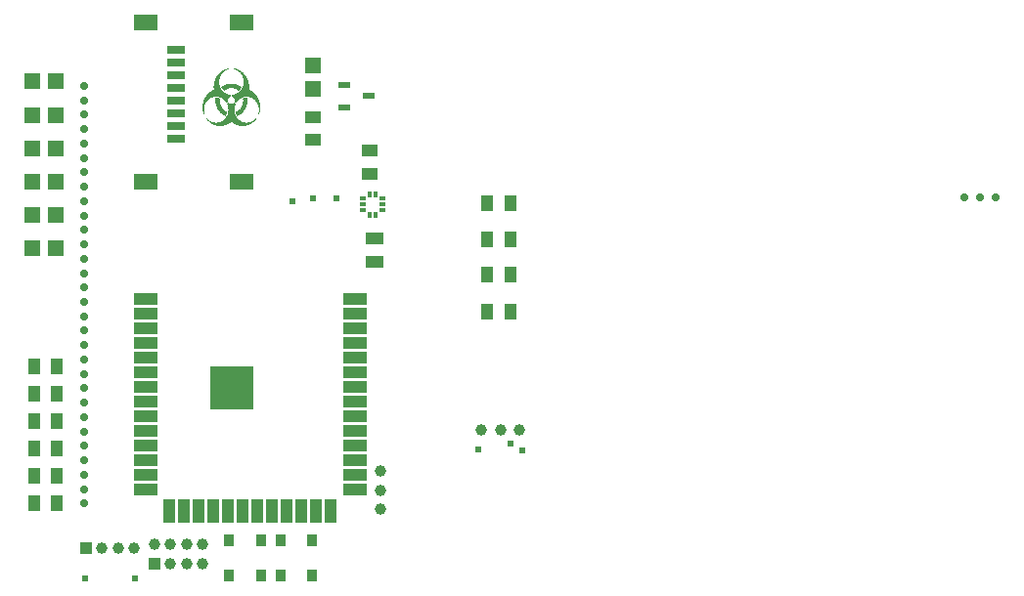
<source format=gtl>
G04 Layer: TopLayer*
G04 EasyEDA Pro v2.2.45.4, 2026-01-20 19:36:07*
G04 Gerber Generator version 0.3*
G04 Scale: 100 percent, Rotated: No, Reflected: No*
G04 Dimensions in millimeters*
G04 Leading zeros omitted, absolute positions, 4 integers and 5 decimals*
G04 Generated by one-click*
%FSLAX45Y45*%
%MOMM*%
%ADD10C,1.0*%
%ADD11C,0.6096*%
%ADD12R,1.13254X1.37701*%
%ADD13R,1.0X2.0*%
%ADD14R,2.0X1.0*%
%ADD15R,3.7088X3.69999*%
%ADD16R,3.69999X3.69999*%
%ADD17R,0.5X0.3*%
%ADD18R,0.3X0.5*%
%ADD19R,1.41X1.35001*%
%ADD20R,0.85001X1.0*%
%ADD21R,1.55001X1.0*%
%ADD22C,0.7*%
%ADD23R,1.37701X1.13254*%
%ADD24R,1.35001X1.41*%
%ADD25R,1.5X0.8*%
%ADD26R,2.0X1.45001*%
%ADD27R,1.07X0.6*%
%ADD28R,1.0X1.0*%
G75*


G04 Image Start*
G36*
G01X1560820Y3885938D02*
G01X1560159Y3885816D01*
G01X1559891Y3885454D01*
G01X1559623Y3885092D01*
G01X1557064Y3884973D01*
G01X1554505Y3884855D01*
G01X1554028Y3884408D01*
G01X1553550Y3883961D01*
G01X1551525Y3883858D01*
G01X1549499Y3883755D01*
G01X1549014Y3883301D01*
G01X1548528Y3882848D01*
G01X1546758Y3882735D01*
G01X1544989Y3882623D01*
G01X1544511Y3882181D01*
G01X1544034Y3881739D01*
G01X1542637Y3881605D01*
G01X1541239Y3881471D01*
G01X1540919Y3881041D01*
G01X1540597Y3880611D01*
G01X1539081Y3880490D01*
G01X1537565Y3880369D01*
G01X1537078Y3879904D01*
G01X1536590Y3879438D01*
G01X1535787Y3879438D01*
G01X1534985Y3879438D01*
G01X1534313Y3878880D01*
G01X1533641Y3878322D01*
G01X1532726Y3878322D01*
G01X1531812Y3878322D01*
G01X1531182Y3877806D01*
G01X1530552Y3877291D01*
G01X1529509Y3877118D01*
G01X1528467Y3876944D01*
G01X1528241Y3876517D01*
G01X1528014Y3876089D01*
G01X1527137Y3876089D01*
G01X1526261Y3876089D01*
G01X1525589Y3875531D01*
G01X1524917Y3874973D01*
G01X1524229Y3874973D01*
G01X1523542Y3874973D01*
G01X1523089Y3874415D01*
G01X1522636Y3873857D01*
G01X1521904Y3873857D01*
G01X1521172Y3873857D01*
G01X1520841Y3873298D01*
G01X1520512Y3872740D01*
G01X1519817Y3872740D01*
G01X1519124Y3872740D01*
G01X1518452Y3872182D01*
G01X1517780Y3871624D01*
G01X1517262Y3871624D01*
G01X1516744Y3871624D01*
G01X1516072Y3871066D01*
G01X1515400Y3870508D01*
G01X1515029Y3870508D01*
G01X1514658Y3870508D01*
G01X1514090Y3869950D01*
G01X1513523Y3869392D01*
G01X1513151Y3869392D01*
G01X1512779Y3869392D01*
G01X1512107Y3868834D01*
G01X1511435Y3868275D01*
G01X1511012Y3868275D01*
G01X1510588Y3868275D01*
G01X1510135Y3867717D01*
G01X1509683Y3867159D01*
G01X1509210Y3867159D01*
G01X1508738Y3867159D01*
G01X1508285Y3866601D01*
G01X1507832Y3866043D01*
G01X1507362Y3866043D01*
G01X1506892Y3866043D01*
G01X1506363Y3865485D01*
G01X1505835Y3864927D01*
G01X1505474Y3864927D01*
G01X1505113Y3864927D01*
G01X1504441Y3864369D01*
G01X1503768Y3863810D01*
G01X1503482Y3863810D01*
G01X1503196Y3863810D01*
G01X1502865Y3863252D01*
G01X1502536Y3862694D01*
G01X1502070Y3862694D01*
G01X1501605Y3862694D01*
G01X1501076Y3862136D01*
G01X1500547Y3861578D01*
G01X1500298Y3861578D01*
G01X1500049Y3861578D01*
G01X1499704Y3861058D01*
G01X1499358Y3860537D01*
G01X1498499Y3860337D01*
G01X1497640Y3860138D01*
G01X1497640Y3859742D01*
G01X1497640Y3859346D01*
G01X1497246Y3859346D01*
G01X1496851Y3859346D01*
G01X1496521Y3858787D01*
G01X1496191Y3858229D01*
G01X1495748Y3858229D01*
G01X1495306Y3858229D01*
G01X1494596Y3857602D01*
G01X1493885Y3856973D01*
G01X1493457Y3856485D01*
G01X1493029Y3855997D01*
G01X1492757Y3855996D01*
G01X1492485Y3855996D01*
G01X1491692Y3855310D01*
G01X1490899Y3854625D01*
G01X1490279Y3854125D01*
G01X1489660Y3853625D01*
G01X1489222Y3853181D01*
G01X1488784Y3852738D01*
G01X1488321Y3852562D01*
G01X1487859Y3852386D01*
G01X1487859Y3851959D01*
G01X1487859Y3851532D01*
G01X1487483Y3851532D01*
G01X1487106Y3851532D01*
G01X1486321Y3850834D01*
G01X1485536Y3850137D01*
G01X1485243Y3850137D01*
G01X1484951Y3850137D01*
G01X1484951Y3849718D01*
G01X1484951Y3849299D01*
G01X1484714Y3849299D01*
G01X1484478Y3849299D01*
G01X1483219Y3848044D01*
G01X1481959Y3846788D01*
G01X1481737Y3846788D01*
G01X1481514Y3846788D01*
G01X1481514Y3846370D01*
G01X1481514Y3845950D01*
G01X1481131Y3845950D01*
G01X1480748Y3845950D01*
G01X1480536Y3845581D01*
G01X1480325Y3845212D01*
G01X1477475Y3842512D01*
G01X1474625Y3839812D01*
G01X1473774Y3838767D01*
G01X1472923Y3837723D01*
G01X1471998Y3836620D01*
G01X1471072Y3835517D01*
G01X1470478Y3834911D01*
G01X1469883Y3834306D01*
G01X1469883Y3833989D01*
G01X1469883Y3833672D01*
G01X1469478Y3833672D01*
G01X1469073Y3833672D01*
G01X1468901Y3833198D01*
G01X1468728Y3832723D01*
G01X1467719Y3831744D01*
G01X1466710Y3830765D01*
G01X1466710Y3830405D01*
G01X1466710Y3830044D01*
G01X1466314Y3830044D01*
G01X1465918Y3830044D01*
G01X1465918Y3829617D01*
G01X1465918Y3829190D01*
G01X1465533Y3829034D01*
G01X1465149Y3828878D01*
G01X1464614Y3827996D01*
G01X1464079Y3827114D01*
G01X1463743Y3826593D01*
G01X1463406Y3826073D01*
G01X1462414Y3824919D01*
G01X1461421Y3823765D01*
G01X1461047Y3823345D01*
G01X1460673Y3822924D01*
G01X1460491Y3822159D01*
G01X1460309Y3821393D01*
G01X1459946Y3821393D01*
G01X1459583Y3821393D01*
G01X1459417Y3820696D01*
G01X1459251Y3819998D01*
G01X1458884Y3819998D01*
G01X1458516Y3819998D01*
G01X1458516Y3819601D01*
G01X1458516Y3819203D01*
G01X1457854Y3818375D01*
G01X1457194Y3817545D01*
G01X1457194Y3817267D01*
G01X1457194Y3816988D01*
G01X1456820Y3816836D01*
G01X1456446Y3816685D01*
G01X1456037Y3815900D01*
G01X1455627Y3815115D01*
G01X1455217Y3814208D01*
G01X1454807Y3813301D01*
G01X1454552Y3813301D01*
G01X1454296Y3813301D01*
G01X1454135Y3812624D01*
G01X1453974Y3811946D01*
G01X1453469Y3811464D01*
G01X1452964Y3810982D01*
G01X1452964Y3810467D01*
G01X1452964Y3809952D01*
G01X1452589Y3809952D01*
G01X1452213Y3809952D01*
G01X1452025Y3809045D01*
G01X1451836Y3808138D01*
G01X1451342Y3807774D01*
G01X1450850Y3807409D01*
G01X1450850Y3806910D01*
G01X1450850Y3806411D01*
G01X1450320Y3805905D01*
G01X1449792Y3805401D01*
G01X1449792Y3804916D01*
G01X1449792Y3804430D01*
G01X1449410Y3804276D01*
G01X1449028Y3804121D01*
G01X1448852Y3803129D01*
G01X1448676Y3802138D01*
G01X1448312Y3802138D01*
G01X1447948Y3802138D01*
G01X1447778Y3801022D01*
G01X1447609Y3799906D01*
G01X1447268Y3799906D01*
G01X1446926Y3799906D01*
G01X1446742Y3798999D01*
G01X1446558Y3798092D01*
G01X1446060Y3797593D01*
G01X1445562Y3797093D01*
G01X1445562Y3796469D01*
G01X1445562Y3795844D01*
G01X1445034Y3795366D01*
G01X1444505Y3794889D01*
G01X1444505Y3794079D01*
G01X1444505Y3793268D01*
G01X1444134Y3793118D01*
G01X1443762Y3792967D01*
G01X1443570Y3792041D01*
G01X1443378Y3791115D01*
G01X1442884Y3790450D01*
G01X1442390Y3789784D01*
G01X1442390Y3788913D01*
G01X1442390Y3788040D01*
G01X1441861Y3787692D01*
G01X1441332Y3787344D01*
G01X1441332Y3786470D01*
G01X1441332Y3785596D01*
G01X1440919Y3785276D01*
G01X1440505Y3784957D01*
G01X1440350Y3783738D01*
G01X1440195Y3782519D01*
G01X1439706Y3782004D01*
G01X1439218Y3781488D01*
G01X1439218Y3780625D01*
G01X1439218Y3779762D01*
G01X1438689Y3779052D01*
G01X1438160Y3778343D01*
G01X1438160Y3777378D01*
G01X1438160Y3776413D01*
G01X1437632Y3775704D01*
G01X1437103Y3774994D01*
G01X1437103Y3773890D01*
G01X1437103Y3772786D01*
G01X1436574Y3772076D01*
G01X1436046Y3771367D01*
G01X1436046Y3770110D01*
G01X1436046Y3768852D01*
G01X1435598Y3768506D01*
G01X1435149Y3768160D01*
G01X1435034Y3766247D01*
G01X1434919Y3764334D01*
G01X1434505Y3764014D01*
G01X1434092Y3763696D01*
G01X1433982Y3761778D01*
G01X1433872Y3759861D01*
G01X1433439Y3759343D01*
G01X1433006Y3758826D01*
G01X1432914Y3756274D01*
G01X1432823Y3753722D01*
G01X1432386Y3753205D01*
G01X1431948Y3752688D01*
G01X1431858Y3749438D01*
G01X1431768Y3746188D01*
G01X1431508Y3746019D01*
G01X1431249Y3745850D01*
G01X1431010Y3744763D01*
G01X1430771Y3743675D01*
G01X1430765Y3738778D01*
G01X1430759Y3733881D01*
G01X1430428Y3733532D01*
G01X1430098Y3733183D01*
G01X1430098Y3725565D01*
G01X1430098Y3717948D01*
G01X1430418Y3717277D01*
G01X1430738Y3716607D01*
G01X1430815Y3711124D01*
G01X1430891Y3705642D01*
G01X1431353Y3705103D01*
G01X1431816Y3704563D01*
G01X1431816Y3702143D01*
G01X1431816Y3699723D01*
G01X1431455Y3699723D01*
G01X1431094Y3699723D01*
G01X1430422Y3699166D01*
G01X1429750Y3698607D01*
G01X1429197Y3698607D01*
G01X1428644Y3698607D01*
G01X1428115Y3698049D01*
G01X1427586Y3697491D01*
G01X1426791Y3697491D01*
G01X1425995Y3697491D01*
G01X1425543Y3696933D01*
G01X1425090Y3696375D01*
G01X1424391Y3696375D01*
G01X1423692Y3696375D01*
G01X1423062Y3695853D01*
G01X1422431Y3695331D01*
G01X1421554Y3695129D01*
G01X1420678Y3694927D01*
G01X1420545Y3694562D01*
G01X1420412Y3694197D01*
G01X1419491Y3694015D01*
G01X1418571Y3693832D01*
G01X1418424Y3693429D01*
G01X1418277Y3693026D01*
G01X1417645Y3693026D01*
G01X1417012Y3693026D01*
G01X1416483Y3692468D01*
G01X1415955Y3691910D01*
G01X1415594Y3691910D01*
G01X1415233Y3691910D01*
G01X1414561Y3691352D01*
G01X1413889Y3690793D01*
G01X1413509Y3690793D01*
G01X1413129Y3690793D01*
G01X1412651Y3690235D01*
G01X1412172Y3689678D01*
G01X1411686Y3689678D01*
G01X1411201Y3689678D01*
G01X1410871Y3689119D01*
G01X1410541Y3688561D01*
G01X1409954Y3688561D01*
G01X1409367Y3688561D01*
G01X1408893Y3688026D01*
G01X1408421Y3687490D01*
G01X1407673Y3687292D01*
G01X1406924Y3687094D01*
G01X1406794Y3686737D01*
G01X1406664Y3686379D01*
G01X1406022Y3686209D01*
G01X1405381Y3686039D01*
G01X1405381Y3685657D01*
G01X1405381Y3685275D01*
G01X1404455Y3685091D01*
G01X1403531Y3684908D01*
G01X1403531Y3684502D01*
G01X1403531Y3684096D01*
G01X1403106Y3684096D01*
G01X1402681Y3684096D01*
G01X1401896Y3683399D01*
G01X1401110Y3682701D01*
G01X1400734Y3682701D01*
G01X1400358Y3682701D01*
G01X1400358Y3682312D01*
G01X1400358Y3681924D01*
G01X1399697Y3681749D01*
G01X1399036Y3681574D01*
G01X1399036Y3681192D01*
G01X1399036Y3680810D01*
G01X1398111Y3680627D01*
G01X1397186Y3680443D01*
G01X1397186Y3680037D01*
G01X1397186Y3679632D01*
G01X1396792Y3679632D01*
G01X1396397Y3679632D01*
G01X1396067Y3679073D01*
G01X1395737Y3678515D01*
G01X1395470Y3678514D01*
G01X1395203Y3678514D01*
G01X1394435Y3677817D01*
G01X1393667Y3677120D01*
G01X1393311Y3677120D01*
G01X1392956Y3677120D01*
G01X1392956Y3676701D01*
G01X1392956Y3676282D01*
G01X1392562Y3676282D01*
G01X1392167Y3676282D01*
G01X1391837Y3675724D01*
G01X1391507Y3675166D01*
G01X1391269Y3675166D01*
G01X1391030Y3675166D01*
G01X1389638Y3673911D01*
G01X1388246Y3672655D01*
G01X1387957Y3672655D01*
G01X1387669Y3672655D01*
G01X1387669Y3672236D01*
G01X1387669Y3671818D01*
G01X1387426Y3671818D01*
G01X1387184Y3671818D01*
G01X1386118Y3670736D01*
G01X1385052Y3669655D01*
G01X1384642Y3669490D01*
G01X1384233Y3669323D01*
G01X1384233Y3668928D01*
G01X1384233Y3668534D01*
G01X1383704Y3668388D01*
G01X1383175Y3668242D01*
G01X1383175Y3667797D01*
G01X1383175Y3667353D01*
G01X1382814Y3667353D01*
G01X1382451Y3667353D01*
G01X1378775Y3663515D01*
G01X1375098Y3659678D01*
G01X1373850Y3658217D01*
G01X1372601Y3656756D01*
G01X1372601Y3656473D01*
G01X1372601Y3656190D01*
G01X1372204Y3656190D01*
G01X1371808Y3656190D01*
G01X1371808Y3655956D01*
G01X1371808Y3655721D01*
G01X1370618Y3654391D01*
G01X1369429Y3653062D01*
G01X1369429Y3652812D01*
G01X1369429Y3652563D01*
G01X1369032Y3652563D01*
G01X1368636Y3652563D01*
G01X1368636Y3652254D01*
G01X1368636Y3651945D01*
G01X1367975Y3651116D01*
G01X1367314Y3650287D01*
G01X1367314Y3649890D01*
G01X1367314Y3649493D01*
G01X1366909Y3649493D01*
G01X1366504Y3649493D01*
G01X1366331Y3649004D01*
G01X1366159Y3648516D01*
G01X1365679Y3648151D01*
G01X1365199Y3647787D01*
G01X1365199Y3647384D01*
G01X1365199Y3646981D01*
G01X1364803Y3646981D01*
G01X1364406Y3646981D01*
G01X1364406Y3646584D01*
G01X1364406Y3646187D01*
G01X1363745Y3645358D01*
G01X1363084Y3644528D01*
G01X1363084Y3644287D01*
G01X1363084Y3644046D01*
G01X1362556Y3643698D01*
G01X1362027Y3643349D01*
G01X1362027Y3643072D01*
G01X1362027Y3642796D01*
G01X1361498Y3642237D01*
G01X1360970Y3641679D01*
G01X1360970Y3641121D01*
G01X1360970Y3640563D01*
G01X1360578Y3640563D01*
G01X1360187Y3640563D01*
G01X1360021Y3639865D01*
G01X1359855Y3639167D01*
G01X1359499Y3639167D01*
G01X1359143Y3639167D01*
G01X1358970Y3638191D01*
G01X1358795Y3637214D01*
G01X1358447Y3637214D01*
G01X1358097Y3637214D01*
G01X1357921Y3636629D01*
G01X1357745Y3636043D01*
G01X1357242Y3635512D01*
G01X1356740Y3634982D01*
G01X1356740Y3634490D01*
G01X1356740Y3634000D01*
G01X1356211Y3633651D01*
G01X1355682Y3633303D01*
G01X1355682Y3633000D01*
G01X1355682Y3632697D01*
G01X1355154Y3631988D01*
G01X1354625Y3631279D01*
G01X1354625Y3630758D01*
G01X1354625Y3630238D01*
G01X1354249Y3630238D01*
G01X1353874Y3630238D01*
G01X1353685Y3629331D01*
G01X1353497Y3628424D01*
G01X1353003Y3628059D01*
G01X1352510Y3627695D01*
G01X1352510Y3627075D01*
G01X1352510Y3626455D01*
G01X1351982Y3625977D01*
G01X1351453Y3625499D01*
G01X1351453Y3625052D01*
G01X1351453Y3624605D01*
G01X1350924Y3623895D01*
G01X1350396Y3623186D01*
G01X1350396Y3622794D01*
G01X1350396Y3622401D01*
G01X1349866Y3621802D01*
G01X1349338Y3621202D01*
G01X1349338Y3620811D01*
G01X1349338Y3620419D01*
G01X1348810Y3619710D01*
G01X1348280Y3619000D01*
G01X1348280Y3618454D01*
G01X1348280Y3617907D01*
G01X1347752Y3617198D01*
G01X1347223Y3616489D01*
G01X1347223Y3615756D01*
G01X1347223Y3615023D01*
G01X1346694Y3614675D01*
G01X1346166Y3614327D01*
G01X1346166Y3613483D01*
G01X1346166Y3612640D01*
G01X1345776Y3612481D01*
G01X1345387Y3612324D01*
G01X1345214Y3611305D01*
G01X1345042Y3610285D01*
G01X1344667Y3609832D01*
G01X1344293Y3609378D01*
G01X1344134Y3608297D01*
G01X1343976Y3607215D01*
G01X1343485Y3606716D01*
G01X1342994Y3606217D01*
G01X1342994Y3605365D01*
G01X1342994Y3604513D01*
G01X1342465Y3603803D01*
G01X1341936Y3603094D01*
G01X1341936Y3602015D01*
G01X1341936Y3600936D01*
G01X1341714Y3600936D01*
G01X1341492Y3600936D01*
G01X1341185Y3600225D01*
G01X1340878Y3599515D01*
G01X1340878Y3598551D01*
G01X1340878Y3597588D01*
G01X1340657Y3597588D01*
G01X1340435Y3597588D01*
G01X1340128Y3596877D01*
G01X1339821Y3596166D01*
G01X1339821Y3594938D01*
G01X1339821Y3593709D01*
G01X1339390Y3593454D01*
G01X1338958Y3593198D01*
G01X1338828Y3591696D01*
G01X1338699Y3590193D01*
G01X1338280Y3589689D01*
G01X1337862Y3589184D01*
G01X1337755Y3587316D01*
G01X1337648Y3585449D01*
G01X1337218Y3584936D01*
G01X1336789Y3584422D01*
G01X1336687Y3582291D01*
G01X1336585Y3580159D01*
G01X1336168Y3579836D01*
G01X1335751Y3579515D01*
G01X1335643Y3576761D01*
G01X1335534Y3574008D01*
G01X1335107Y3573498D01*
G01X1334680Y3572988D01*
G01X1334576Y3569172D01*
G01X1334472Y3565356D01*
G01X1334201Y3565176D01*
G01X1333930Y3564995D01*
G01X1333719Y3563641D01*
G01X1333508Y3562287D01*
G01X1333504Y3548194D01*
G01X1333500Y3534102D01*
G01X1333723Y3532882D01*
G01X1333947Y3531662D01*
G01X1334210Y3531486D01*
G01X1334473Y3531311D01*
G01X1334575Y3527358D01*
G01X1334676Y3523405D01*
G01X1335109Y3522893D01*
G01X1335541Y3522381D01*
G01X1335632Y3519777D01*
G01X1335724Y3517174D01*
G01X1336156Y3516840D01*
G01X1336588Y3516507D01*
G01X1336687Y3514187D01*
G01X1336787Y3511867D01*
G01X1337212Y3511539D01*
G01X1337637Y3511211D01*
G01X1337752Y3509298D01*
G01X1337868Y3507384D01*
G01X1338316Y3507038D01*
G01X1338764Y3506692D01*
G01X1338764Y3505296D01*
G01X1338764Y3503899D01*
G01X1339256Y3503234D01*
G01X1339747Y3502568D01*
G01X1339882Y3501056D01*
G01X1340016Y3499544D01*
G01X1340407Y3499242D01*
G01X1340796Y3498940D01*
G01X1340943Y3497562D01*
G01X1341089Y3496184D01*
G01X1341512Y3495857D01*
G01X1341936Y3495530D01*
G01X1341936Y3494552D01*
G01X1341936Y3493574D01*
G01X1342465Y3492864D01*
G01X1342994Y3492155D01*
G01X1342994Y3491289D01*
G01X1342994Y3490423D01*
G01X1343522Y3489946D01*
G01X1344051Y3489468D01*
G01X1344051Y3488850D01*
G01X1344051Y3488233D01*
G01X1344303Y3487532D01*
G01X1344556Y3486831D01*
G01X1345543Y3486635D01*
G01X1346532Y3486440D01*
G01X1347208Y3486894D01*
G01X1347884Y3487347D01*
G01X1348611Y3487659D01*
G01X1349338Y3487972D01*
G01X1349338Y3488332D01*
G01X1349338Y3488693D01*
G01X1350234Y3488870D01*
G01X1351130Y3489047D01*
G01X1351288Y3489668D01*
G01X1351446Y3490289D01*
G01X1351449Y3490880D01*
G01X1351453Y3491470D01*
G01X1350962Y3492135D01*
G01X1350470Y3492801D01*
G01X1350335Y3494313D01*
G01X1350200Y3495824D01*
G01X1349807Y3496128D01*
G01X1349414Y3496431D01*
G01X1349288Y3498031D01*
G01X1349163Y3499629D01*
G01X1348754Y3500122D01*
G01X1348346Y3500615D01*
G01X1348213Y3502687D01*
G01X1348080Y3504759D01*
G01X1347689Y3505060D01*
G01X1347298Y3505362D01*
G01X1347170Y3508402D01*
G01X1347042Y3511441D01*
G01X1346558Y3511815D01*
G01X1346074Y3512188D01*
G01X1346074Y3526697D01*
G01X1346074Y3541207D01*
G01X1346556Y3541770D01*
G01X1347039Y3542332D01*
G01X1347162Y3545193D01*
G01X1347286Y3548054D01*
G01X1347710Y3548563D01*
G01X1348133Y3549072D01*
G01X1348235Y3551075D01*
G01X1348337Y3553078D01*
G01X1348756Y3553576D01*
G01X1349173Y3554075D01*
G01X1349287Y3555739D01*
G01X1349402Y3557403D01*
G01X1349591Y3557403D01*
G01X1349782Y3557403D01*
G01X1350089Y3558114D01*
G01X1350396Y3558825D01*
G01X1350396Y3559928D01*
G01X1350396Y3561031D01*
G01X1350924Y3561589D01*
G01X1351453Y3562147D01*
G01X1351453Y3563249D01*
G01X1351453Y3564352D01*
G01X1351858Y3564591D01*
G01X1352262Y3564831D01*
G01X1352427Y3565930D01*
G01X1352591Y3567031D01*
G01X1353079Y3567696D01*
G01X1353568Y3568362D01*
G01X1353568Y3569162D01*
G01X1353568Y3569961D01*
G01X1354096Y3570519D01*
G01X1354625Y3571077D01*
G01X1354625Y3571914D01*
G01X1354625Y3572752D01*
G01X1355019Y3572752D01*
G01X1355412Y3572752D01*
G01X1355578Y3573851D01*
G01X1355745Y3574950D01*
G01X1356095Y3575092D01*
G01X1356447Y3575234D01*
G01X1356619Y3576206D01*
G01X1356792Y3577178D01*
G01X1357138Y3577318D01*
G01X1357483Y3577458D01*
G01X1357667Y3578343D01*
G01X1357851Y3579227D01*
G01X1358353Y3579757D01*
G01X1358855Y3580286D01*
G01X1358855Y3580782D01*
G01X1358855Y3581278D01*
G01X1359383Y3581756D01*
G01X1359912Y3582234D01*
G01X1359912Y3582905D01*
G01X1359912Y3583575D01*
G01X1360286Y3583726D01*
G01X1360660Y3583878D01*
G01X1361069Y3584664D01*
G01X1361479Y3585449D01*
G01X1361889Y3586355D01*
G01X1362299Y3587263D01*
G01X1362554Y3587263D01*
G01X1362810Y3587263D01*
G01X1362971Y3587940D01*
G01X1363132Y3588616D01*
G01X1363637Y3589099D01*
G01X1364142Y3589581D01*
G01X1364142Y3589943D01*
G01X1364142Y3590304D01*
G01X1364473Y3590527D01*
G01X1364804Y3590751D01*
G01X1365530Y3591882D01*
G01X1366256Y3593013D01*
G01X1366256Y3593185D01*
G01X1366256Y3593356D01*
G01X1367248Y3594478D01*
G01X1368239Y3595598D01*
G01X1368834Y3596338D01*
G01X1369429Y3597077D01*
G01X1369429Y3597462D01*
G01X1369429Y3597847D01*
G01X1369957Y3598146D01*
G01X1370486Y3598445D01*
G01X1370486Y3598679D01*
G01X1370486Y3598913D01*
G01X1372072Y3600634D01*
G01X1373658Y3602356D01*
G01X1373658Y3602623D01*
G01X1373658Y3602890D01*
G01X1374055Y3602890D01*
G01X1374451Y3602890D01*
G01X1374451Y3603335D01*
G01X1374451Y3603779D01*
G01X1374980Y3603925D01*
G01X1375509Y3604071D01*
G01X1375509Y3604331D01*
G01X1375509Y3604591D01*
G01X1376818Y3605973D01*
G01X1378127Y3607355D01*
G01X1378404Y3607355D01*
G01X1378681Y3607355D01*
G01X1378681Y3607774D01*
G01X1378681Y3608192D01*
G01X1378907Y3608192D01*
G01X1379133Y3608192D01*
G01X1380737Y3609828D01*
G01X1382341Y3611464D01*
G01X1382758Y3611633D01*
G01X1383175Y3611802D01*
G01X1383175Y3612229D01*
G01X1383175Y3612657D01*
G01X1383467Y3612657D01*
G01X1383759Y3612657D01*
G01X1384591Y3613344D01*
G01X1385422Y3614032D01*
G01X1385885Y3614461D01*
G01X1386347Y3614889D01*
G01X1386597Y3614889D01*
G01X1386846Y3614889D01*
G01X1387191Y3615396D01*
G01X1387537Y3615903D01*
G01X1387999Y3616085D01*
G01X1388462Y3616267D01*
G01X1388462Y3616694D01*
G01X1388462Y3617122D01*
G01X1388991Y3617122D01*
G01X1389519Y3617122D01*
G01X1390048Y3617680D01*
G01X1390577Y3618238D01*
G01X1390827Y3618238D01*
G01X1391076Y3618238D01*
G01X1391433Y3618776D01*
G01X1391790Y3619315D01*
G01X1392527Y3619510D01*
G01X1393263Y3619705D01*
G01X1393402Y3620088D01*
G01X1393541Y3620471D01*
G01X1393907Y3620471D01*
G01X1394273Y3620471D01*
G01X1394603Y3621029D01*
G01X1394934Y3621587D01*
G01X1395399Y3621587D01*
G01X1395864Y3621587D01*
G01X1396393Y3622145D01*
G01X1396921Y3622703D01*
G01X1397268Y3622703D01*
G01X1397615Y3622703D01*
G01X1398182Y3623261D01*
G01X1398750Y3623820D01*
G01X1399155Y3623820D01*
G01X1399561Y3623820D01*
G01X1399891Y3624377D01*
G01X1400221Y3624935D01*
G01X1400808Y3624935D01*
G01X1401395Y3624935D01*
G01X1401868Y3625461D01*
G01X1402341Y3625987D01*
G01X1403200Y3626181D01*
G01X1404059Y3626375D01*
G01X1404059Y3626772D01*
G01X1404059Y3627168D01*
G01X1404855Y3627168D01*
G01X1405650Y3627168D01*
G01X1406103Y3627726D01*
G01X1406555Y3628284D01*
G01X1407157Y3628284D01*
G01X1407760Y3628284D01*
G01X1408289Y3628843D01*
G01X1408817Y3629400D01*
G01X1409334Y3629400D01*
G01X1409850Y3629400D01*
G01X1410523Y3629724D01*
G01X1411197Y3630048D01*
G01X1411197Y3630282D01*
G01X1411197Y3630517D01*
G01X1411791Y3630521D01*
G01X1412386Y3630524D01*
G01X1412981Y3630693D01*
G01X1413576Y3630861D01*
G01X1413576Y3631212D01*
G01X1413576Y3631562D01*
G01X1414942Y3631700D01*
G01X1416308Y3631839D01*
G01X1416594Y3632251D01*
G01X1416880Y3632662D01*
G01X1418186Y3632817D01*
G01X1419491Y3632972D01*
G01X1419801Y3633418D01*
G01X1420110Y3633866D01*
G01X1421007Y3633870D01*
G01X1421903Y3633873D01*
G01X1422497Y3634041D01*
G01X1423092Y3634210D01*
G01X1423092Y3634564D01*
G01X1423092Y3634919D01*
G01X1424972Y3635031D01*
G01X1426851Y3635143D01*
G01X1427154Y3635581D01*
G01X1427457Y3636019D01*
G01X1429633Y3636151D01*
G01X1431809Y3636284D01*
G01X1432275Y3636717D01*
G01X1432741Y3637150D01*
G01X1435709Y3637273D01*
G01X1438677Y3637395D01*
G01X1439166Y3637863D01*
G01X1439656Y3638331D01*
G01X1451510Y3638331D01*
G01X1463364Y3638331D01*
G01X1463869Y3637849D01*
G01X1464374Y3637366D01*
G01X1467194Y3637261D01*
G01X1470015Y3637156D01*
G01X1470481Y3636720D01*
G01X1470947Y3636284D01*
G01X1473123Y3636151D01*
G01X1475299Y3636019D01*
G01X1475599Y3635585D01*
G01X1475899Y3635152D01*
G01X1477682Y3635032D01*
G01X1479465Y3634912D01*
G01X1479961Y3634389D01*
G01X1480457Y3633866D01*
G01X1481779Y3633866D01*
G01X1483100Y3633866D01*
G01X1483100Y3633632D01*
G01X1483100Y3633397D01*
G01X1483774Y3633073D01*
G01X1484447Y3632749D01*
G01X1485141Y3632749D01*
G01X1485834Y3632749D01*
G01X1486297Y3632307D01*
G01X1486760Y3631865D01*
G01X1487878Y3631706D01*
G01X1488996Y3631548D01*
G01X1489485Y3631033D01*
G01X1489974Y3630517D01*
G01X1490840Y3630517D01*
G01X1491707Y3630517D01*
G01X1492159Y3629959D01*
G01X1492612Y3629400D01*
G01X1493349Y3629400D01*
G01X1494086Y3629400D01*
G01X1494538Y3628843D01*
G01X1494991Y3628284D01*
G01X1495654Y3628284D01*
G01X1496318Y3628284D01*
G01X1496847Y3627726D01*
G01X1497375Y3627168D01*
G01X1497904Y3627168D01*
G01X1498433Y3627168D01*
G01X1498961Y3626610D01*
G01X1499490Y3626052D01*
G01X1500151Y3626052D01*
G01X1500812Y3626052D01*
G01X1500812Y3625655D01*
G01X1500812Y3625259D01*
G01X1501671Y3625065D01*
G01X1502530Y3624870D01*
G01X1503003Y3624345D01*
G01X1503476Y3623820D01*
G01X1504099Y3623820D01*
G01X1504721Y3623820D01*
G01X1504864Y3623425D01*
G01X1505008Y3623030D01*
G01X1505752Y3622597D01*
G01X1506495Y3622165D01*
G01X1507355Y3621733D01*
G01X1508214Y3621300D01*
G01X1508214Y3621030D01*
G01X1508214Y3620761D01*
G01X1508855Y3620590D01*
G01X1509497Y3620421D01*
G01X1509954Y3619888D01*
G01X1510411Y3619354D01*
G01X1510899Y3619354D01*
G01X1511386Y3619354D01*
G01X1511386Y3618936D01*
G01X1511386Y3618517D01*
G01X1511679Y3618517D01*
G01X1511971Y3618517D01*
G01X1512756Y3617820D01*
G01X1513542Y3617122D01*
G01X1513854Y3617122D01*
G01X1514167Y3617122D01*
G01X1514497Y3616564D01*
G01X1514827Y3616006D01*
G01X1515074Y3616006D01*
G01X1515322Y3616006D01*
G01X1516328Y3615023D01*
G01X1517334Y3614040D01*
G01X1517929Y3613876D01*
G01X1518523Y3613713D01*
G01X1518523Y3613324D01*
G01X1518523Y3612936D01*
G01X1518746Y3612936D01*
G01X1518968Y3612936D01*
G01X1520228Y3611680D01*
G01X1521487Y3610424D01*
G01X1521724Y3610424D01*
G01X1521961Y3610424D01*
G01X1521961Y3610006D01*
G01X1521961Y3609587D01*
G01X1522291Y3609583D01*
G01X1522621Y3609580D01*
G01X1526521Y3605423D01*
G01X1530419Y3601266D01*
G01X1530419Y3600962D01*
G01X1530419Y3600657D01*
G01X1530816Y3600657D01*
G01X1531213Y3600657D01*
G01X1531213Y3600297D01*
G01X1531213Y3599937D01*
G01X1532270Y3598911D01*
G01X1533327Y3597884D01*
G01X1533327Y3597606D01*
G01X1533327Y3597328D01*
G01X1533856Y3597030D01*
G01X1534385Y3596731D01*
G01X1534385Y3596336D01*
G01X1534385Y3595942D01*
G01X1535039Y3595160D01*
G01X1535692Y3594378D01*
G01X1536053Y3593960D01*
G01X1536414Y3593542D01*
G01X1536581Y3593053D01*
G01X1536747Y3592565D01*
G01X1537153Y3592565D01*
G01X1537557Y3592565D01*
G01X1537557Y3592007D01*
G01X1537557Y3591448D01*
G01X1538086Y3590890D01*
G01X1538615Y3590332D01*
G01X1538615Y3590069D01*
G01X1538615Y3589806D01*
G01X1539079Y3589441D01*
G01X1539544Y3589076D01*
G01X1539806Y3588262D01*
G01X1540069Y3587448D01*
G01X1540807Y3587188D01*
G01X1541545Y3586929D01*
G01X1542195Y3587101D01*
G01X1542844Y3587273D01*
G01X1542844Y3587686D01*
G01X1542844Y3588099D01*
G01X1543505Y3588099D01*
G01X1544166Y3588099D01*
G01X1544695Y3588658D01*
G01X1545223Y3589216D01*
G01X1545620Y3589216D01*
G01X1546016Y3589216D01*
G01X1546545Y3589774D01*
G01X1547074Y3590332D01*
G01X1547434Y3590332D01*
G01X1547795Y3590332D01*
G01X1548426Y3590852D01*
G01X1549056Y3591372D01*
G01X1549651Y3591568D01*
G01X1550246Y3591765D01*
G01X1550246Y3592165D01*
G01X1550246Y3592565D01*
G01X1550910Y3592565D01*
G01X1551573Y3592565D01*
G01X1552026Y3593123D01*
G01X1552479Y3593681D01*
G01X1552948Y3593681D01*
G01X1553418Y3593681D01*
G01X1553921Y3594211D01*
G01X1554424Y3594742D01*
G01X1555006Y3594937D01*
G01X1555588Y3595132D01*
G01X1555491Y3597172D01*
G01X1555393Y3599213D01*
G01X1554895Y3599793D01*
G01X1554398Y3600373D01*
G01X1554402Y3607538D01*
G01X1554406Y3614704D01*
G01X1554882Y3615070D01*
G01X1555357Y3615437D01*
G01X1555477Y3616977D01*
G01X1555599Y3618517D01*
G01X1555959Y3618517D01*
G01X1556320Y3618517D01*
G01X1556487Y3619616D01*
G01X1556653Y3620715D01*
G01X1557004Y3620857D01*
G01X1557354Y3620999D01*
G01X1557530Y3621991D01*
G01X1557707Y3622982D01*
G01X1558053Y3622982D01*
G01X1558399Y3622982D01*
G01X1558573Y3623816D01*
G01X1558746Y3624650D01*
G01X1559717Y3625796D01*
G01X1560688Y3626941D01*
G01X1563067Y3629451D01*
G01X1565446Y3631961D01*
G01X1565865Y3632355D01*
G01X1566284Y3632749D01*
G01X1566582Y3632749D01*
G01X1566882Y3632749D01*
G01X1567164Y3633308D01*
G01X1567448Y3633866D01*
G01X1567956Y3633866D01*
G01X1568466Y3633866D01*
G01X1568938Y3634391D01*
G01X1569412Y3634917D01*
G01X1570270Y3635111D01*
G01X1571130Y3635305D01*
G01X1571130Y3635701D01*
G01X1571130Y3636098D01*
G01X1572045Y3636098D01*
G01X1572960Y3636098D01*
G01X1573432Y3636621D01*
G01X1573906Y3637145D01*
G01X1575465Y3637276D01*
G01X1577025Y3637407D01*
G01X1577345Y3637869D01*
G01X1577665Y3638331D01*
G01X1578116Y3638331D01*
G01X1578567Y3638331D01*
G01X1579078Y3638620D01*
G01X1579589Y3638908D01*
G01X1579584Y3647340D01*
G01X1579580Y3655772D01*
G01X1578884Y3656469D01*
G01X1578188Y3657167D01*
G01X1573667Y3657263D01*
G01X1569147Y3657358D01*
G01X1568686Y3657794D01*
G01X1568224Y3658229D01*
G01X1565514Y3658366D01*
G01X1562805Y3658504D01*
G01X1562520Y3658915D01*
G01X1562235Y3659328D01*
G01X1560272Y3659468D01*
G01X1558309Y3659608D01*
G01X1557842Y3660039D01*
G01X1557375Y3660470D01*
G01X1555861Y3660603D01*
G01X1554346Y3660736D01*
G01X1554064Y3661142D01*
G01X1553783Y3661549D01*
G01X1552477Y3661695D01*
G01X1551171Y3661842D01*
G01X1550729Y3662249D01*
G01X1550287Y3662656D01*
G01X1549143Y3662813D01*
G01X1547999Y3662971D01*
G01X1547368Y3663488D01*
G01X1546738Y3664004D01*
G01X1545980Y3664004D01*
G01X1545223Y3664004D01*
G01X1544695Y3664562D01*
G01X1544166Y3665120D01*
G01X1543480Y3665120D01*
G01X1542796Y3665120D01*
G01X1542123Y3665678D01*
G01X1541451Y3666236D01*
G01X1540752Y3666236D01*
G01X1540053Y3666236D01*
G01X1539601Y3666794D01*
G01X1539148Y3667353D01*
G01X1538417Y3667353D01*
G01X1537684Y3667353D01*
G01X1537354Y3667911D01*
G01X1537024Y3668469D01*
G01X1536297Y3668469D01*
G01X1535570Y3668469D01*
G01X1535239Y3669027D01*
G01X1534909Y3669585D01*
G01X1534118Y3669585D01*
G01X1533327Y3669585D01*
G01X1533327Y3669985D01*
G01X1533327Y3670385D01*
G01X1532733Y3670581D01*
G01X1532138Y3670778D01*
G01X1531508Y3671298D01*
G01X1530877Y3671818D01*
G01X1530516Y3671818D01*
G01X1530155Y3671818D01*
G01X1529627Y3672376D01*
G01X1529098Y3672934D01*
G01X1528597Y3672934D01*
G01X1528097Y3672934D01*
G01X1527954Y3673329D01*
G01X1527810Y3673723D01*
G01X1527066Y3674156D01*
G01X1526322Y3674588D01*
G01X1525487Y3675010D01*
G01X1524652Y3675431D01*
G01X1524562Y3675648D01*
G01X1524471Y3675864D01*
G01X1523400Y3676632D01*
G01X1522328Y3677399D01*
G01X1522075Y3677399D01*
G01X1521823Y3677399D01*
G01X1521493Y3677957D01*
G01X1521163Y3678515D01*
G01X1520916Y3678515D01*
G01X1520668Y3678515D01*
G01X1519662Y3679498D01*
G01X1518656Y3680481D01*
G01X1518061Y3680645D01*
G01X1517466Y3680808D01*
G01X1517466Y3681197D01*
G01X1517466Y3681585D01*
G01X1517216Y3681585D01*
G01X1516965Y3681585D01*
G01X1516252Y3682282D01*
G01X1515539Y3682980D01*
G01X1515313Y3682980D01*
G01X1515087Y3682980D01*
G01X1515087Y3683399D01*
G01X1515087Y3683817D01*
G01X1514787Y3683817D01*
G01X1514487Y3683817D01*
G01X1513901Y3684445D01*
G01X1513315Y3685073D01*
G01X1512549Y3685682D01*
G01X1511783Y3686291D01*
G01X1510669Y3687426D01*
G01X1509556Y3688561D01*
G01X1509312Y3688561D01*
G01X1509069Y3688561D01*
G01X1508930Y3689119D01*
G01X1508792Y3689678D01*
G01X1508371Y3689678D01*
G01X1507949Y3689678D01*
G01X1507949Y3689967D01*
G01X1507949Y3690257D01*
G01X1506874Y3691432D01*
G01X1505799Y3692608D01*
G01X1505222Y3693416D01*
G01X1504645Y3694225D01*
G01X1504050Y3694844D01*
G01X1503455Y3695462D01*
G01X1503455Y3695779D01*
G01X1503455Y3696096D01*
G01X1503059Y3696096D01*
G01X1502663Y3696096D01*
G01X1502663Y3696352D01*
G01X1502663Y3696608D01*
G01X1501605Y3697770D01*
G01X1500547Y3698932D01*
G01X1500547Y3699119D01*
G01X1500547Y3699305D01*
G01X1499906Y3700142D01*
G01X1499264Y3700979D01*
G01X1498849Y3701468D01*
G01X1498433Y3701956D01*
G01X1498433Y3702233D01*
G01X1498433Y3702510D01*
G01X1497904Y3702858D01*
G01X1497375Y3703206D01*
G01X1497375Y3703473D01*
G01X1497375Y3703740D01*
G01X1496649Y3704871D01*
G01X1495921Y3706002D01*
G01X1495717Y3706098D01*
G01X1495512Y3706193D01*
G01X1495113Y3707075D01*
G01X1494713Y3707956D01*
G01X1494303Y3708741D01*
G01X1493894Y3709527D01*
G01X1493520Y3709678D01*
G01X1493146Y3709829D01*
G01X1493146Y3710358D01*
G01X1493146Y3710886D01*
G01X1492617Y3711444D01*
G01X1492088Y3712002D01*
G01X1492088Y3712368D01*
G01X1492088Y3712734D01*
G01X1491603Y3713284D01*
G01X1491117Y3713835D01*
G01X1490937Y3714593D01*
G01X1490756Y3715351D01*
G01X1490365Y3715351D01*
G01X1489974Y3715351D01*
G01X1489974Y3716186D01*
G01X1489974Y3717021D01*
G01X1489445Y3717369D01*
G01X1488916Y3717717D01*
G01X1488916Y3718348D01*
G01X1488916Y3718979D01*
G01X1488387Y3719536D01*
G01X1487859Y3720095D01*
G01X1487859Y3720795D01*
G01X1487859Y3721496D01*
G01X1487330Y3721973D01*
G01X1486801Y3722451D01*
G01X1486801Y3723189D01*
G01X1486801Y3723926D01*
G01X1486311Y3724592D01*
G01X1485820Y3725257D01*
G01X1485643Y3726277D01*
G01X1485465Y3727297D01*
G01X1485076Y3727454D01*
G01X1484686Y3727612D01*
G01X1484686Y3728560D01*
G01X1484686Y3729507D01*
G01X1484197Y3730173D01*
G01X1483708Y3730838D01*
G01X1483559Y3732047D01*
G01X1483410Y3733254D01*
G01X1483024Y3733721D01*
G01X1482639Y3734188D01*
G01X1482500Y3735566D01*
G01X1482361Y3736944D01*
G01X1481975Y3737241D01*
G01X1481591Y3737539D01*
G01X1481465Y3739138D01*
G01X1481339Y3740737D01*
G01X1480931Y3741230D01*
G01X1480522Y3741722D01*
G01X1480389Y3743794D01*
G01X1480257Y3745866D01*
G01X1479828Y3746197D01*
G01X1479400Y3746528D01*
G01X1479398Y3748589D01*
G01X1479397Y3750652D01*
G01X1479122Y3751698D01*
G01X1478846Y3752745D01*
G01X1478636Y3752745D01*
G01X1478427Y3752745D01*
G01X1478200Y3759512D01*
G01X1477972Y3766279D01*
G01X1477972Y3768372D01*
G01X1477972Y3770465D01*
G01X1478200Y3777232D01*
G01X1478427Y3784000D01*
G01X1478636Y3784000D01*
G01X1478846Y3784000D01*
G01X1479122Y3785046D01*
G01X1479397Y3786092D01*
G01X1479398Y3788164D01*
G01X1479400Y3790234D01*
G01X1479851Y3790761D01*
G01X1480302Y3791286D01*
G01X1480408Y3793155D01*
G01X1480515Y3795023D01*
G01X1480927Y3795515D01*
G01X1481339Y3796008D01*
G01X1481465Y3797607D01*
G01X1481591Y3799205D01*
G01X1481990Y3799514D01*
G01X1482390Y3799822D01*
G01X1482513Y3801399D01*
G01X1482637Y3802976D01*
G01X1482827Y3802976D01*
G01X1483015Y3802976D01*
G01X1483322Y3803687D01*
G01X1483629Y3804397D01*
G01X1483629Y3805130D01*
G01X1483629Y3805862D01*
G01X1484048Y3806351D01*
G01X1484467Y3806839D01*
G01X1484615Y3808001D01*
G01X1484762Y3809163D01*
G01X1485114Y3809306D01*
G01X1485465Y3809448D01*
G01X1485643Y3810467D01*
G01X1485820Y3811487D01*
G01X1486311Y3812152D01*
G01X1486801Y3812818D01*
G01X1486801Y3813556D01*
G01X1486801Y3814293D01*
G01X1487330Y3814771D01*
G01X1487859Y3815249D01*
G01X1487859Y3815949D01*
G01X1487859Y3816649D01*
G01X1488387Y3817207D01*
G01X1488916Y3817766D01*
G01X1488916Y3818396D01*
G01X1488916Y3819026D01*
G01X1489445Y3819375D01*
G01X1489974Y3819724D01*
G01X1489974Y3820492D01*
G01X1489974Y3821259D01*
G01X1490502Y3821608D01*
G01X1491031Y3821956D01*
G01X1491031Y3822384D01*
G01X1491031Y3822812D01*
G01X1491560Y3823411D01*
G01X1492088Y3824011D01*
G01X1492088Y3824376D01*
G01X1492088Y3824742D01*
G01X1492617Y3825300D01*
G01X1493146Y3825859D01*
G01X1493146Y3826387D01*
G01X1493146Y3826915D01*
G01X1493520Y3827066D01*
G01X1493894Y3827218D01*
G01X1494303Y3828003D01*
G01X1494713Y3828789D01*
G01X1495113Y3829670D01*
G01X1495512Y3830551D01*
G01X1495717Y3830647D01*
G01X1495921Y3830742D01*
G01X1496649Y3831873D01*
G01X1497375Y3833004D01*
G01X1497375Y3833271D01*
G01X1497375Y3833538D01*
G01X1497904Y3833886D01*
G01X1498433Y3834235D01*
G01X1498433Y3834512D01*
G01X1498433Y3834788D01*
G01X1498849Y3835277D01*
G01X1499264Y3835765D01*
G01X1499906Y3836602D01*
G01X1500547Y3837439D01*
G01X1500547Y3837626D01*
G01X1500547Y3837812D01*
G01X1501605Y3838974D01*
G01X1502663Y3840136D01*
G01X1502663Y3840392D01*
G01X1502663Y3840649D01*
G01X1503059Y3840649D01*
G01X1503455Y3840649D01*
G01X1503455Y3841076D01*
G01X1503455Y3841503D01*
G01X1503860Y3841667D01*
G01X1504265Y3841831D01*
G01X1504587Y3842478D01*
G01X1504909Y3843125D01*
G01X1506429Y3844810D01*
G01X1507949Y3846494D01*
G01X1507949Y3846781D01*
G01X1507949Y3847067D01*
G01X1508371Y3847067D01*
G01X1508792Y3847067D01*
G01X1508930Y3847625D01*
G01X1509069Y3848183D01*
G01X1509309Y3848183D01*
G01X1509549Y3848183D01*
G01X1511145Y3849788D01*
G01X1512741Y3851393D01*
G01X1513354Y3851732D01*
G01X1513967Y3852073D01*
G01X1514122Y3852500D01*
G01X1514277Y3852927D01*
G01X1514682Y3852927D01*
G01X1515087Y3852927D01*
G01X1515087Y3853346D01*
G01X1515087Y3853764D01*
G01X1515330Y3853764D01*
G01X1515573Y3853764D01*
G01X1516673Y3854881D01*
G01X1517774Y3855997D01*
G01X1517951Y3855997D01*
G01X1518127Y3855998D01*
G01X1518920Y3856674D01*
G01X1519713Y3857352D01*
G01X1520176Y3857790D01*
G01X1520639Y3858229D01*
G01X1520900Y3858229D01*
G01X1521163Y3858229D01*
G01X1521493Y3858787D01*
G01X1521823Y3859346D01*
G01X1522075Y3859346D01*
G01X1522328Y3859346D01*
G01X1523400Y3860113D01*
G01X1524471Y3860881D01*
G01X1524562Y3861097D01*
G01X1524652Y3861313D01*
G01X1525487Y3861735D01*
G01X1526322Y3862156D01*
G01X1527066Y3862588D01*
G01X1527810Y3863021D01*
G01X1527954Y3863416D01*
G01X1528097Y3863810D01*
G01X1528597Y3863810D01*
G01X1529098Y3863810D01*
G01X1529627Y3864369D01*
G01X1530155Y3864927D01*
G01X1530502Y3864927D01*
G01X1530849Y3864927D01*
G01X1531416Y3865485D01*
G01X1531983Y3866043D01*
G01X1532389Y3866043D01*
G01X1532794Y3866043D01*
G01X1533125Y3866601D01*
G01X1533454Y3867159D01*
G01X1534182Y3867159D01*
G01X1534909Y3867159D01*
G01X1535239Y3867717D01*
G01X1535570Y3868275D01*
G01X1536297Y3868275D01*
G01X1537024Y3868275D01*
G01X1537354Y3868834D01*
G01X1537684Y3869392D01*
G01X1538417Y3869392D01*
G01X1539148Y3869392D01*
G01X1539601Y3869950D01*
G01X1540053Y3870508D01*
G01X1540752Y3870508D01*
G01X1541451Y3870508D01*
G01X1542082Y3871026D01*
G01X1542712Y3871543D01*
G01X1543678Y3871731D01*
G01X1544643Y3871918D01*
G01X1544779Y3872289D01*
G01X1544913Y3872661D01*
G01X1546014Y3872816D01*
G01X1547115Y3872972D01*
G01X1547557Y3873377D01*
G01X1547999Y3873783D01*
G01X1549143Y3873936D01*
G01X1550287Y3874088D01*
G01X1550729Y3874495D01*
G01X1551171Y3874902D01*
G01X1552477Y3875048D01*
G01X1553783Y3875195D01*
G01X1554064Y3875602D01*
G01X1554346Y3876009D01*
G01X1555870Y3876142D01*
G01X1557393Y3876275D01*
G01X1557719Y3876715D01*
G01X1558044Y3877155D01*
G01X1559941Y3877258D01*
G01X1561839Y3877361D01*
G01X1562321Y3877812D01*
G01X1562803Y3878264D01*
G01X1563332Y3878366D01*
G01X1563860Y3878468D01*
G01X1563934Y3881855D01*
G01X1564008Y3885241D01*
G01X1563585Y3885688D01*
G01X1563161Y3886135D01*
G01X1562321Y3886097D01*
G01X1561481Y3886059D01*
G01X1560820Y3885938D01*
G37*
G36*
G01X1603555Y3885721D02*
G01X1603101Y3885241D01*
G01X1603175Y3881855D01*
G01X1603249Y3878468D01*
G01X1603771Y3878362D01*
G01X1604293Y3878256D01*
G01X1604584Y3877836D01*
G01X1604875Y3877417D01*
G01X1606837Y3877277D01*
G01X1608800Y3877136D01*
G01X1609267Y3876705D01*
G01X1609733Y3876274D01*
G01X1611248Y3876141D01*
G01X1612763Y3876009D01*
G01X1613050Y3875594D01*
G01X1613337Y3875179D01*
G01X1614770Y3875037D01*
G01X1616202Y3874894D01*
G01X1616832Y3874375D01*
G01X1617463Y3873857D01*
G01X1618245Y3873857D01*
G01X1619026Y3873857D01*
G01X1619698Y3873298D01*
G01X1620371Y3872740D01*
G01X1621260Y3872740D01*
G01X1622150Y3872740D01*
G01X1622679Y3872182D01*
G01X1623207Y3871624D01*
G01X1623879Y3871624D01*
G01X1624551Y3871624D01*
G01X1625118Y3871066D01*
G01X1625686Y3870508D01*
G01X1626498Y3870508D01*
G01X1627310Y3870508D01*
G01X1627640Y3869950D01*
G01X1627970Y3869392D01*
G01X1628629Y3869392D01*
G01X1629287Y3869392D01*
G01X1629816Y3868834D01*
G01X1630345Y3868275D01*
G01X1630873Y3868275D01*
G01X1631402Y3868275D01*
G01X1631931Y3867717D01*
G01X1632459Y3867159D01*
G01X1633057Y3867159D01*
G01X1633654Y3867159D01*
G01X1633985Y3866601D01*
G01X1634315Y3866043D01*
G01X1634800Y3866043D01*
G01X1635285Y3866043D01*
G01X1635764Y3865485D01*
G01X1636243Y3864927D01*
G01X1636598Y3864927D01*
G01X1636953Y3864927D01*
G01X1637483Y3864369D01*
G01X1638011Y3863810D01*
G01X1638540Y3863810D01*
G01X1639069Y3863810D01*
G01X1639069Y3863578D01*
G01X1639069Y3863346D01*
G01X1640361Y3862462D01*
G01X1641654Y3861578D01*
G01X1641934Y3861578D01*
G01X1642215Y3861578D01*
G01X1642426Y3861229D01*
G01X1642637Y3860879D01*
G01X1643709Y3860112D01*
G01X1644780Y3859346D01*
G01X1645033Y3859346D01*
G01X1645286Y3859346D01*
G01X1645616Y3858787D01*
G01X1645946Y3858229D01*
G01X1646340Y3858229D01*
G01X1646735Y3858229D01*
G01X1646735Y3857978D01*
G01X1646735Y3857726D01*
G01X1647594Y3857147D01*
G01X1648453Y3856568D01*
G01X1648946Y3856212D01*
G01X1649439Y3855858D01*
G01X1650488Y3854811D01*
G01X1651536Y3853764D01*
G01X1651779Y3853764D01*
G01X1652022Y3853764D01*
G01X1652022Y3853346D01*
G01X1652022Y3852927D01*
G01X1652322Y3852927D01*
G01X1652622Y3852927D01*
G01X1653201Y3852299D01*
G01X1653780Y3851671D01*
G01X1654547Y3851114D01*
G01X1655313Y3850555D01*
G01X1656420Y3849369D01*
G01X1657526Y3848183D01*
G01X1657783Y3848183D01*
G01X1658040Y3848183D01*
G01X1658179Y3847625D01*
G01X1658317Y3847067D01*
G01X1658738Y3847067D01*
G01X1659159Y3847067D01*
G01X1659159Y3846777D01*
G01X1659159Y3846488D01*
G01X1660235Y3845312D01*
G01X1661310Y3844137D01*
G01X1661887Y3843328D01*
G01X1662464Y3842519D01*
G01X1663059Y3841900D01*
G01X1663653Y3841282D01*
G01X1663653Y3840966D01*
G01X1663653Y3840649D01*
G01X1664050Y3840649D01*
G01X1664446Y3840649D01*
G01X1664446Y3840392D01*
G01X1664446Y3840136D01*
G01X1665438Y3839029D01*
G01X1666429Y3837922D01*
G01X1666766Y3837402D01*
G01X1667102Y3836881D01*
G01X1667651Y3835974D01*
G01X1668199Y3835068D01*
G01X1668438Y3835068D01*
G01X1668676Y3835068D01*
G01X1668676Y3834651D01*
G01X1668676Y3834235D01*
G01X1669205Y3833886D01*
G01X1669733Y3833538D01*
G01X1669733Y3833271D01*
G01X1669733Y3833004D01*
G01X1670460Y3831873D01*
G01X1671187Y3830742D01*
G01X1671392Y3830647D01*
G01X1671597Y3830551D01*
G01X1671997Y3829670D01*
G01X1672396Y3828789D01*
G01X1672805Y3828003D01*
G01X1673215Y3827218D01*
G01X1673589Y3827066D01*
G01X1673963Y3826915D01*
G01X1673963Y3826387D01*
G01X1673963Y3825859D01*
G01X1674492Y3825300D01*
G01X1675020Y3824742D01*
G01X1675020Y3824367D01*
G01X1675020Y3823992D01*
G01X1675549Y3823486D01*
G01X1676078Y3822981D01*
G01X1676078Y3822469D01*
G01X1676078Y3821956D01*
G01X1676607Y3821608D01*
G01X1677135Y3821259D01*
G01X1677135Y3820492D01*
G01X1677135Y3819724D01*
G01X1677664Y3819375D01*
G01X1678193Y3819026D01*
G01X1678193Y3818259D01*
G01X1678193Y3817492D01*
G01X1678721Y3817143D01*
G01X1679250Y3816794D01*
G01X1679250Y3816022D01*
G01X1679250Y3815249D01*
G01X1679779Y3814771D01*
G01X1680308Y3814293D01*
G01X1680308Y3813556D01*
G01X1680308Y3812818D01*
G01X1680836Y3812109D01*
G01X1681365Y3811399D01*
G01X1681365Y3810673D01*
G01X1681365Y3809947D01*
G01X1681894Y3809469D01*
G01X1682422Y3808991D01*
G01X1682422Y3808113D01*
G01X1682422Y3807236D01*
G01X1682912Y3806571D01*
G01X1683401Y3805905D01*
G01X1683550Y3804698D01*
G01X1683700Y3803490D01*
G01X1684084Y3803023D01*
G01X1684470Y3802557D01*
G01X1684609Y3801179D01*
G01X1684748Y3799800D01*
G01X1685133Y3799503D01*
G01X1685518Y3799205D01*
G01X1685644Y3797607D01*
G01X1685770Y3796008D01*
G01X1686178Y3795515D01*
G01X1686586Y3795023D01*
G01X1686719Y3792950D01*
G01X1686853Y3790878D01*
G01X1687243Y3790577D01*
G01X1687633Y3790276D01*
G01X1687763Y3787416D01*
G01X1687893Y3784556D01*
G01X1688295Y3784068D01*
G01X1688697Y3783581D01*
G01X1688918Y3776883D01*
G01X1689140Y3770186D01*
G01X1689140Y3768372D01*
G01X1689140Y3766558D01*
G01X1688918Y3759861D01*
G01X1688697Y3753163D01*
G01X1688295Y3752676D01*
G01X1687893Y3752189D01*
G01X1687763Y3749328D01*
G01X1687633Y3746468D01*
G01X1687243Y3746167D01*
G01X1686853Y3745866D01*
G01X1686719Y3743794D01*
G01X1686586Y3741722D01*
G01X1686178Y3741230D01*
G01X1685770Y3740737D01*
G01X1685644Y3739138D01*
G01X1685518Y3737539D01*
G01X1685133Y3737241D01*
G01X1684748Y3736944D01*
G01X1684609Y3735566D01*
G01X1684470Y3734188D01*
G01X1684084Y3733721D01*
G01X1683700Y3733254D01*
G01X1683550Y3732047D01*
G01X1683401Y3730838D01*
G01X1682912Y3730173D01*
G01X1682422Y3729507D01*
G01X1682422Y3728630D01*
G01X1682422Y3727753D01*
G01X1681894Y3727276D01*
G01X1681365Y3726798D01*
G01X1681365Y3726071D01*
G01X1681365Y3725345D01*
G01X1680836Y3724636D01*
G01X1680308Y3723926D01*
G01X1680308Y3723189D01*
G01X1680308Y3722451D01*
G01X1679779Y3721973D01*
G01X1679250Y3721496D01*
G01X1679250Y3720723D01*
G01X1679250Y3719950D01*
G01X1678721Y3719601D01*
G01X1678193Y3719253D01*
G01X1678193Y3718485D01*
G01X1678193Y3717717D01*
G01X1677664Y3717369D01*
G01X1677135Y3717021D01*
G01X1677135Y3716186D01*
G01X1677135Y3715351D01*
G01X1676744Y3715351D01*
G01X1676352Y3715351D01*
G01X1676172Y3714593D01*
G01X1675992Y3713835D01*
G01X1675506Y3713284D01*
G01X1675020Y3712734D01*
G01X1675020Y3712368D01*
G01X1675020Y3712002D01*
G01X1674492Y3711444D01*
G01X1673963Y3710886D01*
G01X1673963Y3710358D01*
G01X1673963Y3709829D01*
G01X1673589Y3709678D01*
G01X1673215Y3709527D01*
G01X1672805Y3708741D01*
G01X1672396Y3707956D01*
G01X1671997Y3707075D01*
G01X1671597Y3706193D01*
G01X1671392Y3706098D01*
G01X1671187Y3706002D01*
G01X1670460Y3704871D01*
G01X1669733Y3703740D01*
G01X1669733Y3703473D01*
G01X1669733Y3703206D01*
G01X1669205Y3702858D01*
G01X1668676Y3702510D01*
G01X1668676Y3702093D01*
G01X1668676Y3701677D01*
G01X1668279Y3701677D01*
G01X1667883Y3701677D01*
G01X1667883Y3701302D01*
G01X1667883Y3700926D01*
G01X1667223Y3700116D01*
G01X1666562Y3699305D01*
G01X1666561Y3698956D01*
G01X1666561Y3698607D01*
G01X1666165Y3698607D01*
G01X1665768Y3698607D01*
G01X1665768Y3698343D01*
G01X1665768Y3698078D01*
G01X1665107Y3697325D01*
G01X1664446Y3696573D01*
G01X1664446Y3696334D01*
G01X1664446Y3696096D01*
G01X1664050Y3696096D01*
G01X1663653Y3696096D01*
G01X1663653Y3695779D01*
G01X1663653Y3695462D01*
G01X1663059Y3694844D01*
G01X1662464Y3694225D01*
G01X1661887Y3693416D01*
G01X1661310Y3692608D01*
G01X1660235Y3691432D01*
G01X1659159Y3690257D01*
G01X1659159Y3689967D01*
G01X1659159Y3689678D01*
G01X1658738Y3689678D01*
G01X1658317Y3689678D01*
G01X1658179Y3689119D01*
G01X1658040Y3688561D01*
G01X1657797Y3688561D01*
G01X1657553Y3688561D01*
G01X1656439Y3687426D01*
G01X1655326Y3686291D01*
G01X1654560Y3685682D01*
G01X1653794Y3685073D01*
G01X1653208Y3684445D01*
G01X1652622Y3683817D01*
G01X1652322Y3683817D01*
G01X1652022Y3683817D01*
G01X1652022Y3683399D01*
G01X1652022Y3682980D01*
G01X1651779Y3682980D01*
G01X1651536Y3682980D01*
G01X1650436Y3681864D01*
G01X1649335Y3680747D01*
G01X1649158Y3680747D01*
G01X1648982Y3680747D01*
G01X1648214Y3680049D01*
G01X1647446Y3679352D01*
G01X1647090Y3679352D01*
G01X1646735Y3679352D01*
G01X1646735Y3678934D01*
G01X1646735Y3678515D01*
G01X1646340Y3678515D01*
G01X1645946Y3678515D01*
G01X1645616Y3677957D01*
G01X1645286Y3677399D01*
G01X1645033Y3677399D01*
G01X1644780Y3677399D01*
G01X1643709Y3676632D01*
G01X1642637Y3675866D01*
G01X1642426Y3675516D01*
G01X1642215Y3675166D01*
G01X1641934Y3675166D01*
G01X1641654Y3675166D01*
G01X1640361Y3674282D01*
G01X1639069Y3673398D01*
G01X1639069Y3673166D01*
G01X1639069Y3672934D01*
G01X1638540Y3672934D01*
G01X1638011Y3672934D01*
G01X1637483Y3672376D01*
G01X1636953Y3671818D01*
G01X1636598Y3671818D01*
G01X1636243Y3671818D01*
G01X1635792Y3671291D01*
G01X1635341Y3670765D01*
G01X1634561Y3670601D01*
G01X1633781Y3670437D01*
G01X1633781Y3670011D01*
G01X1633781Y3669585D01*
G01X1632990Y3669585D01*
G01X1632200Y3669585D01*
G01X1631869Y3669027D01*
G01X1631540Y3668469D01*
G01X1630942Y3668469D01*
G01X1630345Y3668469D01*
G01X1629816Y3667911D01*
G01X1629287Y3667353D01*
G01X1628624Y3667353D01*
G01X1627960Y3667353D01*
G01X1627508Y3666794D01*
G01X1627055Y3666236D01*
G01X1626370Y3666236D01*
G01X1625686Y3666236D01*
G01X1625166Y3665725D01*
G01X1624646Y3665213D01*
G01X1623611Y3665036D01*
G01X1622577Y3664859D01*
G01X1622350Y3664431D01*
G01X1622123Y3664004D01*
G01X1621247Y3664004D01*
G01X1620371Y3664004D01*
G01X1619698Y3663446D01*
G01X1619026Y3662888D01*
G01X1618245Y3662888D01*
G01X1617463Y3662888D01*
G01X1616832Y3662369D01*
G01X1616202Y3661850D01*
G01X1614770Y3661707D01*
G01X1613337Y3661565D01*
G01X1613050Y3661150D01*
G01X1612763Y3660736D01*
G01X1611248Y3660603D01*
G01X1609733Y3660470D01*
G01X1609267Y3660039D01*
G01X1608800Y3659608D01*
G01X1606837Y3659468D01*
G01X1604875Y3659328D01*
G01X1604590Y3658915D01*
G01X1604304Y3658504D01*
G01X1601595Y3658366D01*
G01X1598885Y3658229D01*
G01X1598424Y3657794D01*
G01X1597962Y3657358D01*
G01X1593441Y3657263D01*
G01X1588920Y3657167D01*
G01X1588225Y3656469D01*
G01X1587529Y3655772D01*
G01X1587524Y3647340D01*
G01X1587520Y3638908D01*
G01X1588031Y3638620D01*
G01X1588543Y3638331D01*
G01X1588994Y3638331D01*
G01X1589444Y3638331D01*
G01X1589764Y3637869D01*
G01X1590084Y3637407D01*
G01X1591644Y3637276D01*
G01X1593204Y3637145D01*
G01X1593676Y3636621D01*
G01X1594149Y3636098D01*
G01X1595064Y3636098D01*
G01X1595979Y3636098D01*
G01X1595979Y3635701D01*
G01X1595979Y3635305D01*
G01X1596838Y3635111D01*
G01X1597698Y3634917D01*
G01X1598170Y3634391D01*
G01X1598643Y3633866D01*
G01X1599152Y3633866D01*
G01X1599662Y3633866D01*
G01X1599944Y3633308D01*
G01X1600227Y3632749D01*
G01X1600526Y3632749D01*
G01X1600825Y3632749D01*
G01X1601244Y3632355D01*
G01X1601663Y3631961D01*
G01X1604042Y3629466D01*
G01X1606421Y3626972D01*
G01X1607016Y3626209D01*
G01X1607611Y3625446D01*
G01X1607611Y3625191D01*
G01X1607611Y3624935D01*
G01X1607978Y3624935D01*
G01X1608345Y3624935D01*
G01X1608518Y3623959D01*
G01X1608692Y3622982D01*
G01X1609047Y3622982D01*
G01X1609402Y3622982D01*
G01X1609578Y3621991D01*
G01X1609754Y3620999D01*
G01X1610106Y3620857D01*
G01X1610456Y3620715D01*
G01X1610623Y3619616D01*
G01X1610789Y3618517D01*
G01X1611150Y3618517D01*
G01X1611511Y3618517D01*
G01X1611631Y3616977D01*
G01X1611752Y3615437D01*
G01X1612223Y3615074D01*
G01X1612693Y3614711D01*
G01X1612697Y3607536D01*
G01X1612700Y3600361D01*
G01X1612204Y3599783D01*
G01X1611708Y3599204D01*
G01X1611708Y3597244D01*
G01X1611708Y3595283D01*
G01X1612237Y3594970D01*
G01X1612765Y3594657D01*
G01X1612971Y3594320D01*
G01X1613176Y3593983D01*
G01X1614095Y3593800D01*
G01X1615012Y3593619D01*
G01X1615012Y3593253D01*
G01X1615012Y3592888D01*
G01X1615871Y3592689D01*
G01X1616731Y3592489D01*
G01X1617076Y3591969D01*
G01X1617422Y3591448D01*
G01X1617894Y3591448D01*
G01X1618367Y3591448D01*
G01X1618845Y3590890D01*
G01X1619324Y3590332D01*
G01X1619783Y3590332D01*
G01X1620243Y3590332D01*
G01X1620382Y3589949D01*
G01X1620521Y3589567D01*
G01X1621269Y3589369D01*
G01X1622018Y3589171D01*
G01X1622491Y3588635D01*
G01X1622964Y3588099D01*
G01X1623506Y3588099D01*
G01X1624048Y3588099D01*
G01X1624520Y3587484D01*
G01X1624993Y3586868D01*
G01X1626017Y3587135D01*
G01X1627041Y3587402D01*
G01X1627293Y3588309D01*
G01X1627546Y3589216D01*
G01X1627870Y3589216D01*
G01X1628195Y3589216D01*
G01X1628371Y3589802D01*
G01X1628547Y3590387D01*
G01X1629049Y3590918D01*
G01X1629552Y3591448D01*
G01X1629552Y3592007D01*
G01X1629552Y3592565D01*
G01X1629957Y3592565D01*
G01X1630361Y3592565D01*
G01X1630528Y3593053D01*
G01X1630695Y3593542D01*
G01X1631056Y3593960D01*
G01X1631417Y3594378D01*
G01X1632071Y3595160D01*
G01X1632724Y3595942D01*
G01X1632724Y3596336D01*
G01X1632724Y3596731D01*
G01X1633253Y3597030D01*
G01X1633781Y3597328D01*
G01X1633781Y3597606D01*
G01X1633781Y3597884D01*
G01X1634839Y3598911D01*
G01X1635896Y3599937D01*
G01X1635896Y3600297D01*
G01X1635896Y3600657D01*
G01X1636293Y3600657D01*
G01X1636689Y3600657D01*
G01X1636689Y3600968D01*
G01X1636689Y3601280D01*
G01X1640624Y3605433D01*
G01X1644559Y3609587D01*
G01X1644854Y3609587D01*
G01X1645149Y3609587D01*
G01X1645149Y3610006D01*
G01X1645149Y3610424D01*
G01X1645385Y3610424D01*
G01X1645622Y3610424D01*
G01X1646881Y3611680D01*
G01X1648141Y3612936D01*
G01X1648363Y3612936D01*
G01X1648585Y3612936D01*
G01X1648585Y3613355D01*
G01X1648585Y3613773D01*
G01X1648915Y3613774D01*
G01X1649246Y3613774D01*
G01X1650014Y3614471D01*
G01X1650782Y3615168D01*
G01X1651137Y3615168D01*
G01X1651493Y3615168D01*
G01X1651493Y3615587D01*
G01X1651493Y3616006D01*
G01X1651875Y3616006D01*
G01X1652256Y3616006D01*
G01X1652602Y3616494D01*
G01X1652947Y3616982D01*
G01X1653674Y3617378D01*
G01X1654401Y3617774D01*
G01X1654401Y3618006D01*
G01X1654401Y3618238D01*
G01X1654800Y3618238D01*
G01X1655199Y3618238D01*
G01X1655652Y3618797D01*
G01X1656105Y3619354D01*
G01X1656401Y3619354D01*
G01X1656698Y3619354D01*
G01X1657177Y3619912D01*
G01X1657655Y3620471D01*
G01X1658013Y3620471D01*
G01X1658372Y3620471D01*
G01X1658824Y3621029D01*
G01X1659277Y3621587D01*
G01X1659565Y3621587D01*
G01X1659853Y3621587D01*
G01X1660374Y3622100D01*
G01X1660895Y3622613D01*
G01X1661614Y3622802D01*
G01X1662331Y3622993D01*
G01X1662331Y3623406D01*
G01X1662331Y3623820D01*
G01X1662995Y3623820D01*
G01X1663658Y3623820D01*
G01X1664111Y3624377D01*
G01X1664564Y3624935D01*
G01X1665034Y3624935D01*
G01X1665504Y3624935D01*
G01X1666033Y3625494D01*
G01X1666561Y3626052D01*
G01X1667090Y3626052D01*
G01X1667619Y3626052D01*
G01X1668147Y3626610D01*
G01X1668676Y3627168D01*
G01X1669205Y3627168D01*
G01X1669733Y3627168D01*
G01X1670262Y3627726D01*
G01X1670791Y3628284D01*
G01X1671454Y3628284D01*
G01X1672118Y3628284D01*
G01X1672570Y3628843D01*
G01X1673023Y3629400D01*
G01X1673760Y3629400D01*
G01X1674497Y3629400D01*
G01X1674950Y3629959D01*
G01X1675403Y3630517D01*
G01X1676269Y3630517D01*
G01X1677135Y3630517D01*
G01X1677624Y3631033D01*
G01X1678112Y3631548D01*
G01X1679230Y3631706D01*
G01X1680349Y3631865D01*
G01X1680811Y3632307D01*
G01X1681274Y3632749D01*
G01X1681968Y3632749D01*
G01X1682662Y3632749D01*
G01X1683335Y3633073D01*
G01X1684008Y3633397D01*
G01X1684008Y3633597D01*
G01X1684008Y3633796D01*
G01X1685502Y3633927D01*
G01X1686996Y3634058D01*
G01X1687290Y3634483D01*
G01X1687584Y3634908D01*
G01X1689397Y3635030D01*
G01X1691210Y3635152D01*
G01X1691510Y3635585D01*
G01X1691810Y3636019D01*
G01X1693986Y3636151D01*
G01X1696162Y3636284D01*
G01X1696628Y3636720D01*
G01X1697094Y3637156D01*
G01X1699914Y3637261D01*
G01X1702735Y3637366D01*
G01X1703239Y3637849D01*
G01X1703744Y3638331D01*
G01X1715599Y3638331D01*
G01X1727453Y3638331D01*
G01X1727942Y3637863D01*
G01X1728432Y3637395D01*
G01X1731400Y3637273D01*
G01X1734368Y3637150D01*
G01X1734834Y3636717D01*
G01X1735299Y3636284D01*
G01X1737475Y3636151D01*
G01X1739652Y3636019D01*
G01X1739955Y3635581D01*
G01X1740258Y3635143D01*
G01X1742137Y3635031D01*
G01X1744017Y3634919D01*
G01X1744017Y3634564D01*
G01X1744017Y3634210D01*
G01X1744611Y3634041D01*
G01X1745206Y3633873D01*
G01X1746102Y3633870D01*
G01X1746998Y3633866D01*
G01X1747308Y3633418D01*
G01X1747618Y3632972D01*
G01X1748923Y3632817D01*
G01X1750229Y3632662D01*
G01X1750515Y3632251D01*
G01X1750801Y3631839D01*
G01X1752167Y3631700D01*
G01X1753533Y3631562D01*
G01X1753533Y3631191D01*
G01X1753533Y3630821D01*
G01X1754525Y3630629D01*
G01X1755516Y3630436D01*
G01X1756146Y3629918D01*
G01X1756777Y3629400D01*
G01X1757534Y3629400D01*
G01X1758291Y3629400D01*
G01X1758821Y3628843D01*
G01X1759349Y3628284D01*
G01X1759951Y3628284D01*
G01X1760553Y3628284D01*
G01X1761006Y3627726D01*
G01X1761458Y3627168D01*
G01X1762254Y3627168D01*
G01X1763050Y3627168D01*
G01X1763050Y3626772D01*
G01X1763050Y3626375D01*
G01X1763909Y3626181D01*
G01X1764768Y3625987D01*
G01X1765241Y3625461D01*
G01X1765714Y3624935D01*
G01X1766301Y3624935D01*
G01X1766888Y3624935D01*
G01X1767218Y3624377D01*
G01X1767548Y3623820D01*
G01X1768034Y3623820D01*
G01X1768519Y3623820D01*
G01X1768998Y3623261D01*
G01X1769477Y3622703D01*
G01X1769964Y3622703D01*
G01X1770452Y3622703D01*
G01X1770452Y3622307D01*
G01X1770452Y3621911D01*
G01X1771311Y3621711D01*
G01X1772170Y3621512D01*
G01X1772515Y3620991D01*
G01X1772861Y3620471D01*
G01X1773214Y3620471D01*
G01X1773567Y3620471D01*
G01X1773706Y3620088D01*
G01X1773845Y3619705D01*
G01X1774582Y3619510D01*
G01X1775318Y3619315D01*
G01X1775676Y3618776D01*
G01X1776033Y3618238D01*
G01X1776283Y3618238D01*
G01X1776532Y3618238D01*
G01X1777061Y3617680D01*
G01X1777589Y3617122D01*
G01X1778118Y3617122D01*
G01X1778647Y3617122D01*
G01X1778647Y3616694D01*
G01X1778647Y3616267D01*
G01X1779109Y3616092D01*
G01X1779572Y3615917D01*
G01X1780010Y3615473D01*
G01X1780448Y3615029D01*
G01X1781068Y3614538D01*
G01X1781687Y3614047D01*
G01X1782518Y3613352D01*
G01X1783349Y3612657D01*
G01X1783641Y3612657D01*
G01X1783934Y3612657D01*
G01X1783934Y3612238D01*
G01X1783934Y3611820D01*
G01X1784164Y3611820D01*
G01X1784395Y3611820D01*
G01X1786191Y3610006D01*
G01X1787987Y3608192D01*
G01X1788207Y3608192D01*
G01X1788428Y3608192D01*
G01X1788428Y3607774D01*
G01X1788428Y3607355D01*
G01X1788712Y3607355D01*
G01X1788997Y3607355D01*
G01X1789770Y3606539D01*
G01X1790543Y3605723D01*
G01X1790543Y3605456D01*
G01X1790543Y3605187D01*
G01X1791071Y3605041D01*
G01X1791600Y3604896D01*
G01X1791600Y3604483D01*
G01X1791600Y3604071D01*
G01X1792129Y3603925D01*
G01X1792657Y3603779D01*
G01X1792657Y3603335D01*
G01X1792657Y3602890D01*
G01X1793054Y3602890D01*
G01X1793451Y3602890D01*
G01X1793451Y3602623D01*
G01X1793451Y3602356D01*
G01X1795037Y3600634D01*
G01X1796623Y3598913D01*
G01X1796623Y3598679D01*
G01X1796623Y3598445D01*
G01X1797151Y3598146D01*
G01X1797680Y3597847D01*
G01X1797680Y3597462D01*
G01X1797680Y3597077D01*
G01X1798275Y3596338D01*
G01X1798870Y3595598D01*
G01X1799861Y3594478D01*
G01X1800852Y3593356D01*
G01X1800852Y3593185D01*
G01X1800852Y3593013D01*
G01X1801579Y3591882D01*
G01X1802305Y3590751D01*
G01X1802636Y3590527D01*
G01X1802967Y3590304D01*
G01X1802967Y3589943D01*
G01X1802967Y3589581D01*
G01X1803496Y3589076D01*
G01X1804024Y3588572D01*
G01X1804024Y3588216D01*
G01X1804024Y3587861D01*
G01X1804469Y3587392D01*
G01X1804913Y3586923D01*
G01X1805379Y3586046D01*
G01X1805845Y3585170D01*
G01X1806150Y3584402D01*
G01X1806455Y3583635D01*
G01X1806826Y3583635D01*
G01X1807197Y3583635D01*
G01X1807197Y3582934D01*
G01X1807197Y3582234D01*
G01X1807726Y3581756D01*
G01X1808254Y3581278D01*
G01X1808254Y3580782D01*
G01X1808254Y3580286D01*
G01X1808783Y3579728D01*
G01X1809312Y3579170D01*
G01X1809312Y3578611D01*
G01X1809312Y3578054D01*
G01X1809814Y3577524D01*
G01X1810315Y3576994D01*
G01X1810500Y3576110D01*
G01X1810683Y3575225D01*
G01X1811024Y3575087D01*
G01X1811364Y3574950D01*
G01X1811530Y3573851D01*
G01X1811697Y3572752D01*
G01X1812091Y3572752D01*
G01X1812484Y3572752D01*
G01X1812484Y3571914D01*
G01X1812484Y3571077D01*
G01X1812972Y3570562D01*
G01X1813461Y3570046D01*
G01X1813616Y3568827D01*
G01X1813771Y3567609D01*
G01X1814185Y3567289D01*
G01X1814598Y3566969D01*
G01X1814598Y3566270D01*
G01X1814598Y3565572D01*
G01X1815128Y3564861D01*
G01X1815656Y3564152D01*
G01X1815656Y3563150D01*
G01X1815656Y3562147D01*
G01X1816185Y3561589D01*
G01X1816714Y3561031D01*
G01X1816714Y3559928D01*
G01X1816714Y3558825D01*
G01X1817020Y3558114D01*
G01X1817327Y3557403D01*
G01X1817549Y3557403D01*
G01X1817771Y3557403D01*
G01X1817771Y3555906D01*
G01X1817771Y3554409D01*
G01X1818263Y3553743D01*
G01X1818755Y3553078D01*
G01X1818887Y3550870D01*
G01X1819019Y3548663D01*
G01X1819452Y3548328D01*
G01X1819886Y3547993D01*
G01X1819886Y3545789D01*
G01X1819886Y3543586D01*
G01X1820145Y3542630D01*
G01X1820405Y3541676D01*
G01X1820717Y3541472D01*
G01X1821030Y3541268D01*
G01X1821027Y3526724D01*
G01X1821025Y3512181D01*
G01X1820546Y3511811D01*
G01X1820067Y3511441D01*
G01X1819939Y3508402D01*
G01X1819811Y3505362D01*
G01X1819392Y3505039D01*
G01X1818974Y3504716D01*
G01X1818872Y3502596D01*
G01X1818770Y3500475D01*
G01X1818577Y3500475D01*
G01X1818384Y3500475D01*
G01X1818078Y3499765D01*
G01X1817771Y3499054D01*
G01X1817771Y3497772D01*
G01X1817771Y3496490D01*
G01X1817340Y3496158D01*
G01X1816909Y3495824D01*
G01X1816774Y3494313D01*
G01X1816639Y3492801D01*
G01X1816148Y3492135D01*
G01X1815656Y3491470D01*
G01X1815660Y3490880D01*
G01X1815664Y3490289D01*
G01X1815819Y3489678D01*
G01X1815974Y3489065D01*
G01X1816803Y3488874D01*
G01X1817632Y3488681D01*
G01X1817904Y3488288D01*
G01X1818177Y3487894D01*
G01X1818833Y3487498D01*
G01X1819489Y3487102D01*
G01X1820064Y3486777D01*
G01X1820639Y3486452D01*
G01X1821596Y3486641D01*
G01X1822553Y3486831D01*
G01X1822806Y3487532D01*
G01X1823058Y3488233D01*
G01X1823058Y3488850D01*
G01X1823058Y3489468D01*
G01X1823586Y3489946D01*
G01X1824116Y3490423D01*
G01X1824116Y3491311D01*
G01X1824116Y3492199D01*
G01X1824534Y3492688D01*
G01X1824953Y3493177D01*
G01X1825106Y3494384D01*
G01X1825258Y3495592D01*
G01X1825639Y3495887D01*
G01X1826019Y3496184D01*
G01X1826166Y3497562D01*
G01X1826313Y3498940D01*
G01X1826703Y3499242D01*
G01X1827092Y3499544D01*
G01X1827227Y3501056D01*
G01X1827362Y3502568D01*
G01X1827854Y3503234D01*
G01X1828345Y3503899D01*
G01X1828345Y3505296D01*
G01X1828345Y3506692D01*
G01X1828793Y3507038D01*
G01X1829241Y3507384D01*
G01X1829357Y3509298D01*
G01X1829472Y3511211D01*
G01X1829897Y3511539D01*
G01X1830321Y3511867D01*
G01X1830412Y3514194D01*
G01X1830503Y3516521D01*
G01X1830932Y3516873D01*
G01X1831361Y3517224D01*
G01X1831468Y3519942D01*
G01X1831575Y3522661D01*
G01X1832009Y3523178D01*
G01X1832442Y3523695D01*
G01X1832533Y3527503D01*
G01X1832623Y3531311D01*
G01X1833062Y3531829D01*
G01X1833500Y3532346D01*
G01X1833500Y3548166D01*
G01X1833500Y3563986D01*
G01X1833069Y3564679D01*
G01X1832639Y3565372D01*
G01X1832533Y3569230D01*
G01X1832426Y3573088D01*
G01X1831999Y3573418D01*
G01X1831572Y3573747D01*
G01X1831479Y3576430D01*
G01X1831385Y3579112D01*
G01X1830950Y3579629D01*
G01X1830515Y3580146D01*
G01X1830417Y3582285D01*
G01X1830320Y3584422D01*
G01X1829890Y3584936D01*
G01X1829461Y3585449D01*
G01X1829354Y3587316D01*
G01X1829247Y3589184D01*
G01X1828829Y3589689D01*
G01X1828410Y3590193D01*
G01X1828281Y3591696D01*
G01X1828152Y3593198D01*
G01X1827720Y3593454D01*
G01X1827288Y3593709D01*
G01X1827288Y3595052D01*
G01X1827288Y3596396D01*
G01X1826759Y3597106D01*
G01X1826230Y3597816D01*
G01X1826230Y3598780D01*
G01X1826230Y3599745D01*
G01X1825702Y3600455D01*
G01X1825173Y3601164D01*
G01X1825173Y3602156D01*
G01X1825173Y3603147D01*
G01X1824680Y3603647D01*
G01X1824188Y3604145D01*
G01X1824039Y3605379D01*
G01X1823889Y3606612D01*
G01X1823473Y3606858D01*
G01X1823058Y3607104D01*
G01X1823058Y3607774D01*
G01X1823058Y3608445D01*
G01X1822751Y3609156D01*
G01X1822444Y3609866D01*
G01X1822257Y3609866D01*
G01X1822070Y3609866D01*
G01X1821922Y3611030D01*
G01X1821774Y3612194D01*
G01X1821359Y3612439D01*
G01X1820943Y3612685D01*
G01X1820943Y3613369D01*
G01X1820943Y3614053D01*
G01X1820414Y3614610D01*
G01X1819886Y3615168D01*
G01X1819886Y3615829D01*
G01X1819886Y3616489D01*
G01X1819357Y3617198D01*
G01X1818828Y3617907D01*
G01X1818828Y3618454D01*
G01X1818828Y3619000D01*
G01X1818300Y3619710D01*
G01X1817771Y3620419D01*
G01X1817771Y3620820D01*
G01X1817771Y3621221D01*
G01X1817242Y3621726D01*
G01X1816714Y3622232D01*
G01X1816714Y3622708D01*
G01X1816714Y3623186D01*
G01X1816185Y3623895D01*
G01X1815656Y3624605D01*
G01X1815656Y3625052D01*
G01X1815656Y3625499D01*
G01X1815128Y3625977D01*
G01X1814598Y3626455D01*
G01X1814598Y3626951D01*
G01X1814598Y3627447D01*
G01X1814097Y3627977D01*
G01X1813595Y3628507D01*
G01X1813415Y3629372D01*
G01X1813235Y3630238D01*
G01X1812859Y3630238D01*
G01X1812484Y3630238D01*
G01X1812484Y3630758D01*
G01X1812484Y3631279D01*
G01X1811955Y3631988D01*
G01X1811426Y3632697D01*
G01X1811426Y3633000D01*
G01X1811426Y3633303D01*
G01X1810898Y3633651D01*
G01X1810369Y3634000D01*
G01X1810369Y3634490D01*
G01X1810369Y3634982D01*
G01X1809866Y3635512D01*
G01X1809364Y3636043D01*
G01X1809188Y3636629D01*
G01X1809012Y3637214D01*
G01X1808663Y3637214D01*
G01X1808313Y3637214D01*
G01X1808140Y3638191D01*
G01X1807966Y3639167D01*
G01X1807610Y3639167D01*
G01X1807254Y3639167D01*
G01X1807089Y3639865D01*
G01X1806923Y3640563D01*
G01X1806531Y3640563D01*
G01X1806140Y3640563D01*
G01X1806140Y3641121D01*
G01X1806140Y3641679D01*
G01X1805611Y3642237D01*
G01X1805082Y3642796D01*
G01X1805082Y3643072D01*
G01X1805082Y3643349D01*
G01X1804553Y3643698D01*
G01X1804024Y3644046D01*
G01X1804024Y3644287D01*
G01X1804024Y3644528D01*
G01X1803364Y3645358D01*
G01X1802703Y3646187D01*
G01X1802703Y3646584D01*
G01X1802703Y3646981D01*
G01X1802306Y3646981D01*
G01X1801910Y3646981D01*
G01X1801910Y3647384D01*
G01X1801910Y3647787D01*
G01X1801430Y3648151D01*
G01X1800950Y3648516D01*
G01X1800777Y3649004D01*
G01X1800604Y3649493D01*
G01X1800200Y3649493D01*
G01X1799795Y3649493D01*
G01X1799795Y3649890D01*
G01X1799795Y3650287D01*
G01X1799134Y3651116D01*
G01X1798473Y3651945D01*
G01X1798473Y3652254D01*
G01X1798473Y3652563D01*
G01X1798077Y3652563D01*
G01X1797680Y3652563D01*
G01X1797680Y3652812D01*
G01X1797680Y3653062D01*
G01X1796491Y3654391D01*
G01X1795301Y3655721D01*
G01X1795301Y3655956D01*
G01X1795301Y3656190D01*
G01X1794904Y3656190D01*
G01X1794508Y3656190D01*
G01X1794508Y3656473D01*
G01X1794508Y3656756D01*
G01X1793252Y3658213D01*
G01X1791997Y3659670D01*
G01X1788346Y3663511D01*
G01X1784696Y3667353D01*
G01X1784315Y3667353D01*
G01X1783934Y3667353D01*
G01X1783934Y3667797D01*
G01X1783934Y3668242D01*
G01X1783405Y3668388D01*
G01X1782877Y3668534D01*
G01X1782877Y3668928D01*
G01X1782877Y3669323D01*
G01X1782467Y3669490D01*
G01X1782057Y3669655D01*
G01X1780991Y3670736D01*
G01X1779926Y3671818D01*
G01X1779682Y3671818D01*
G01X1779440Y3671818D01*
G01X1779440Y3672236D01*
G01X1779440Y3672655D01*
G01X1779053Y3672655D01*
G01X1778665Y3672655D01*
G01X1778384Y3673210D01*
G01X1778103Y3673764D01*
G01X1777443Y3673939D01*
G01X1776783Y3674114D01*
G01X1776516Y3674640D01*
G01X1776249Y3675166D01*
G01X1775925Y3675166D01*
G01X1775602Y3675166D01*
G01X1775271Y3675724D01*
G01X1774941Y3676282D01*
G01X1774547Y3676282D01*
G01X1774153Y3676282D01*
G01X1774153Y3676701D01*
G01X1774153Y3677120D01*
G01X1773861Y3677120D01*
G01X1773569Y3677120D01*
G01X1772783Y3677817D01*
G01X1771998Y3678515D01*
G01X1771685Y3678515D01*
G01X1771372Y3678515D01*
G01X1771042Y3679073D01*
G01X1770711Y3679632D01*
G01X1770318Y3679632D01*
G01X1769923Y3679632D01*
G01X1769923Y3680028D01*
G01X1769923Y3680424D01*
G01X1769128Y3680609D01*
G01X1768333Y3680793D01*
G01X1768061Y3681328D01*
G01X1767789Y3681864D01*
G01X1767271Y3681864D01*
G01X1766751Y3681864D01*
G01X1766751Y3682282D01*
G01X1766751Y3682701D01*
G01X1766375Y3682701D01*
G01X1765998Y3682701D01*
G01X1765213Y3683399D01*
G01X1764427Y3684096D01*
G01X1764194Y3684096D01*
G01X1763961Y3684096D01*
G01X1763508Y3684655D01*
G01X1763055Y3685212D01*
G01X1762392Y3685212D01*
G01X1761728Y3685212D01*
G01X1761728Y3685625D01*
G01X1761728Y3686039D01*
G01X1761086Y3686209D01*
G01X1760445Y3686379D01*
G01X1760314Y3686737D01*
G01X1760185Y3687094D01*
G01X1759437Y3687292D01*
G01X1758688Y3687490D01*
G01X1758215Y3688026D01*
G01X1757743Y3688561D01*
G01X1757091Y3688561D01*
G01X1756441Y3688561D01*
G01X1756441Y3688987D01*
G01X1756441Y3689412D01*
G01X1755662Y3689577D01*
G01X1754882Y3689741D01*
G01X1754431Y3690268D01*
G01X1753980Y3690793D01*
G01X1753520Y3690793D01*
G01X1753061Y3690793D01*
G01X1752918Y3691186D01*
G01X1752776Y3691578D01*
G01X1751938Y3691772D01*
G01X1751100Y3691967D01*
G01X1750599Y3692496D01*
G01X1750097Y3693026D01*
G01X1749464Y3693026D01*
G01X1748831Y3693026D01*
G01X1748685Y3693429D01*
G01X1748539Y3693832D01*
G01X1747618Y3694015D01*
G01X1746696Y3694197D01*
G01X1746564Y3694562D01*
G01X1746432Y3694927D01*
G01X1745554Y3695129D01*
G01X1744677Y3695331D01*
G01X1744047Y3695853D01*
G01X1743416Y3696375D01*
G01X1742718Y3696375D01*
G01X1742020Y3696375D01*
G01X1741567Y3696933D01*
G01X1741114Y3697491D01*
G01X1740186Y3697491D01*
G01X1739258Y3697491D01*
G01X1739258Y3697897D01*
G01X1739258Y3698303D01*
G01X1738267Y3698496D01*
G01X1737275Y3698688D01*
G01X1736645Y3699206D01*
G01X1736014Y3699723D01*
G01X1735654Y3699723D01*
G01X1735293Y3699723D01*
G01X1735293Y3702105D01*
G01X1735293Y3704487D01*
G01X1735755Y3705232D01*
G01X1736218Y3705976D01*
G01X1736294Y3711431D01*
G01X1736371Y3716886D01*
G01X1736691Y3717556D01*
G01X1737011Y3718226D01*
G01X1737011Y3725397D01*
G01X1737011Y3732568D01*
G01X1736691Y3733238D01*
G01X1736370Y3733908D01*
G01X1736294Y3739530D01*
G01X1736218Y3745152D01*
G01X1735782Y3745670D01*
G01X1735346Y3746187D01*
G01X1735252Y3749438D01*
G01X1735159Y3752688D01*
G01X1734727Y3753205D01*
G01X1734295Y3753722D01*
G01X1734184Y3756291D01*
G01X1734074Y3758860D01*
G01X1733655Y3759360D01*
G01X1733237Y3759861D01*
G01X1733127Y3761778D01*
G01X1733017Y3763696D01*
G01X1732603Y3764014D01*
G01X1732190Y3764334D01*
G01X1732075Y3766247D01*
G01X1731959Y3768160D01*
G01X1731511Y3768506D01*
G01X1731063Y3768852D01*
G01X1731063Y3770110D01*
G01X1731063Y3771367D01*
G01X1730535Y3772076D01*
G01X1730006Y3772786D01*
G01X1730006Y3773890D01*
G01X1730006Y3774994D01*
G01X1729477Y3775704D01*
G01X1728948Y3776413D01*
G01X1728948Y3777378D01*
G01X1728948Y3778343D01*
G01X1728420Y3779052D01*
G01X1727891Y3779762D01*
G01X1727891Y3780625D01*
G01X1727891Y3781488D01*
G01X1727402Y3782004D01*
G01X1726914Y3782519D01*
G01X1726759Y3783738D01*
G01X1726605Y3784957D01*
G01X1726190Y3785276D01*
G01X1725776Y3785596D01*
G01X1725776Y3786332D01*
G01X1725776Y3787069D01*
G01X1725248Y3787627D01*
G01X1724719Y3788185D01*
G01X1724719Y3788985D01*
G01X1724719Y3789784D01*
G01X1724224Y3790450D01*
G01X1723730Y3791115D01*
G01X1723538Y3792041D01*
G01X1723347Y3792967D01*
G01X1723007Y3793105D01*
G01X1722666Y3793243D01*
G01X1722500Y3794342D01*
G01X1722333Y3795441D01*
G01X1721974Y3795441D01*
G01X1721614Y3795441D01*
G01X1721445Y3796557D01*
G01X1721276Y3797673D01*
G01X1720916Y3797673D01*
G01X1720557Y3797673D01*
G01X1720388Y3798790D01*
G01X1720218Y3799906D01*
G01X1719859Y3799906D01*
G01X1719499Y3799906D01*
G01X1719330Y3801022D01*
G01X1719161Y3802138D01*
G01X1718797Y3802138D01*
G01X1718433Y3802138D01*
G01X1718257Y3803129D01*
G01X1718081Y3804121D01*
G01X1717699Y3804276D01*
G01X1717317Y3804430D01*
G01X1717317Y3804916D01*
G01X1717317Y3805401D01*
G01X1716788Y3805905D01*
G01X1716260Y3806411D01*
G01X1716260Y3806910D01*
G01X1716260Y3807409D01*
G01X1715766Y3807774D01*
G01X1715273Y3808138D01*
G01X1715085Y3809045D01*
G01X1714896Y3809952D01*
G01X1714520Y3809952D01*
G01X1714145Y3809952D01*
G01X1714145Y3810467D01*
G01X1714145Y3810982D01*
G01X1713616Y3811487D01*
G01X1713088Y3811992D01*
G01X1713088Y3812370D01*
G01X1713088Y3812748D01*
G01X1712558Y3813226D01*
G01X1712030Y3813704D01*
G01X1712030Y3813975D01*
G01X1712030Y3814248D01*
G01X1711304Y3815379D01*
G01X1710577Y3816510D01*
G01X1710246Y3816733D01*
G01X1709915Y3816957D01*
G01X1709915Y3817251D01*
G01X1709915Y3817545D01*
G01X1709254Y3818375D01*
G01X1708594Y3819203D01*
G01X1708594Y3819601D01*
G01X1708594Y3819998D01*
G01X1708225Y3819998D01*
G01X1707857Y3819998D01*
G01X1707692Y3820696D01*
G01X1707526Y3821393D01*
G01X1707163Y3821393D01*
G01X1706800Y3821393D01*
G01X1706618Y3822159D01*
G01X1706436Y3822924D01*
G01X1706062Y3823345D01*
G01X1705688Y3823765D01*
G01X1704629Y3824974D01*
G01X1703570Y3826183D01*
G01X1703570Y3826329D01*
G01X1703570Y3826475D01*
G01X1702912Y3827353D01*
G01X1702254Y3828230D01*
G01X1701789Y3828885D01*
G01X1701324Y3829540D01*
G01X1699829Y3831195D01*
G01X1698335Y3832850D01*
G01X1698185Y3833261D01*
G01X1698036Y3833672D01*
G01X1697631Y3833672D01*
G01X1697226Y3833672D01*
G01X1697226Y3834077D01*
G01X1697226Y3834482D01*
G01X1696866Y3834705D01*
G01X1696506Y3834928D01*
G01X1695178Y3836602D01*
G01X1693849Y3838277D01*
G01X1692424Y3839811D01*
G01X1690999Y3841346D01*
G01X1689162Y3843020D01*
G01X1687324Y3844695D01*
G01X1686759Y3845323D01*
G01X1686195Y3845950D01*
G01X1685895Y3845950D01*
G01X1685594Y3845950D01*
G01X1685594Y3846378D01*
G01X1685594Y3846805D01*
G01X1685185Y3846971D01*
G01X1684776Y3847137D01*
G01X1683710Y3848218D01*
G01X1682644Y3849299D01*
G01X1682401Y3849299D01*
G01X1682158Y3849299D01*
G01X1682158Y3849718D01*
G01X1682158Y3850137D01*
G01X1681858Y3850137D01*
G01X1681558Y3850137D01*
G01X1680945Y3850834D01*
G01X1680333Y3851532D01*
G01X1679791Y3851532D01*
G01X1679250Y3851532D01*
G01X1679250Y3851959D01*
G01X1679250Y3852386D01*
G01X1678788Y3852569D01*
G01X1678325Y3852751D01*
G01X1677980Y3853257D01*
G01X1677634Y3853764D01*
G01X1677252Y3853764D01*
G01X1676871Y3853764D01*
G01X1676871Y3854183D01*
G01X1676871Y3854602D01*
G01X1676494Y3854602D01*
G01X1676118Y3854602D01*
G01X1675333Y3855299D01*
G01X1674548Y3855997D01*
G01X1674319Y3855997D01*
G01X1674090Y3855997D01*
G01X1673760Y3856555D01*
G01X1673430Y3857113D01*
G01X1673168Y3857113D01*
G01X1672906Y3857113D01*
G01X1672377Y3857671D01*
G01X1671848Y3858229D01*
G01X1671320Y3858229D01*
G01X1670791Y3858229D01*
G01X1670791Y3858642D01*
G01X1670791Y3859056D01*
G01X1670130Y3859231D01*
G01X1669469Y3859406D01*
G01X1669469Y3859782D01*
G01X1669469Y3860157D01*
G01X1668544Y3860341D01*
G01X1667619Y3860524D01*
G01X1667619Y3860893D01*
G01X1667619Y3861261D01*
G01X1667064Y3861447D01*
G01X1666509Y3861633D01*
G01X1666006Y3862164D01*
G01X1665504Y3862694D01*
G01X1665039Y3862694D01*
G01X1664574Y3862694D01*
G01X1664243Y3863252D01*
G01X1663913Y3863810D01*
G01X1663627Y3863810D01*
G01X1663340Y3863810D01*
G01X1662668Y3864369D01*
G01X1661996Y3864927D01*
G01X1661503Y3864927D01*
G01X1661010Y3864927D01*
G01X1661010Y3865323D01*
G01X1661010Y3865720D01*
G01X1660151Y3865919D01*
G01X1659291Y3866118D01*
G01X1658946Y3866638D01*
G01X1658600Y3867159D01*
G01X1658013Y3867159D01*
G01X1657426Y3867159D01*
G01X1656974Y3867717D01*
G01X1656521Y3868275D01*
G01X1656030Y3868275D01*
G01X1655541Y3868275D01*
G01X1655062Y3868834D01*
G01X1654583Y3869392D01*
G01X1654204Y3869392D01*
G01X1653824Y3869392D01*
G01X1653152Y3869950D01*
G01X1652479Y3870508D01*
G01X1652094Y3870508D01*
G01X1651708Y3870508D01*
G01X1651036Y3871066D01*
G01X1650364Y3871624D01*
G01X1649847Y3871624D01*
G01X1649330Y3871624D01*
G01X1648658Y3872182D01*
G01X1647985Y3872740D01*
G01X1647291Y3872740D01*
G01X1646598Y3872740D01*
G01X1646267Y3873298D01*
G01X1645937Y3873857D01*
G01X1645205Y3873857D01*
G01X1644473Y3873857D01*
G01X1644021Y3874415D01*
G01X1643568Y3874973D01*
G01X1642880Y3874973D01*
G01X1642192Y3874973D01*
G01X1641520Y3875531D01*
G01X1640848Y3876089D01*
G01X1640090Y3876089D01*
G01X1639333Y3876089D01*
G01X1638804Y3876647D01*
G01X1638275Y3877205D01*
G01X1637350Y3877205D01*
G01X1636425Y3877205D01*
G01X1636425Y3877439D01*
G01X1636425Y3877674D01*
G01X1635752Y3877998D01*
G01X1635078Y3878322D01*
G01X1634385Y3878322D01*
G01X1633691Y3878322D01*
G01X1633228Y3878764D01*
G01X1632765Y3879206D01*
G01X1631621Y3879359D01*
G01X1630477Y3879511D01*
G01X1630010Y3879941D01*
G01X1629544Y3880369D01*
G01X1628058Y3880499D01*
G01X1626572Y3880629D01*
G01X1626080Y3881150D01*
G01X1625587Y3881671D01*
G01X1624352Y3881671D01*
G01X1623117Y3881671D01*
G01X1622618Y3882147D01*
G01X1622120Y3882623D01*
G01X1620351Y3882735D01*
G01X1618581Y3882848D01*
G01X1618095Y3883301D01*
G01X1617609Y3883755D01*
G01X1615590Y3883863D01*
G01X1613570Y3883970D01*
G01X1613263Y3884414D01*
G01X1612956Y3884858D01*
G01X1610217Y3884963D01*
G01X1607478Y3885069D01*
G01X1607190Y3885455D01*
G01X1606902Y3885841D01*
G01X1605455Y3886020D01*
G01X1604008Y3886200D01*
G01X1603555Y3885721D01*
G37*
G36*
G01X1559065Y3587402D02*
G01X1558913Y3586984D01*
G01X1558448Y3586984D01*
G01X1557984Y3586984D01*
G01X1557353Y3586464D01*
G01X1556723Y3585944D01*
G01X1556128Y3585747D01*
G01X1555533Y3585551D01*
G01X1555533Y3585150D01*
G01X1555533Y3584751D01*
G01X1554869Y3584751D01*
G01X1554206Y3584751D01*
G01X1553753Y3584193D01*
G01X1553301Y3583635D01*
G01X1552830Y3583635D01*
G01X1552361Y3583635D01*
G01X1551832Y3583077D01*
G01X1551303Y3582519D01*
G01X1550948Y3582519D01*
G01X1550592Y3582519D01*
G01X1550114Y3581961D01*
G01X1549635Y3581402D01*
G01X1549163Y3581402D01*
G01X1548690Y3581402D01*
G01X1548345Y3580882D01*
G01X1547999Y3580361D01*
G01X1547167Y3580168D01*
G01X1546334Y3579975D01*
G01X1546179Y3579363D01*
G01X1546024Y3578752D01*
G01X1546020Y3577603D01*
G01X1546016Y3576454D01*
G01X1546545Y3575745D01*
G01X1547074Y3575035D01*
G01X1547074Y3574495D01*
G01X1547074Y3573954D01*
G01X1547570Y3573480D01*
G01X1548068Y3573005D01*
G01X1548236Y3571891D01*
G01X1548405Y3570777D01*
G01X1548797Y3570618D01*
G01X1549189Y3570459D01*
G01X1549189Y3569652D01*
G01X1549189Y3568844D01*
G01X1549677Y3568329D01*
G01X1550166Y3567813D01*
G01X1550320Y3566595D01*
G01X1550475Y3565376D01*
G01X1550847Y3565087D01*
G01X1551218Y3564798D01*
G01X1551371Y3563591D01*
G01X1551523Y3562383D01*
G01X1551908Y3561916D01*
G01X1552294Y3561450D01*
G01X1552433Y3560071D01*
G01X1552571Y3558693D01*
G01X1552957Y3558395D01*
G01X1553342Y3558098D01*
G01X1553468Y3556499D01*
G01X1553593Y3554901D01*
G01X1554002Y3554408D01*
G01X1554410Y3553915D01*
G01X1554543Y3551843D01*
G01X1554676Y3549771D01*
G01X1555069Y3549467D01*
G01X1555462Y3549164D01*
G01X1555578Y3546622D01*
G01X1555693Y3544079D01*
G01X1556101Y3543416D01*
G01X1556509Y3542753D01*
G01X1556666Y3537653D01*
G01X1556822Y3532554D01*
G01X1557235Y3531681D01*
G01X1557648Y3530807D01*
G01X1557648Y3526986D01*
G01X1557648Y3523165D01*
G01X1557232Y3522286D01*
G01X1556818Y3521407D01*
G01X1556662Y3516174D01*
G01X1556506Y3510940D01*
G01X1556114Y3510635D01*
G01X1555721Y3510330D01*
G01X1555588Y3507427D01*
G01X1555456Y3504523D01*
G01X1555066Y3504222D01*
G01X1554676Y3503921D01*
G01X1554536Y3501849D01*
G01X1554396Y3499777D01*
G01X1553992Y3499466D01*
G01X1553590Y3499155D01*
G01X1553469Y3497407D01*
G01X1553349Y3495659D01*
G01X1552855Y3495136D01*
G01X1552361Y3494615D01*
G01X1552361Y3493373D01*
G01X1552361Y3492131D01*
G01X1551936Y3491880D01*
G01X1551512Y3491630D01*
G01X1551369Y3490291D01*
G01X1551226Y3488952D01*
G01X1550736Y3488434D01*
G01X1550246Y3487917D01*
G01X1550246Y3487172D01*
G01X1550246Y3486426D01*
G01X1549838Y3485951D01*
G01X1549430Y3485475D01*
G01X1549272Y3484394D01*
G01X1549114Y3483313D01*
G01X1548622Y3482813D01*
G01X1548131Y3482315D01*
G01X1548131Y3481628D01*
G01X1548131Y3480941D01*
G01X1547603Y3480383D01*
G01X1547074Y3479825D01*
G01X1547074Y3479157D01*
G01X1547074Y3478489D01*
G01X1546692Y3478334D01*
G01X1546310Y3478179D01*
G01X1546137Y3477208D01*
G01X1545965Y3476235D01*
G01X1545619Y3476095D01*
G01X1545273Y3475956D01*
G01X1545089Y3475071D01*
G01X1544905Y3474187D01*
G01X1544403Y3473657D01*
G01X1543901Y3473128D01*
G01X1543901Y3472631D01*
G01X1543901Y3472135D01*
G01X1543373Y3471657D01*
G01X1542844Y3471180D01*
G01X1542844Y3470479D01*
G01X1542844Y3469779D01*
G01X1542474Y3469779D01*
G01X1542103Y3469779D01*
G01X1541798Y3469011D01*
G01X1541492Y3468244D01*
G01X1541026Y3467367D01*
G01X1540560Y3466491D01*
G01X1540116Y3466022D01*
G01X1539672Y3465552D01*
G01X1539672Y3465154D01*
G01X1539672Y3464755D01*
G01X1539452Y3464755D01*
G01X1539233Y3464755D01*
G01X1538857Y3463988D01*
G01X1538482Y3463220D01*
G01X1538020Y3462856D01*
G01X1537557Y3462491D01*
G01X1537557Y3462228D01*
G01X1537557Y3461965D01*
G01X1537029Y3461407D01*
G01X1536500Y3460849D01*
G01X1536500Y3460291D01*
G01X1536500Y3459732D01*
G01X1536103Y3459732D01*
G01X1535707Y3459732D01*
G01X1535707Y3459468D01*
G01X1535707Y3459203D01*
G01X1535112Y3458504D01*
G01X1534517Y3457806D01*
G01X1534052Y3457164D01*
G01X1533587Y3456523D01*
G01X1532928Y3455646D01*
G01X1532270Y3454768D01*
G01X1532270Y3454460D01*
G01X1532270Y3454151D01*
G01X1531865Y3454151D01*
G01X1531461Y3454151D01*
G01X1531285Y3453669D01*
G01X1531110Y3453188D01*
G01X1526137Y3447949D01*
G01X1521163Y3442710D01*
G01X1520901Y3442710D01*
G01X1520639Y3442710D01*
G01X1520639Y3442291D01*
G01X1520639Y3441873D01*
G01X1520346Y3441873D01*
G01X1520054Y3441873D01*
G01X1519223Y3441177D01*
G01X1518391Y3440482D01*
G01X1517784Y3439992D01*
G01X1517177Y3439501D01*
G01X1516515Y3438873D01*
G01X1515853Y3438245D01*
G01X1515602Y3438245D01*
G01X1515351Y3438245D01*
G01X1515351Y3437827D01*
G01X1515351Y3437407D01*
G01X1515035Y3437407D01*
G01X1514719Y3437407D01*
G01X1513647Y3436641D01*
G01X1512575Y3435875D01*
G01X1512365Y3435525D01*
G01X1512153Y3435175D01*
G01X1511811Y3435175D01*
G01X1511468Y3435175D01*
G01X1511011Y3434642D01*
G01X1510554Y3434109D01*
G01X1509913Y3433939D01*
G01X1509271Y3433769D01*
G01X1509271Y3433508D01*
G01X1509271Y3433248D01*
G01X1508346Y3432785D01*
G01X1507421Y3432321D01*
G01X1507421Y3432074D01*
G01X1507421Y3431827D01*
G01X1506894Y3431827D01*
G01X1506368Y3431827D01*
G01X1506038Y3431268D01*
G01X1505708Y3430710D01*
G01X1505243Y3430710D01*
G01X1504777Y3430710D01*
G01X1504249Y3430152D01*
G01X1503720Y3429594D01*
G01X1503359Y3429594D01*
G01X1502998Y3429594D01*
G01X1502326Y3429036D01*
G01X1501654Y3428478D01*
G01X1501274Y3428478D01*
G01X1500894Y3428478D01*
G01X1500415Y3427919D01*
G01X1499937Y3427361D01*
G01X1499485Y3427361D01*
G01X1499033Y3427361D01*
G01X1498361Y3426804D01*
G01X1497688Y3426245D01*
G01X1497171Y3426245D01*
G01X1496654Y3426245D01*
G01X1496023Y3425723D01*
G01X1495393Y3425202D01*
G01X1494516Y3425000D01*
G01X1493639Y3424797D01*
G01X1493496Y3424405D01*
G01X1493354Y3424013D01*
G01X1492589Y3424013D01*
G01X1491824Y3424013D01*
G01X1491336Y3423497D01*
G01X1490847Y3422982D01*
G01X1489692Y3422818D01*
G01X1488538Y3422654D01*
G01X1488235Y3422217D01*
G01X1487932Y3421781D01*
G01X1487138Y3421781D01*
G01X1486344Y3421781D01*
G01X1485714Y3421263D01*
G01X1485083Y3420745D01*
G01X1483817Y3420598D01*
G01X1482550Y3420451D01*
G01X1482098Y3420034D01*
G01X1481646Y3419616D01*
G01X1480250Y3419483D01*
G01X1478852Y3419349D01*
G01X1478531Y3418921D01*
G01X1478210Y3418494D01*
G01X1476410Y3418354D01*
G01X1474610Y3418214D01*
G01X1474295Y3417792D01*
G01X1473980Y3417370D01*
G01X1471674Y3417254D01*
G01X1469369Y3417137D01*
G01X1468899Y3416702D01*
G01X1468429Y3416267D01*
G01X1464656Y3416131D01*
G01X1460884Y3415996D01*
G01X1460405Y3415539D01*
G01X1459928Y3415083D01*
G01X1451445Y3415083D01*
G01X1442963Y3415083D01*
G01X1442866Y3415388D01*
G01X1442770Y3415693D01*
G01X1441589Y3415934D01*
G01X1440408Y3416175D01*
G01X1437521Y3416187D01*
G01X1434634Y3416199D01*
G01X1434122Y3416687D01*
G01X1433612Y3417176D01*
G01X1431326Y3417268D01*
G01X1429040Y3417359D01*
G01X1428705Y3417817D01*
G01X1428369Y3418274D01*
G01X1426492Y3418386D01*
G01X1424615Y3418498D01*
G01X1424118Y3419023D01*
G01X1423621Y3419548D01*
G01X1422395Y3419548D01*
G01X1421168Y3419548D01*
G01X1420859Y3419995D01*
G01X1420549Y3420442D01*
G01X1419243Y3420596D01*
G01X1417937Y3420751D01*
G01X1417657Y3421154D01*
G01X1417377Y3421558D01*
G01X1416071Y3421713D01*
G01X1414765Y3421868D01*
G01X1414500Y3422249D01*
G01X1414235Y3422630D01*
G01X1413179Y3422803D01*
G01X1412122Y3422975D01*
G01X1411649Y3423494D01*
G01X1411176Y3424013D01*
G01X1410261Y3424013D01*
G01X1409346Y3424013D01*
G01X1409346Y3424428D01*
G01X1409346Y3424844D01*
G01X1408305Y3425019D01*
G01X1407264Y3425195D01*
G01X1407133Y3425554D01*
G01X1407002Y3425914D01*
G01X1406125Y3426116D01*
G01X1405249Y3426318D01*
G01X1404618Y3426840D01*
G01X1403988Y3427361D01*
G01X1403523Y3427361D01*
G01X1403058Y3427361D01*
G01X1402912Y3427764D01*
G01X1402765Y3428168D01*
G01X1401844Y3428350D01*
G01X1400923Y3428533D01*
G01X1400794Y3428888D01*
G01X1400665Y3429243D01*
G01X1399917Y3429441D01*
G01X1399169Y3429639D01*
G01X1398695Y3430175D01*
G01X1398223Y3430710D01*
G01X1397636Y3430710D01*
G01X1397048Y3430710D01*
G01X1396719Y3431268D01*
G01X1396388Y3431827D01*
G01X1396022Y3431827D01*
G01X1395656Y3431827D01*
G01X1395517Y3432209D01*
G01X1395378Y3432592D01*
G01X1394646Y3432785D01*
G01X1393914Y3432980D01*
G01X1393629Y3433392D01*
G01X1393344Y3433803D01*
G01X1392687Y3434199D01*
G01X1392031Y3434595D01*
G01X1391370Y3434951D01*
G01X1390709Y3435306D01*
G01X1390363Y3435799D01*
G01X1390018Y3436292D01*
G01X1389637Y3436292D01*
G01X1389255Y3436292D01*
G01X1389255Y3436585D01*
G01X1389255Y3436878D01*
G01X1388362Y3437272D01*
G01X1387469Y3437666D01*
G01X1387313Y3438095D01*
G01X1387157Y3438524D01*
G01X1386816Y3438524D01*
G01X1386474Y3438524D01*
G01X1386145Y3439082D01*
G01X1385814Y3439640D01*
G01X1385420Y3439640D01*
G01X1385025Y3439640D01*
G01X1385025Y3440059D01*
G01X1385025Y3440477D01*
G01X1384738Y3440477D01*
G01X1384449Y3440477D01*
G01X1383057Y3441733D01*
G01X1381664Y3442989D01*
G01X1381362Y3442989D01*
G01X1381060Y3442989D01*
G01X1381060Y3443416D01*
G01X1381060Y3443843D01*
G01X1380664Y3444004D01*
G01X1380268Y3444164D01*
G01X1376991Y3447624D01*
G01X1373714Y3451082D01*
G01X1373563Y3451501D01*
G01X1373411Y3451918D01*
G01X1373006Y3451918D01*
G01X1372601Y3451918D01*
G01X1372601Y3452364D01*
G01X1372601Y3452808D01*
G01X1372091Y3452949D01*
G01X1371580Y3453090D01*
G01X1371438Y3453481D01*
G01X1371296Y3453872D01*
G01X1370618Y3453872D01*
G01X1369941Y3453872D01*
G01X1369789Y3453453D01*
G01X1369636Y3453035D01*
G01X1369172Y3453035D01*
G01X1368707Y3453035D01*
G01X1368076Y3452515D01*
G01X1367446Y3451996D01*
G01X1366851Y3451798D01*
G01X1366256Y3451602D01*
G01X1366256Y3451202D01*
G01X1366256Y3450803D01*
G01X1365865Y3450803D01*
G01X1365473Y3450803D01*
G01X1365297Y3450058D01*
G01X1365119Y3449313D01*
G01X1365624Y3448872D01*
G01X1366128Y3448430D01*
G01X1366391Y3447826D01*
G01X1366653Y3447222D01*
G01X1367578Y3446058D01*
G01X1368503Y3444893D01*
G01X1369462Y3443816D01*
G01X1370420Y3442738D01*
G01X1370576Y3442305D01*
G01X1370734Y3441873D01*
G01X1371139Y3441873D01*
G01X1371543Y3441873D01*
G01X1371543Y3441554D01*
G01X1371543Y3441235D01*
G01X1372788Y3439670D01*
G01X1374033Y3438105D01*
G01X1375035Y3437102D01*
G01X1376037Y3436098D01*
G01X1376037Y3435809D01*
G01X1376037Y3435519D01*
G01X1376566Y3435374D01*
G01X1377095Y3435228D01*
G01X1377095Y3434815D01*
G01X1377095Y3434403D01*
G01X1377623Y3434257D01*
G01X1378152Y3434111D01*
G01X1378152Y3433699D01*
G01X1378152Y3433287D01*
G01X1378681Y3433141D01*
G01X1379210Y3432995D01*
G01X1379210Y3432550D01*
G01X1379210Y3432105D01*
G01X1379477Y3432105D01*
G01X1379745Y3432105D01*
G01X1381757Y3430002D01*
G01X1383770Y3427898D01*
G01X1384497Y3427500D01*
G01X1385226Y3427103D01*
G01X1385382Y3426674D01*
G01X1385538Y3426245D01*
G01X1385943Y3426245D01*
G01X1386347Y3426245D01*
G01X1386347Y3425827D01*
G01X1386347Y3425408D01*
G01X1386569Y3425408D01*
G01X1386792Y3425408D01*
G01X1388009Y3424222D01*
G01X1389226Y3423036D01*
G01X1389925Y3422408D01*
G01X1390622Y3421781D01*
G01X1390987Y3421781D01*
G01X1391351Y3421781D01*
G01X1391635Y3421222D01*
G01X1391917Y3420664D01*
G01X1392151Y3420664D01*
G01X1392384Y3420664D01*
G01X1393485Y3419548D01*
G01X1394586Y3418431D01*
G01X1394960Y3418431D01*
G01X1395335Y3418431D01*
G01X1395335Y3418200D01*
G01X1395335Y3417968D01*
G01X1396062Y3417580D01*
G01X1396789Y3417191D01*
G01X1397186Y3416827D01*
G01X1397583Y3416463D01*
G01X1398323Y3415773D01*
G01X1399063Y3415083D01*
G01X1399578Y3415083D01*
G01X1400093Y3415083D01*
G01X1400093Y3414683D01*
G01X1400093Y3414283D01*
G01X1400649Y3414098D01*
G01X1401203Y3413912D01*
G01X1401706Y3413381D01*
G01X1402209Y3412850D01*
G01X1402674Y3412850D01*
G01X1403139Y3412850D01*
G01X1403469Y3412293D01*
G01X1403799Y3411734D01*
G01X1404165Y3411734D01*
G01X1404531Y3411734D01*
G01X1404670Y3411352D01*
G01X1404809Y3410969D01*
G01X1405546Y3410774D01*
G01X1406282Y3410579D01*
G01X1406640Y3410040D01*
G01X1406997Y3409502D01*
G01X1407584Y3409502D01*
G01X1408171Y3409502D01*
G01X1408624Y3408944D01*
G01X1409076Y3408385D01*
G01X1409447Y3408385D01*
G01X1409818Y3408385D01*
G01X1409957Y3408002D01*
G01X1410097Y3407620D01*
G01X1410845Y3407422D01*
G01X1411593Y3407224D01*
G01X1412066Y3406688D01*
G01X1412539Y3406153D01*
G01X1413131Y3406153D01*
G01X1413722Y3406153D01*
G01X1414175Y3405595D01*
G01X1414628Y3405037D01*
G01X1415228Y3405037D01*
G01X1415828Y3405037D01*
G01X1416158Y3404479D01*
G01X1416488Y3403920D01*
G01X1417215Y3403920D01*
G01X1417942Y3403920D01*
G01X1418273Y3403362D01*
G01X1418603Y3402804D01*
G01X1419261Y3402804D01*
G01X1419920Y3402804D01*
G01X1420449Y3402246D01*
G01X1420977Y3401688D01*
G01X1421580Y3401688D01*
G01X1422182Y3401688D01*
G01X1422635Y3401130D01*
G01X1423087Y3400572D01*
G01X1423751Y3400572D01*
G01X1424414Y3400572D01*
G01X1424943Y3400014D01*
G01X1425471Y3399456D01*
G01X1426157Y3399456D01*
G01X1426842Y3399456D01*
G01X1427514Y3398897D01*
G01X1428186Y3398339D01*
G01X1428931Y3398339D01*
G01X1429675Y3398339D01*
G01X1429908Y3397901D01*
G01X1430140Y3397462D01*
G01X1431242Y3397305D01*
G01X1432345Y3397150D01*
G01X1432345Y3396952D01*
G01X1432345Y3396754D01*
G01X1433018Y3396431D01*
G01X1433692Y3396107D01*
G01X1434385Y3396107D01*
G01X1435079Y3396107D01*
G01X1435542Y3395665D01*
G01X1436004Y3395222D01*
G01X1437148Y3395061D01*
G01X1438292Y3394900D01*
G01X1438583Y3394484D01*
G01X1438874Y3394067D01*
G01X1440368Y3393936D01*
G01X1441861Y3393805D01*
G01X1441861Y3393605D01*
G01X1441861Y3393406D01*
G01X1442535Y3393082D01*
G01X1443208Y3392758D01*
G01X1444290Y3392758D01*
G01X1445372Y3392758D01*
G01X1445696Y3392290D01*
G01X1446020Y3391822D01*
G01X1447708Y3391700D01*
G01X1449396Y3391578D01*
G01X1449873Y3391134D01*
G01X1450351Y3390690D01*
G01X1452120Y3390581D01*
G01X1453890Y3390473D01*
G01X1454220Y3390027D01*
G01X1454551Y3389581D01*
G01X1456993Y3389458D01*
G01X1459434Y3389335D01*
G01X1459743Y3388889D01*
G01X1460052Y3388444D01*
G01X1463050Y3388340D01*
G01X1466050Y3388236D01*
G01X1466540Y3387776D01*
G01X1467030Y3387316D01*
G01X1471810Y3387219D01*
G01X1476592Y3387121D01*
G01X1477257Y3386661D01*
G01X1477922Y3386200D01*
G01X1486658Y3386200D01*
G01X1495393Y3386200D01*
G01X1496293Y3386689D01*
G01X1497192Y3387177D01*
G01X1501315Y3387178D01*
G01X1505438Y3387180D01*
G01X1506429Y3387471D01*
G01X1507421Y3387761D01*
G01X1507421Y3387997D01*
G01X1507421Y3388233D01*
G01X1510484Y3388336D01*
G01X1513547Y3388438D01*
G01X1513862Y3388893D01*
G01X1514177Y3389347D01*
G01X1516504Y3389448D01*
G01X1518831Y3389549D01*
G01X1519145Y3390002D01*
G01X1519458Y3390455D01*
G01X1521399Y3390571D01*
G01X1523340Y3390687D01*
G01X1523645Y3391128D01*
G01X1523951Y3391568D01*
G01X1525758Y3391690D01*
G01X1527565Y3391812D01*
G01X1527816Y3392285D01*
G01X1528067Y3392758D01*
G01X1529340Y3392758D01*
G01X1530613Y3392758D01*
G01X1531243Y3393277D01*
G01X1531873Y3393796D01*
G01X1533306Y3393938D01*
G01X1534738Y3394081D01*
G01X1535024Y3394490D01*
G01X1535310Y3394900D01*
G01X1536454Y3395061D01*
G01X1537598Y3395222D01*
G01X1538061Y3395665D01*
G01X1538524Y3396107D01*
G01X1539230Y3396107D01*
G01X1539936Y3396107D01*
G01X1540465Y3396665D01*
G01X1540994Y3397223D01*
G01X1541919Y3397223D01*
G01X1542844Y3397223D01*
G01X1543373Y3397781D01*
G01X1543901Y3398339D01*
G01X1544697Y3398339D01*
G01X1545493Y3398339D01*
G01X1545946Y3398897D01*
G01X1546398Y3399456D01*
G01X1547097Y3399456D01*
G01X1547795Y3399456D01*
G01X1548468Y3400014D01*
G01X1549140Y3400572D01*
G01X1549693Y3400572D01*
G01X1550246Y3400572D01*
G01X1550775Y3401130D01*
G01X1551303Y3401688D01*
G01X1551967Y3401688D01*
G01X1552630Y3401688D01*
G01X1553083Y3402246D01*
G01X1553536Y3402804D01*
G01X1554140Y3402804D01*
G01X1554745Y3402804D01*
G01X1555198Y3403362D01*
G01X1555651Y3403920D01*
G01X1556242Y3403920D01*
G01X1556834Y3403920D01*
G01X1557307Y3404446D01*
G01X1557780Y3404972D01*
G01X1558639Y3405166D01*
G01X1559498Y3405360D01*
G01X1559498Y3405725D01*
G01X1559498Y3406091D01*
G01X1560438Y3406277D01*
G01X1561376Y3406463D01*
G01X1561523Y3406866D01*
G01X1561670Y3407269D01*
G01X1562134Y3407269D01*
G01X1562599Y3407269D01*
G01X1563271Y3407827D01*
G01X1563944Y3408385D01*
G01X1564230Y3408385D01*
G01X1564517Y3408385D01*
G01X1564846Y3408944D01*
G01X1565177Y3409502D01*
G01X1565642Y3409502D01*
G01X1566107Y3409502D01*
G01X1566636Y3410060D01*
G01X1567164Y3410618D01*
G01X1567520Y3410618D01*
G01X1567876Y3410618D01*
G01X1568354Y3411176D01*
G01X1568832Y3411734D01*
G01X1569191Y3411734D01*
G01X1569549Y3411734D01*
G01X1570002Y3412293D01*
G01X1570454Y3412850D01*
G01X1570712Y3412850D01*
G01X1570969Y3412850D01*
G01X1572041Y3413617D01*
G01X1573112Y3414384D01*
G01X1573324Y3414733D01*
G01X1573535Y3415083D01*
G01X1573878Y3415083D01*
G01X1574220Y3415083D01*
G01X1574698Y3415641D01*
G01X1575177Y3416199D01*
G01X1575494Y3416199D01*
G01X1575811Y3416199D01*
G01X1576524Y3416897D01*
G01X1577237Y3417594D01*
G01X1577488Y3417594D01*
G01X1577738Y3417594D01*
G01X1577738Y3418013D01*
G01X1577738Y3418431D01*
G01X1578055Y3418431D01*
G01X1578371Y3418431D01*
G01X1579440Y3419199D01*
G01X1580507Y3419966D01*
G01X1581318Y3420804D01*
G01X1582129Y3421640D01*
G01X1582842Y3422037D01*
G01X1583554Y3422433D01*
G01X1584282Y3422037D01*
G01X1585008Y3421640D01*
G01X1585354Y3421152D01*
G01X1585699Y3420664D01*
G01X1586080Y3420664D01*
G01X1586462Y3420664D01*
G01X1586462Y3420246D01*
G01X1586462Y3419827D01*
G01X1586754Y3419827D01*
G01X1587047Y3419827D01*
G01X1587832Y3419129D01*
G01X1588617Y3418431D01*
G01X1588994Y3418431D01*
G01X1589370Y3418431D01*
G01X1589370Y3418013D01*
G01X1589370Y3417594D01*
G01X1589621Y3417594D01*
G01X1589871Y3417594D01*
G01X1590585Y3416897D01*
G01X1591298Y3416199D01*
G01X1591615Y3416199D01*
G01X1591932Y3416199D01*
G01X1592410Y3415641D01*
G01X1592889Y3415083D01*
G01X1593231Y3415083D01*
G01X1593573Y3415083D01*
G01X1593785Y3414733D01*
G01X1593996Y3414384D01*
G01X1595068Y3413617D01*
G01X1596139Y3412850D01*
G01X1596397Y3412850D01*
G01X1596655Y3412850D01*
G01X1597108Y3412293D01*
G01X1597560Y3411734D01*
G01X1597918Y3411734D01*
G01X1598276Y3411734D01*
G01X1598755Y3411176D01*
G01X1599233Y3410618D01*
G01X1599589Y3410618D01*
G01X1599944Y3410618D01*
G01X1600473Y3410060D01*
G01X1601002Y3409502D01*
G01X1601530Y3409502D01*
G01X1602059Y3409502D01*
G01X1602059Y3409208D01*
G01X1602059Y3408915D01*
G01X1602939Y3408527D01*
G01X1603820Y3408139D01*
G01X1604161Y3407704D01*
G01X1604503Y3407269D01*
G01X1604971Y3407269D01*
G01X1605439Y3407269D01*
G01X1605582Y3406877D01*
G01X1605725Y3406484D01*
G01X1606562Y3406291D01*
G01X1607400Y3406096D01*
G01X1607902Y3405566D01*
G01X1608404Y3405037D01*
G01X1608873Y3405037D01*
G01X1609343Y3405037D01*
G01X1609796Y3404479D01*
G01X1610249Y3403920D01*
G01X1610854Y3403920D01*
G01X1611459Y3403920D01*
G01X1611911Y3403362D01*
G01X1612364Y3402804D01*
G01X1613160Y3402804D01*
G01X1613955Y3402804D01*
G01X1613955Y3402398D01*
G01X1613955Y3401992D01*
G01X1614917Y3401802D01*
G01X1615878Y3401612D01*
G01X1616371Y3401092D01*
G01X1616863Y3400572D01*
G01X1617429Y3400572D01*
G01X1617994Y3400572D01*
G01X1618297Y3400134D01*
G01X1618599Y3399698D01*
G01X1619754Y3399534D01*
G01X1620908Y3399371D01*
G01X1621397Y3398855D01*
G01X1621885Y3398339D01*
G01X1622679Y3398339D01*
G01X1623471Y3398339D01*
G01X1623471Y3397953D01*
G01X1623471Y3397567D01*
G01X1624067Y3397399D01*
G01X1624661Y3397231D01*
G01X1625388Y3397227D01*
G01X1626115Y3397223D01*
G01X1626644Y3396665D01*
G01X1627173Y3396107D01*
G01X1627990Y3396107D01*
G01X1628808Y3396107D01*
G01X1629480Y3395549D01*
G01X1630152Y3394991D01*
G01X1630946Y3394991D01*
G01X1631740Y3394991D01*
G01X1632055Y3394535D01*
G01X1632371Y3394081D01*
G01X1633803Y3393943D01*
G01X1635235Y3393806D01*
G01X1635695Y3393381D01*
G01X1636155Y3392956D01*
G01X1637546Y3392815D01*
G01X1638937Y3392674D01*
G01X1639235Y3392243D01*
G01X1639533Y3391812D01*
G01X1641346Y3391690D01*
G01X1643159Y3391568D01*
G01X1643464Y3391128D01*
G01X1643769Y3390687D01*
G01X1645710Y3390571D01*
G01X1647650Y3390455D01*
G01X1647965Y3390002D01*
G01X1648278Y3389549D01*
G01X1650605Y3389448D01*
G01X1652932Y3389347D01*
G01X1653247Y3388893D01*
G01X1653561Y3388438D01*
G01X1656625Y3388336D01*
G01X1659688Y3388233D01*
G01X1659688Y3387997D01*
G01X1659688Y3387761D01*
G01X1660679Y3387471D01*
G01X1661671Y3387180D01*
G01X1665793Y3387178D01*
G01X1669916Y3387177D01*
G01X1670816Y3386689D01*
G01X1671716Y3386200D01*
G01X1680451Y3386200D01*
G01X1689187Y3386200D01*
G01X1689852Y3386661D01*
G01X1690518Y3387121D01*
G01X1695298Y3387219D01*
G01X1700079Y3387316D01*
G01X1700569Y3387776D01*
G01X1701059Y3388236D01*
G01X1704058Y3388340D01*
G01X1707057Y3388444D01*
G01X1707366Y3388889D01*
G01X1707674Y3389335D01*
G01X1710117Y3389458D01*
G01X1712558Y3389581D01*
G01X1712889Y3390027D01*
G01X1713220Y3390473D01*
G01X1714989Y3390581D01*
G01X1716758Y3390690D01*
G01X1717236Y3391134D01*
G01X1717714Y3391578D01*
G01X1719401Y3391700D01*
G01X1721089Y3391822D01*
G01X1721385Y3392250D01*
G01X1721681Y3392677D01*
G01X1723196Y3392810D01*
G01X1724710Y3392943D01*
G01X1725177Y3393373D01*
G01X1725644Y3393803D01*
G01X1726949Y3393950D01*
G01X1728255Y3394097D01*
G01X1728536Y3394500D01*
G01X1728816Y3394904D01*
G01X1730122Y3395058D01*
G01X1731428Y3395213D01*
G01X1731737Y3395660D01*
G01X1732047Y3396107D01*
G01X1732732Y3396107D01*
G01X1733418Y3396107D01*
G01X1734091Y3396431D01*
G01X1734764Y3396754D01*
G01X1734764Y3396952D01*
G01X1734764Y3397150D01*
G01X1735866Y3397305D01*
G01X1736969Y3397462D01*
G01X1737202Y3397901D01*
G01X1737434Y3398339D01*
G01X1738069Y3398339D01*
G01X1738704Y3398339D01*
G01X1739378Y3398663D01*
G01X1740051Y3398987D01*
G01X1740051Y3399221D01*
G01X1740051Y3399456D01*
G01X1740844Y3399456D01*
G01X1741637Y3399456D01*
G01X1742166Y3400014D01*
G01X1742695Y3400572D01*
G01X1743359Y3400572D01*
G01X1744022Y3400572D01*
G01X1744475Y3401130D01*
G01X1744927Y3401688D01*
G01X1745659Y3401688D01*
G01X1746391Y3401688D01*
G01X1746721Y3402246D01*
G01X1747052Y3402804D01*
G01X1747779Y3402804D01*
G01X1748506Y3402804D01*
G01X1748836Y3403362D01*
G01X1749166Y3403920D01*
G01X1749893Y3403920D01*
G01X1750621Y3403920D01*
G01X1750951Y3404479D01*
G01X1751281Y3405037D01*
G01X1751878Y3405037D01*
G01X1752476Y3405037D01*
G01X1753005Y3405595D01*
G01X1753533Y3406153D01*
G01X1754051Y3406153D01*
G01X1754570Y3406153D01*
G01X1755043Y3406688D01*
G01X1755516Y3407224D01*
G01X1756264Y3407422D01*
G01X1757013Y3407620D01*
G01X1757152Y3408002D01*
G01X1757291Y3408385D01*
G01X1757750Y3408385D01*
G01X1758209Y3408385D01*
G01X1758688Y3408944D01*
G01X1759167Y3409502D01*
G01X1759652Y3409502D01*
G01X1760138Y3409502D01*
G01X1760468Y3410060D01*
G01X1760798Y3410618D01*
G01X1761263Y3410618D01*
G01X1761728Y3410618D01*
G01X1762257Y3411176D01*
G01X1762785Y3411734D01*
G01X1763048Y3411734D01*
G01X1763310Y3411734D01*
G01X1763640Y3412293D01*
G01X1763970Y3412850D01*
G01X1764435Y3412850D01*
G01X1764901Y3412850D01*
G01X1765403Y3413381D01*
G01X1765905Y3413912D01*
G01X1766461Y3414098D01*
G01X1767015Y3414283D01*
G01X1767015Y3414683D01*
G01X1767015Y3415083D01*
G01X1767544Y3415083D01*
G01X1768073Y3415083D01*
G01X1768601Y3415641D01*
G01X1769130Y3416199D01*
G01X1769392Y3416199D01*
G01X1769654Y3416199D01*
G01X1769985Y3416757D01*
G01X1770314Y3417316D01*
G01X1770628Y3417316D01*
G01X1770940Y3417316D01*
G01X1771725Y3418013D01*
G01X1772511Y3418711D01*
G01X1772803Y3418711D01*
G01X1773095Y3418711D01*
G01X1773095Y3419129D01*
G01X1773095Y3419548D01*
G01X1773490Y3419548D01*
G01X1773884Y3419548D01*
G01X1774214Y3420106D01*
G01X1774544Y3420664D01*
G01X1774773Y3420664D01*
G01X1775002Y3420664D01*
G01X1775833Y3421359D01*
G01X1776664Y3422054D01*
G01X1777279Y3422545D01*
G01X1777895Y3423036D01*
G01X1778919Y3424048D01*
G01X1779942Y3425059D01*
G01X1780352Y3425224D01*
G01X1780761Y3425391D01*
G01X1780761Y3425818D01*
G01X1780761Y3426245D01*
G01X1781062Y3426245D01*
G01X1781362Y3426245D01*
G01X1781927Y3426873D01*
G01X1782492Y3427501D01*
G01X1783258Y3428059D01*
G01X1784023Y3428617D01*
G01X1785679Y3430361D01*
G01X1787336Y3432105D01*
G01X1787587Y3432105D01*
G01X1787838Y3432105D01*
G01X1787975Y3432663D01*
G01X1788114Y3433222D01*
G01X1788505Y3433222D01*
G01X1788895Y3433222D01*
G01X1789033Y3433780D01*
G01X1789172Y3434338D01*
G01X1789562Y3434338D01*
G01X1789952Y3434338D01*
G01X1790091Y3434896D01*
G01X1790228Y3435454D01*
G01X1790650Y3435454D01*
G01X1791071Y3435454D01*
G01X1791071Y3435776D01*
G01X1791071Y3436098D01*
G01X1792074Y3437102D01*
G01X1793076Y3438105D01*
G01X1794320Y3439670D01*
G01X1795565Y3441235D01*
G01X1795565Y3441554D01*
G01X1795565Y3441873D01*
G01X1795970Y3441873D01*
G01X1796375Y3441873D01*
G01X1796532Y3442305D01*
G01X1796689Y3442738D01*
G01X1797714Y3443863D01*
G01X1798738Y3444988D01*
G01X1798738Y3445244D01*
G01X1798738Y3445500D01*
G01X1799134Y3445500D01*
G01X1799531Y3445500D01*
G01X1799531Y3445809D01*
G01X1799531Y3446118D01*
G01X1800192Y3446946D01*
G01X1800852Y3447776D01*
G01X1800852Y3448106D01*
G01X1800852Y3448436D01*
G01X1801381Y3448784D01*
G01X1801910Y3449133D01*
G01X1801910Y3449667D01*
G01X1801910Y3450201D01*
G01X1801097Y3451060D01*
G01X1800283Y3451918D01*
G01X1799935Y3451918D01*
G01X1799587Y3451918D01*
G01X1799441Y3452322D01*
G01X1799294Y3452725D01*
G01X1798373Y3452908D01*
G01X1797453Y3453090D01*
G01X1797310Y3453481D01*
G01X1797168Y3453872D01*
G01X1796491Y3453872D01*
G01X1795813Y3453872D01*
G01X1795661Y3453453D01*
G01X1795509Y3453035D01*
G01X1795116Y3453035D01*
G01X1794722Y3453035D01*
G01X1794585Y3452477D01*
G01X1794446Y3451918D01*
G01X1794072Y3451918D01*
G01X1793699Y3451918D01*
G01X1793546Y3451501D01*
G01X1793394Y3451082D01*
G01X1790117Y3447624D01*
G01X1786841Y3444164D01*
G01X1786445Y3444004D01*
G01X1786049Y3443843D01*
G01X1786049Y3443416D01*
G01X1786049Y3442989D01*
G01X1785760Y3442989D01*
G01X1785471Y3442989D01*
G01X1784683Y3442361D01*
G01X1783893Y3441733D01*
G01X1783288Y3441105D01*
G01X1782684Y3440477D01*
G01X1782384Y3440477D01*
G01X1782083Y3440477D01*
G01X1782083Y3440059D01*
G01X1782083Y3439640D01*
G01X1781689Y3439640D01*
G01X1781295Y3439640D01*
G01X1780965Y3439082D01*
G01X1780634Y3438524D01*
G01X1780293Y3438524D01*
G01X1779952Y3438524D01*
G01X1779796Y3438095D01*
G01X1779640Y3437666D01*
G01X1778747Y3437272D01*
G01X1777854Y3436878D01*
G01X1777854Y3436585D01*
G01X1777854Y3436292D01*
G01X1777459Y3436292D01*
G01X1777065Y3436292D01*
G01X1776735Y3435733D01*
G01X1776405Y3435175D01*
G01X1776175Y3435175D01*
G01X1775945Y3435175D01*
G01X1774652Y3434291D01*
G01X1773360Y3433407D01*
G01X1773360Y3433197D01*
G01X1773360Y3432987D01*
G01X1772549Y3432799D01*
G01X1771738Y3432611D01*
G01X1771604Y3432244D01*
G01X1771471Y3431877D01*
G01X1770829Y3431707D01*
G01X1770187Y3431537D01*
G01X1770187Y3431123D01*
G01X1770187Y3430710D01*
G01X1769524Y3430710D01*
G01X1768860Y3430710D01*
G01X1768408Y3430152D01*
G01X1767955Y3429594D01*
G01X1767485Y3429594D01*
G01X1767015Y3429594D01*
G01X1766487Y3429036D01*
G01X1765958Y3428478D01*
G01X1765597Y3428478D01*
G01X1765236Y3428478D01*
G01X1764564Y3427919D01*
G01X1763892Y3427361D01*
G01X1763506Y3427361D01*
G01X1763121Y3427361D01*
G01X1762491Y3426840D01*
G01X1761861Y3426318D01*
G01X1760983Y3426116D01*
G01X1760106Y3425914D01*
G01X1759976Y3425554D01*
G01X1759845Y3425195D01*
G01X1758804Y3425019D01*
G01X1757763Y3424844D01*
G01X1757763Y3424428D01*
G01X1757763Y3424013D01*
G01X1756835Y3424013D01*
G01X1755907Y3424013D01*
G01X1755455Y3423455D01*
G01X1755002Y3422896D01*
G01X1754135Y3422896D01*
G01X1753269Y3422896D01*
G01X1752740Y3422338D01*
G01X1752211Y3421781D01*
G01X1751322Y3421781D01*
G01X1750432Y3421781D01*
G01X1749802Y3421263D01*
G01X1749171Y3420745D01*
G01X1747866Y3420593D01*
G01X1746560Y3420442D01*
G01X1746251Y3419995D01*
G01X1745941Y3419548D01*
G01X1744715Y3419548D01*
G01X1743488Y3419548D01*
G01X1742991Y3419023D01*
G01X1742493Y3418498D01*
G01X1740631Y3418387D01*
G01X1738769Y3418276D01*
G01X1738286Y3417824D01*
G01X1737804Y3417372D01*
G01X1735650Y3417273D01*
G01X1733496Y3417174D01*
G01X1733007Y3416720D01*
G01X1732517Y3416266D01*
G01X1728615Y3416133D01*
G01X1724713Y3416001D01*
G01X1724233Y3415542D01*
G01X1723752Y3415083D01*
G01X1715466Y3415083D01*
G01X1707181Y3415083D01*
G01X1706703Y3415539D01*
G01X1706226Y3415996D01*
G01X1702452Y3416131D01*
G01X1698680Y3416267D01*
G01X1698210Y3416702D01*
G01X1697740Y3417137D01*
G01X1695434Y3417254D01*
G01X1693128Y3417370D01*
G01X1692814Y3417792D01*
G01X1692499Y3418214D01*
G01X1690699Y3418354D01*
G01X1688899Y3418494D01*
G01X1688578Y3418921D01*
G01X1688256Y3419349D01*
G01X1686860Y3419483D01*
G01X1685462Y3419616D01*
G01X1685002Y3420041D01*
G01X1684542Y3420466D01*
G01X1683218Y3420600D01*
G01X1681894Y3420735D01*
G01X1681894Y3420934D01*
G01X1681894Y3421133D01*
G01X1681220Y3421457D01*
G01X1680547Y3421781D01*
G01X1679874Y3421781D01*
G01X1679201Y3421781D01*
G01X1678529Y3422338D01*
G01X1677857Y3422896D01*
G01X1677100Y3422896D01*
G01X1676342Y3422896D01*
G01X1675814Y3423455D01*
G01X1675285Y3424013D01*
G01X1674520Y3424013D01*
G01X1673756Y3424013D01*
G01X1673609Y3424416D01*
G01X1673462Y3424819D01*
G01X1672470Y3425016D01*
G01X1671477Y3425212D01*
G01X1670952Y3425729D01*
G01X1670427Y3426245D01*
G01X1669923Y3426245D01*
G01X1669420Y3426245D01*
G01X1668748Y3426804D01*
G01X1668076Y3427361D01*
G01X1667704Y3427361D01*
G01X1667332Y3427361D01*
G01X1666765Y3427919D01*
G01X1666197Y3428478D01*
G01X1665826Y3428478D01*
G01X1665455Y3428478D01*
G01X1664783Y3429036D01*
G01X1664111Y3429594D01*
G01X1663750Y3429594D01*
G01X1663389Y3429594D01*
G01X1662860Y3430152D01*
G01X1662331Y3430710D01*
G01X1661867Y3430710D01*
G01X1661402Y3430710D01*
G01X1661071Y3431268D01*
G01X1660741Y3431827D01*
G01X1660214Y3431827D01*
G01X1659688Y3431827D01*
G01X1659688Y3432074D01*
G01X1659688Y3432321D01*
G01X1658763Y3432785D01*
G01X1657837Y3433248D01*
G01X1657837Y3433508D01*
G01X1657837Y3433769D01*
G01X1657196Y3433939D01*
G01X1656555Y3434109D01*
G01X1656098Y3434642D01*
G01X1655641Y3435175D01*
G01X1655299Y3435175D01*
G01X1654956Y3435175D01*
G01X1654745Y3435525D01*
G01X1654533Y3435875D01*
G01X1653462Y3436641D01*
G01X1652390Y3437407D01*
G01X1652074Y3437407D01*
G01X1651757Y3437407D01*
G01X1651757Y3437827D01*
G01X1651757Y3438245D01*
G01X1651506Y3438245D01*
G01X1651256Y3438245D01*
G01X1650594Y3438873D01*
G01X1649932Y3439501D01*
G01X1649325Y3439992D01*
G01X1648717Y3440482D01*
G01X1647886Y3441177D01*
G01X1647055Y3441873D01*
G01X1646763Y3441873D01*
G01X1646471Y3441873D01*
G01X1646471Y3442300D01*
G01X1646471Y3442727D01*
G01X1646020Y3442910D01*
G01X1645569Y3443093D01*
G01X1640782Y3448146D01*
G01X1635995Y3453199D01*
G01X1635822Y3453675D01*
G01X1635649Y3454151D01*
G01X1635243Y3454151D01*
G01X1634839Y3454151D01*
G01X1634838Y3454500D01*
G01X1634838Y3454849D01*
G01X1634189Y3455686D01*
G01X1633540Y3456523D01*
G01X1633066Y3457164D01*
G01X1632592Y3457806D01*
G01X1631997Y3458504D01*
G01X1631402Y3459203D01*
G01X1631402Y3459468D01*
G01X1631402Y3459732D01*
G01X1631005Y3459732D01*
G01X1630609Y3459732D01*
G01X1630609Y3460276D01*
G01X1630609Y3460820D01*
G01X1629955Y3461602D01*
G01X1629302Y3462384D01*
G01X1628957Y3462802D01*
G01X1628611Y3463220D01*
G01X1628244Y3463988D01*
G01X1627876Y3464755D01*
G01X1627657Y3464755D01*
G01X1627437Y3464755D01*
G01X1627437Y3465154D01*
G01X1627437Y3465552D01*
G01X1626993Y3466022D01*
G01X1626549Y3466491D01*
G01X1626083Y3467367D01*
G01X1625617Y3468244D01*
G01X1625312Y3469011D01*
G01X1625006Y3469779D01*
G01X1624636Y3469779D01*
G01X1624265Y3469779D01*
G01X1624265Y3470479D01*
G01X1624265Y3471180D01*
G01X1623736Y3471657D01*
G01X1623207Y3472135D01*
G01X1623207Y3472631D01*
G01X1623207Y3473128D01*
G01X1622705Y3473657D01*
G01X1622204Y3474187D01*
G01X1622020Y3475071D01*
G01X1621836Y3475956D01*
G01X1621490Y3476095D01*
G01X1621145Y3476235D01*
G01X1620972Y3477208D01*
G01X1620799Y3478179D01*
G01X1620417Y3478334D01*
G01X1620035Y3478489D01*
G01X1620035Y3479157D01*
G01X1620035Y3479825D01*
G01X1619506Y3480383D01*
G01X1618978Y3480941D01*
G01X1618978Y3481641D01*
G01X1618978Y3482342D01*
G01X1618449Y3482819D01*
G01X1617920Y3483298D01*
G01X1617920Y3483920D01*
G01X1617920Y3484543D01*
G01X1617614Y3485253D01*
G01X1617307Y3485964D01*
G01X1617119Y3485964D01*
G01X1616933Y3485964D01*
G01X1616785Y3487128D01*
G01X1616637Y3488291D01*
G01X1616221Y3488537D01*
G01X1615805Y3488782D01*
G01X1615802Y3489676D01*
G01X1615798Y3490568D01*
G01X1615639Y3491196D01*
G01X1615479Y3491824D01*
G01X1615113Y3491824D01*
G01X1614748Y3491824D01*
G01X1614748Y3493219D01*
G01X1614748Y3494615D01*
G01X1614253Y3495136D01*
G01X1613759Y3495659D01*
G01X1613639Y3497407D01*
G01X1613520Y3499155D01*
G01X1613116Y3499466D01*
G01X1612714Y3499777D01*
G01X1612576Y3501813D01*
G01X1612438Y3503849D01*
G01X1612035Y3504185D01*
G01X1611632Y3504521D01*
G01X1611508Y3507248D01*
G01X1611385Y3509973D01*
G01X1610985Y3510457D01*
G01X1610586Y3510940D01*
G01X1610443Y3515886D01*
G01X1610300Y3520831D01*
G01X1609881Y3521719D01*
G01X1609461Y3522606D01*
G01X1609461Y3526986D01*
G01X1609461Y3531365D01*
G01X1609881Y3532253D01*
G01X1610300Y3533140D01*
G01X1610443Y3538086D01*
G01X1610586Y3543031D01*
G01X1611000Y3543532D01*
G01X1611414Y3544033D01*
G01X1611525Y3546601D01*
G01X1611635Y3549171D01*
G01X1612031Y3549646D01*
G01X1612428Y3550120D01*
G01X1612564Y3552018D01*
G01X1612700Y3553915D01*
G01X1613108Y3554408D01*
G01X1613516Y3554901D01*
G01X1613641Y3556499D01*
G01X1613767Y3558098D01*
G01X1614152Y3558395D01*
G01X1614537Y3558693D01*
G01X1614676Y3560071D01*
G01X1614816Y3561450D01*
G01X1615200Y3561916D01*
G01X1615586Y3562383D01*
G01X1615738Y3563591D01*
G01X1615891Y3564798D01*
G01X1616262Y3565087D01*
G01X1616633Y3565376D01*
G01X1616788Y3566595D01*
G01X1616943Y3567813D01*
G01X1617432Y3568329D01*
G01X1617920Y3568844D01*
G01X1617920Y3569652D01*
G01X1617920Y3570459D01*
G01X1618302Y3570614D01*
G01X1618684Y3570769D01*
G01X1618871Y3571816D01*
G01X1619057Y3572864D01*
G01X1619546Y3573419D01*
G01X1620035Y3573973D01*
G01X1620035Y3574695D01*
G01X1620035Y3575418D01*
G01X1620564Y3575896D01*
G01X1621093Y3576374D01*
G01X1621093Y3577891D01*
G01X1621093Y3579409D01*
G01X1620677Y3579848D01*
G01X1620262Y3580286D01*
G01X1619683Y3580286D01*
G01X1619105Y3580286D01*
G01X1618775Y3580844D01*
G01X1618444Y3581402D01*
G01X1618158Y3581402D01*
G01X1617871Y3581402D01*
G01X1617199Y3581961D01*
G01X1616527Y3582519D01*
G01X1616034Y3582519D01*
G01X1615541Y3582519D01*
G01X1615541Y3582915D01*
G01X1615541Y3583311D01*
G01X1614721Y3583502D01*
G01X1613901Y3583691D01*
G01X1613400Y3584221D01*
G01X1612898Y3584751D01*
G01X1612428Y3584751D01*
G01X1611958Y3584751D01*
G01X1611505Y3585309D01*
G01X1611052Y3585867D01*
G01X1610682Y3585867D01*
G01X1610311Y3585867D01*
G01X1610164Y3586270D01*
G01X1610017Y3586674D01*
G01X1609097Y3586856D01*
G01X1608176Y3587038D01*
G01X1608034Y3587430D01*
G01X1607891Y3587821D01*
G01X1607346Y3587821D01*
G01X1606801Y3587821D01*
G01X1606649Y3587402D01*
G01X1606496Y3586984D01*
G01X1606195Y3586982D01*
G01X1605892Y3586981D01*
G01X1604367Y3585308D01*
G01X1602842Y3583635D01*
G01X1602592Y3583635D01*
G01X1602342Y3583635D01*
G01X1602059Y3583077D01*
G01X1601776Y3582519D01*
G01X1601389Y3582519D01*
G01X1601002Y3582519D01*
G01X1600499Y3581988D01*
G01X1599996Y3581457D01*
G01X1599442Y3581271D01*
G01X1598887Y3581086D01*
G01X1598887Y3580686D01*
G01X1598887Y3580286D01*
G01X1598224Y3580286D01*
G01X1597560Y3580286D01*
G01X1597108Y3579728D01*
G01X1596655Y3579170D01*
G01X1596052Y3579170D01*
G01X1595450Y3579170D01*
G01X1594961Y3578652D01*
G01X1594470Y3578135D01*
G01X1593228Y3577988D01*
G01X1591985Y3577840D01*
G01X1591669Y3577420D01*
G01X1591353Y3576999D01*
G01X1589038Y3576859D01*
G01X1586723Y3576720D01*
G01X1586073Y3576271D01*
G01X1585424Y3575821D01*
G01X1583554Y3575821D01*
G01X1581686Y3575821D01*
G01X1581036Y3576271D01*
G01X1580386Y3576720D01*
G01X1578071Y3576859D01*
G01X1575756Y3576999D01*
G01X1575440Y3577420D01*
G01X1575124Y3577840D01*
G01X1573881Y3577988D01*
G01X1572638Y3578135D01*
G01X1572149Y3578652D01*
G01X1571658Y3579170D01*
G01X1571056Y3579170D01*
G01X1570454Y3579170D01*
G01X1570002Y3579728D01*
G01X1569549Y3580286D01*
G01X1568949Y3580286D01*
G01X1568349Y3580286D01*
G01X1568019Y3580844D01*
G01X1567689Y3581402D01*
G01X1567295Y3581402D01*
G01X1566900Y3581402D01*
G01X1566900Y3581696D01*
G01X1566900Y3581989D01*
G01X1566007Y3582383D01*
G01X1565114Y3582777D01*
G01X1564958Y3583206D01*
G01X1564802Y3583635D01*
G01X1564544Y3583635D01*
G01X1564286Y3583635D01*
G01X1562950Y3585068D01*
G01X1561613Y3586501D01*
G01X1561613Y3586742D01*
G01X1561613Y3586984D01*
G01X1561113Y3586984D01*
G01X1560612Y3586984D01*
G01X1560460Y3587402D01*
G01X1560308Y3587821D01*
G01X1559763Y3587821D01*
G01X1559217Y3587821D01*
G01X1559065Y3587402D01*
G37*
G36*
G01X1446950Y3629081D02*
G01X1446620Y3628731D01*
G01X1446620Y3626115D01*
G01X1446620Y3623500D01*
G01X1446246Y3623106D01*
G01X1445873Y3622712D01*
G01X1445697Y3620684D01*
G01X1445521Y3618656D01*
G01X1445608Y3605500D01*
G01X1445694Y3592343D01*
G01X1446136Y3591826D01*
G01X1446577Y3591309D01*
G01X1446664Y3587780D01*
G01X1446752Y3584250D01*
G01X1447186Y3583733D01*
G01X1447620Y3583216D01*
G01X1447728Y3580462D01*
G01X1447837Y3577709D01*
G01X1448252Y3577388D01*
G01X1448668Y3577066D01*
G01X1448778Y3575023D01*
G01X1448887Y3572980D01*
G01X1449340Y3572712D01*
G01X1449792Y3572444D01*
G01X1449796Y3570993D01*
G01X1449799Y3569542D01*
G01X1449958Y3568914D01*
G01X1450118Y3568287D01*
G01X1450484Y3568287D01*
G01X1450850Y3568287D01*
G01X1450850Y3566789D01*
G01X1450850Y3565292D01*
G01X1451378Y3564582D01*
G01X1451906Y3563873D01*
G01X1451906Y3563023D01*
G01X1451906Y3562173D01*
G01X1452213Y3561462D01*
G01X1452520Y3560752D01*
G01X1452742Y3560752D01*
G01X1452964Y3560752D01*
G01X1452964Y3559673D01*
G01X1452964Y3558595D01*
G01X1453493Y3557885D01*
G01X1454022Y3557176D01*
G01X1454022Y3556310D01*
G01X1454022Y3555444D01*
G01X1454550Y3554966D01*
G01X1455079Y3554488D01*
G01X1455079Y3553611D01*
G01X1455079Y3552735D01*
G01X1455608Y3552025D01*
G01X1456136Y3551315D01*
G01X1456136Y3550589D01*
G01X1456136Y3549863D01*
G01X1456665Y3549385D01*
G01X1457194Y3548907D01*
G01X1457194Y3548134D01*
G01X1457194Y3547362D01*
G01X1457722Y3547013D01*
G01X1458251Y3546664D01*
G01X1458251Y3545932D01*
G01X1458251Y3545200D01*
G01X1458780Y3544491D01*
G01X1459308Y3543780D01*
G01X1459308Y3543374D01*
G01X1459308Y3542967D01*
G01X1459838Y3542258D01*
G01X1460366Y3541548D01*
G01X1460366Y3541101D01*
G01X1460366Y3540654D01*
G01X1460895Y3540176D01*
G01X1461424Y3539698D01*
G01X1461424Y3539225D01*
G01X1461424Y3538752D01*
G01X1461584Y3538310D01*
G01X1461744Y3537869D01*
G01X1462113Y3537869D01*
G01X1462481Y3537869D01*
G01X1462481Y3537169D01*
G01X1462481Y3536468D01*
G01X1463010Y3535990D01*
G01X1463538Y3535513D01*
G01X1463538Y3535017D01*
G01X1463538Y3534520D01*
G01X1464067Y3533962D01*
G01X1464596Y3533404D01*
G01X1464596Y3533023D01*
G01X1464596Y3532642D01*
G01X1465124Y3531933D01*
G01X1465653Y3531223D01*
G01X1465653Y3530934D01*
G01X1465653Y3530645D01*
G01X1466163Y3530268D01*
G01X1466673Y3529891D01*
G01X1466858Y3529113D01*
G01X1467043Y3528336D01*
G01X1467405Y3528189D01*
G01X1467768Y3528042D01*
G01X1467768Y3527656D01*
G01X1467768Y3527269D01*
G01X1468296Y3526921D01*
G01X1468826Y3526573D01*
G01X1468826Y3526082D01*
G01X1468826Y3525590D01*
G01X1469354Y3525032D01*
G01X1469883Y3524474D01*
G01X1469883Y3524211D01*
G01X1469883Y3523948D01*
G01X1470346Y3523583D01*
G01X1470808Y3523218D01*
G01X1471183Y3522451D01*
G01X1471558Y3521684D01*
G01X1471778Y3521684D01*
G01X1471998Y3521684D01*
G01X1471998Y3521305D01*
G01X1471998Y3520928D01*
G01X1472658Y3520175D01*
G01X1473320Y3519423D01*
G01X1473320Y3519158D01*
G01X1473320Y3518893D01*
G01X1473716Y3518893D01*
G01X1474112Y3518893D01*
G01X1474112Y3518584D01*
G01X1474112Y3518276D01*
G01X1474774Y3517447D01*
G01X1475434Y3516618D01*
G01X1475434Y3516221D01*
G01X1475434Y3515823D01*
G01X1475831Y3515823D01*
G01X1476227Y3515823D01*
G01X1476227Y3515463D01*
G01X1476227Y3515103D01*
G01X1477236Y3514123D01*
G01X1478245Y3513144D01*
G01X1478417Y3512670D01*
G01X1478590Y3512196D01*
G01X1478966Y3512196D01*
G01X1479342Y3512196D01*
G01X1479496Y3511549D01*
G01X1479649Y3510903D01*
G01X1481242Y3509179D01*
G01X1482836Y3507455D01*
G01X1482836Y3507207D01*
G01X1482836Y3506959D01*
G01X1483365Y3506813D01*
G01X1483894Y3506666D01*
G01X1483894Y3506222D01*
G01X1483894Y3505777D01*
G01X1484290Y3505777D01*
G01X1484686Y3505777D01*
G01X1484686Y3505526D01*
G01X1484686Y3505275D01*
G01X1485638Y3504271D01*
G01X1486590Y3503265D01*
G01X1486828Y3503265D01*
G01X1487066Y3503265D01*
G01X1487066Y3502880D01*
G01X1487066Y3502494D01*
G01X1487594Y3502347D01*
G01X1488123Y3502202D01*
G01X1488123Y3501757D01*
G01X1488123Y3501312D01*
G01X1488393Y3501312D01*
G01X1488663Y3501312D01*
G01X1490158Y3499759D01*
G01X1491653Y3498206D01*
G01X1492367Y3497816D01*
G01X1493082Y3497426D01*
G01X1493238Y3496997D01*
G01X1493394Y3496568D01*
G01X1493798Y3496568D01*
G01X1494203Y3496568D01*
G01X1494203Y3496150D01*
G01X1494203Y3495731D01*
G01X1494469Y3495731D01*
G01X1494735Y3495731D01*
G01X1495310Y3495033D01*
G01X1495884Y3494336D01*
G01X1496234Y3494336D01*
G01X1496582Y3494336D01*
G01X1496582Y3493917D01*
G01X1496582Y3493498D01*
G01X1496875Y3493498D01*
G01X1497167Y3493498D01*
G01X1497953Y3492801D01*
G01X1498738Y3492103D01*
G01X1499114Y3492103D01*
G01X1499490Y3492103D01*
G01X1499490Y3491685D01*
G01X1499490Y3491266D01*
G01X1499755Y3491266D01*
G01X1500019Y3491266D01*
G01X1500490Y3490778D01*
G01X1500962Y3490289D01*
G01X1502025Y3489522D01*
G01X1503088Y3488754D01*
G01X1503340Y3488754D01*
G01X1503593Y3488754D01*
G01X1503923Y3488196D01*
G01X1504253Y3487639D01*
G01X1504648Y3487639D01*
G01X1505041Y3487639D01*
G01X1505041Y3487242D01*
G01X1505041Y3486845D01*
G01X1505853Y3486658D01*
G01X1506664Y3486469D01*
G01X1506802Y3486088D01*
G01X1506941Y3485706D01*
G01X1507472Y3485528D01*
G01X1508002Y3485351D01*
G01X1508504Y3484820D01*
G01X1509007Y3484290D01*
G01X1509472Y3484290D01*
G01X1509937Y3484290D01*
G01X1510267Y3483731D01*
G01X1510597Y3483173D01*
G01X1510963Y3483173D01*
G01X1511330Y3483173D01*
G01X1511469Y3482791D01*
G01X1511608Y3482408D01*
G01X1512356Y3482210D01*
G01X1513105Y3482012D01*
G01X1513577Y3481476D01*
G01X1514050Y3480941D01*
G01X1514637Y3480941D01*
G01X1515224Y3480941D01*
G01X1515555Y3480383D01*
G01X1515885Y3479825D01*
G01X1516370Y3479825D01*
G01X1516855Y3479825D01*
G01X1517334Y3479266D01*
G01X1517813Y3478708D01*
G01X1518311Y3478708D01*
G01X1518810Y3478708D01*
G01X1519378Y3478150D01*
G01X1519945Y3477592D01*
G01X1520316Y3477592D01*
G01X1520688Y3477592D01*
G01X1521360Y3477034D01*
G01X1522032Y3476476D01*
G01X1522497Y3476476D01*
G01X1522961Y3476476D01*
G01X1523108Y3476072D01*
G01X1523254Y3475669D01*
G01X1524259Y3475474D01*
G01X1525265Y3475279D01*
G01X1525895Y3474761D01*
G01X1526526Y3474243D01*
G01X1527219Y3474243D01*
G01X1527913Y3474243D01*
G01X1528243Y3473685D01*
G01X1528574Y3473128D01*
G01X1529496Y3473128D01*
G01X1530419Y3473128D01*
G01X1530419Y3472741D01*
G01X1530419Y3472355D01*
G01X1531015Y3472187D01*
G01X1531609Y3472018D01*
G01X1532873Y3472015D01*
G01X1534137Y3472011D01*
G01X1534303Y3472499D01*
G01X1534469Y3472988D01*
G01X1534956Y3473487D01*
G01X1535442Y3473986D01*
G01X1535442Y3474673D01*
G01X1535442Y3475360D01*
G01X1535821Y3475360D01*
G01X1536200Y3475360D01*
G01X1536386Y3475987D01*
G01X1536573Y3476616D01*
G01X1537065Y3477281D01*
G01X1537557Y3477947D01*
G01X1537557Y3478353D01*
G01X1537557Y3478760D01*
G01X1538086Y3479469D01*
G01X1538615Y3480179D01*
G01X1538615Y3480670D01*
G01X1538615Y3481161D01*
G01X1538986Y3481311D01*
G01X1539358Y3481462D01*
G01X1539549Y3482387D01*
G01X1539741Y3483313D01*
G01X1540235Y3483978D01*
G01X1540729Y3484644D01*
G01X1540729Y3485516D01*
G01X1540729Y3486388D01*
G01X1541258Y3486737D01*
G01X1541787Y3487085D01*
G01X1541787Y3487920D01*
G01X1541787Y3488754D01*
G01X1542315Y3489313D01*
G01X1542844Y3489871D01*
G01X1542844Y3490848D01*
G01X1542844Y3491824D01*
G01X1543373Y3492383D01*
G01X1543901Y3492940D01*
G01X1543901Y3494057D01*
G01X1543901Y3495173D01*
G01X1544430Y3495731D01*
G01X1544959Y3496289D01*
G01X1544959Y3497584D01*
G01X1544959Y3498879D01*
G01X1545407Y3499225D01*
G01X1545855Y3499571D01*
G01X1545970Y3501484D01*
G01X1546086Y3503397D01*
G01X1546503Y3503719D01*
G01X1546921Y3504042D01*
G01X1547025Y3505977D01*
G01X1547128Y3507912D01*
G01X1546686Y3508380D01*
G01X1546243Y3508847D01*
G01X1545601Y3508847D01*
G01X1544959Y3508847D01*
G01X1544430Y3509405D01*
G01X1543901Y3509963D01*
G01X1543348Y3509963D01*
G01X1542796Y3509963D01*
G01X1542123Y3510521D01*
G01X1541451Y3511079D01*
G01X1540858Y3511079D01*
G01X1540266Y3511079D01*
G01X1539945Y3511487D01*
G01X1539624Y3511895D01*
G01X1539053Y3512084D01*
G01X1538482Y3512272D01*
G01X1537852Y3512792D01*
G01X1537221Y3513312D01*
G01X1536836Y3513312D01*
G01X1536451Y3513312D01*
G01X1535779Y3513870D01*
G01X1535107Y3514428D01*
G01X1534614Y3514428D01*
G01X1534121Y3514428D01*
G01X1534121Y3514825D01*
G01X1534121Y3515221D01*
G01X1533261Y3515415D01*
G01X1532402Y3515609D01*
G01X1531929Y3516135D01*
G01X1531456Y3516661D01*
G01X1531111Y3516661D01*
G01X1530766Y3516661D01*
G01X1530287Y3517219D01*
G01X1529809Y3517776D01*
G01X1529321Y3517776D01*
G01X1528833Y3517776D01*
G01X1528833Y3518183D01*
G01X1528833Y3518588D01*
G01X1527908Y3518772D01*
G01X1526983Y3518955D01*
G01X1526983Y3519343D01*
G01X1526983Y3519730D01*
G01X1526732Y3519730D01*
G01X1526481Y3519730D01*
G01X1525769Y3520428D01*
G01X1525055Y3521126D01*
G01X1524698Y3521126D01*
G01X1524339Y3521126D01*
G01X1524339Y3521357D01*
G01X1524339Y3521589D01*
G01X1523634Y3521985D01*
G01X1522928Y3522381D01*
G01X1521936Y3523358D01*
G01X1520944Y3524335D01*
G01X1520329Y3524826D01*
G01X1519713Y3525317D01*
G01X1518882Y3526011D01*
G01X1518051Y3526707D01*
G01X1517759Y3526707D01*
G01X1517466Y3526707D01*
G01X1517466Y3527125D01*
G01X1517466Y3527544D01*
G01X1517221Y3527544D01*
G01X1516977Y3527544D01*
G01X1512502Y3532259D01*
G01X1508027Y3536973D01*
G01X1507865Y3537421D01*
G01X1507702Y3537869D01*
G01X1507297Y3537869D01*
G01X1506892Y3537869D01*
G01X1506892Y3538177D01*
G01X1506892Y3538486D01*
G01X1506234Y3539364D01*
G01X1505575Y3540241D01*
G01X1505110Y3540890D01*
G01X1504645Y3541540D01*
G01X1503654Y3542657D01*
G01X1502663Y3543775D01*
G01X1502663Y3543946D01*
G01X1502663Y3544118D01*
G01X1501937Y3545249D01*
G01X1501210Y3546380D01*
G01X1500879Y3546603D01*
G01X1500547Y3546827D01*
G01X1500547Y3547188D01*
G01X1500547Y3547550D01*
G01X1500043Y3548032D01*
G01X1499538Y3548514D01*
G01X1499377Y3549192D01*
G01X1499216Y3549869D01*
G01X1498960Y3549869D01*
G01X1498704Y3549869D01*
G01X1498295Y3550775D01*
G01X1497885Y3551683D01*
G01X1497476Y3552468D01*
G01X1497066Y3553253D01*
G01X1496692Y3553405D01*
G01X1496318Y3553556D01*
G01X1496318Y3554227D01*
G01X1496318Y3554897D01*
G01X1495789Y3555375D01*
G01X1495261Y3555853D01*
G01X1495261Y3556349D01*
G01X1495261Y3556845D01*
G01X1494759Y3557375D01*
G01X1494257Y3557905D01*
G01X1494073Y3558789D01*
G01X1493889Y3559673D01*
G01X1493544Y3559814D01*
G01X1493197Y3559953D01*
G01X1493025Y3560925D01*
G01X1492853Y3561898D01*
G01X1492501Y3562040D01*
G01X1492151Y3562182D01*
G01X1491984Y3563281D01*
G01X1491818Y3564380D01*
G01X1491425Y3564380D01*
G01X1491031Y3564380D01*
G01X1491031Y3565217D01*
G01X1491031Y3566054D01*
G01X1490542Y3566570D01*
G01X1490054Y3567086D01*
G01X1489899Y3568304D01*
G01X1489745Y3569523D01*
G01X1489330Y3569842D01*
G01X1488916Y3570162D01*
G01X1488916Y3570886D01*
G01X1488916Y3571609D01*
G01X1488609Y3572320D01*
G01X1488303Y3573031D01*
G01X1488081Y3573031D01*
G01X1487859Y3573031D01*
G01X1487859Y3573994D01*
G01X1487859Y3574958D01*
G01X1487552Y3575668D01*
G01X1487245Y3576379D01*
G01X1487055Y3576379D01*
G01X1486865Y3576379D01*
G01X1486750Y3578055D01*
G01X1486635Y3579730D01*
G01X1486214Y3580078D01*
G01X1485793Y3580426D01*
G01X1485688Y3582343D01*
G01X1485583Y3584261D01*
G01X1485170Y3584579D01*
G01X1484757Y3584898D01*
G01X1484641Y3587463D01*
G01X1484525Y3590029D01*
G01X1484110Y3590530D01*
G01X1483694Y3591030D01*
G01X1483562Y3595422D01*
G01X1483430Y3599813D01*
G01X1483001Y3600504D01*
G01X1482572Y3601196D01*
G01X1482572Y3607601D01*
G01X1482572Y3614006D01*
G01X1482877Y3614113D01*
G01X1483182Y3614220D01*
G01X1483386Y3615741D01*
G01X1483591Y3617262D01*
G01X1483610Y3620413D01*
G01X1483629Y3623565D01*
G01X1482980Y3624251D01*
G01X1482331Y3624935D01*
G01X1481130Y3624935D01*
G01X1479928Y3624935D01*
G01X1479928Y3625170D01*
G01X1479928Y3625404D01*
G01X1479255Y3625728D01*
G01X1478582Y3626052D01*
G01X1477368Y3626052D01*
G01X1476153Y3626052D01*
G01X1475825Y3626525D01*
G01X1475498Y3626998D01*
G01X1473682Y3627114D01*
G01X1471866Y3627230D01*
G01X1471376Y3627687D01*
G01X1470886Y3628145D01*
G01X1468213Y3628242D01*
G01X1465540Y3628340D01*
G01X1465222Y3628801D01*
G01X1464903Y3629261D01*
G01X1456092Y3629347D01*
G01X1447280Y3629432D01*
G01X1446950Y3629081D01*
G37*
G36*
G01X1702646Y3629200D02*
G01X1702116Y3629064D01*
G01X1701720Y3628700D01*
G01X1701324Y3628336D01*
G01X1698773Y3628240D01*
G01X1696223Y3628145D01*
G01X1695733Y3627691D01*
G01X1695244Y3627237D01*
G01X1693315Y3627099D01*
G01X1691387Y3626962D01*
G01X1691068Y3626535D01*
G01X1690750Y3626109D01*
G01X1689233Y3625988D01*
G01X1687718Y3625867D01*
G01X1687251Y3625437D01*
G01X1686784Y3625006D01*
G01X1685505Y3624863D01*
G01X1684227Y3624719D01*
G01X1683919Y3624393D01*
G01X1683612Y3624066D01*
G01X1683630Y3619346D01*
G01X1683649Y3614627D01*
G01X1684093Y3614108D01*
G01X1684537Y3613590D01*
G01X1684537Y3607286D01*
G01X1684537Y3600983D01*
G01X1684232Y3600876D01*
G01X1683927Y3600769D01*
G01X1683723Y3599248D01*
G01X1683518Y3597727D01*
G01X1683499Y3594401D01*
G01X1683480Y3591074D01*
G01X1683032Y3590552D01*
G01X1682584Y3590029D01*
G01X1682468Y3587463D01*
G01X1682352Y3584898D01*
G01X1681939Y3584579D01*
G01X1681527Y3584261D01*
G01X1681421Y3582343D01*
G01X1681316Y3580426D01*
G01X1680906Y3580087D01*
G01X1680496Y3579747D01*
G01X1680369Y3578273D01*
G01X1680243Y3576798D01*
G01X1679856Y3576331D01*
G01X1679470Y3575864D01*
G01X1679325Y3574657D01*
G01X1679181Y3573449D01*
G01X1678796Y3572982D01*
G01X1678412Y3572516D01*
G01X1678260Y3571308D01*
G01X1678107Y3570100D01*
G01X1677736Y3569811D01*
G01X1677365Y3569523D01*
G01X1677210Y3568304D01*
G01X1677055Y3567086D01*
G01X1676566Y3566570D01*
G01X1676078Y3566054D01*
G01X1676078Y3565217D01*
G01X1676078Y3564380D01*
G01X1675685Y3564380D01*
G01X1675291Y3564380D01*
G01X1675124Y3563281D01*
G01X1674958Y3562182D01*
G01X1674607Y3562040D01*
G01X1674257Y3561898D01*
G01X1674084Y3560925D01*
G01X1673911Y3559953D01*
G01X1673566Y3559814D01*
G01X1673220Y3559673D01*
G01X1673036Y3558789D01*
G01X1672852Y3557905D01*
G01X1672350Y3557375D01*
G01X1671848Y3556845D01*
G01X1671848Y3556349D01*
G01X1671848Y3555853D01*
G01X1671320Y3555375D01*
G01X1670791Y3554897D01*
G01X1670791Y3554227D01*
G01X1670791Y3553556D01*
G01X1670417Y3553405D01*
G01X1670043Y3553253D01*
G01X1669633Y3552468D01*
G01X1669224Y3551683D01*
G01X1668814Y3550775D01*
G01X1668405Y3549869D01*
G01X1668149Y3549869D01*
G01X1667893Y3549869D01*
G01X1667732Y3549192D01*
G01X1667571Y3548514D01*
G01X1667066Y3548032D01*
G01X1666561Y3547550D01*
G01X1666561Y3547188D01*
G01X1666561Y3546827D01*
G01X1666230Y3546603D01*
G01X1665899Y3546380D01*
G01X1665173Y3545249D01*
G01X1664446Y3544118D01*
G01X1664446Y3543784D01*
G01X1664446Y3543451D01*
G01X1664050Y3543451D01*
G01X1663653Y3543451D01*
G01X1663653Y3543186D01*
G01X1663653Y3542921D01*
G01X1663059Y3542222D01*
G01X1662464Y3541523D01*
G01X1661999Y3540882D01*
G01X1661534Y3540241D01*
G01X1660875Y3539364D01*
G01X1660217Y3538486D01*
G01X1660217Y3538177D01*
G01X1660217Y3537869D01*
G01X1659812Y3537869D01*
G01X1659407Y3537869D01*
G01X1659236Y3537398D01*
G01X1659065Y3536928D01*
G01X1654799Y3532426D01*
G01X1650534Y3527922D01*
G01X1650088Y3527742D01*
G01X1649643Y3527562D01*
G01X1649643Y3527134D01*
G01X1649643Y3526707D01*
G01X1649255Y3526707D01*
G01X1648868Y3526707D01*
G01X1648585Y3526149D01*
G01X1648303Y3525590D01*
G01X1647937Y3525590D01*
G01X1647573Y3525590D01*
G01X1646872Y3524963D01*
G01X1646172Y3524335D01*
G01X1645177Y3523358D01*
G01X1644181Y3522381D01*
G01X1643475Y3521985D01*
G01X1642769Y3521589D01*
G01X1642769Y3521357D01*
G01X1642769Y3521126D01*
G01X1642412Y3521126D01*
G01X1642053Y3521126D01*
G01X1641341Y3520428D01*
G01X1640627Y3519730D01*
G01X1640377Y3519730D01*
G01X1640126Y3519730D01*
G01X1640126Y3519343D01*
G01X1640126Y3518955D01*
G01X1639201Y3518772D01*
G01X1638275Y3518588D01*
G01X1638275Y3518183D01*
G01X1638275Y3517776D01*
G01X1637787Y3517776D01*
G01X1637300Y3517776D01*
G01X1636821Y3517219D01*
G01X1636343Y3516661D01*
G01X1635985Y3516661D01*
G01X1635627Y3516661D01*
G01X1635174Y3516102D01*
G01X1634721Y3515544D01*
G01X1634251Y3515544D01*
G01X1633781Y3515544D01*
G01X1633253Y3514986D01*
G01X1632724Y3514428D01*
G01X1632363Y3514428D01*
G01X1632002Y3514428D01*
G01X1631330Y3513870D01*
G01X1630658Y3513312D01*
G01X1630278Y3513312D01*
G01X1629898Y3513312D01*
G01X1629419Y3512753D01*
G01X1628941Y3512196D01*
G01X1628362Y3512196D01*
G01X1627783Y3512196D01*
G01X1627333Y3511671D01*
G01X1626884Y3511147D01*
G01X1625829Y3510968D01*
G01X1624774Y3510790D01*
G01X1624635Y3510409D01*
G01X1624497Y3510029D01*
G01X1623456Y3509853D01*
G01X1622414Y3509678D01*
G01X1622414Y3509262D01*
G01X1622414Y3508847D01*
G01X1621640Y3508847D01*
G01X1620866Y3508847D01*
G01X1620423Y3508380D01*
G01X1619981Y3507912D01*
G01X1620085Y3505977D01*
G01X1620188Y3504042D01*
G01X1620605Y3503719D01*
G01X1621023Y3503397D01*
G01X1621138Y3501484D01*
G01X1621254Y3499571D01*
G01X1621702Y3499225D01*
G01X1622150Y3498879D01*
G01X1622150Y3497584D01*
G01X1622150Y3496289D01*
G01X1622679Y3495731D01*
G01X1623207Y3495173D01*
G01X1623207Y3494057D01*
G01X1623207Y3492940D01*
G01X1623736Y3492383D01*
G01X1624265Y3491824D01*
G01X1624265Y3490848D01*
G01X1624265Y3489871D01*
G01X1624793Y3489313D01*
G01X1625322Y3488754D01*
G01X1625322Y3487915D01*
G01X1625322Y3487075D01*
G01X1625851Y3486597D01*
G01X1626379Y3486119D01*
G01X1626379Y3485382D01*
G01X1626379Y3484644D01*
G01X1626874Y3483978D01*
G01X1627368Y3483313D01*
G01X1627560Y3482387D01*
G01X1627751Y3481462D01*
G01X1628097Y3481321D01*
G01X1628442Y3481181D01*
G01X1628615Y3480209D01*
G01X1628788Y3479237D01*
G01X1629170Y3479083D01*
G01X1629552Y3478928D01*
G01X1629552Y3478437D01*
G01X1629552Y3477947D01*
G01X1630044Y3477281D01*
G01X1630537Y3476616D01*
G01X1630723Y3475987D01*
G01X1630909Y3475360D01*
G01X1631288Y3475360D01*
G01X1631667Y3475360D01*
G01X1631667Y3474673D01*
G01X1631667Y3473986D01*
G01X1632153Y3473487D01*
G01X1632639Y3472988D01*
G01X1632806Y3472499D01*
G01X1632972Y3472011D01*
G01X1634236Y3472015D01*
G01X1635499Y3472018D01*
G01X1636095Y3472187D01*
G01X1636689Y3472355D01*
G01X1636689Y3472741D01*
G01X1636689Y3473128D01*
G01X1637612Y3473128D01*
G01X1638535Y3473128D01*
G01X1638865Y3473685D01*
G01X1639196Y3474243D01*
G01X1639889Y3474243D01*
G01X1640584Y3474243D01*
G01X1641214Y3474761D01*
G01X1641844Y3475279D01*
G01X1642849Y3475474D01*
G01X1643855Y3475669D01*
G01X1644001Y3476072D01*
G01X1644148Y3476476D01*
G01X1644613Y3476476D01*
G01X1645078Y3476476D01*
G01X1645750Y3477034D01*
G01X1646422Y3477592D01*
G01X1646807Y3477592D01*
G01X1647192Y3477592D01*
G01X1647864Y3478150D01*
G01X1648536Y3478708D01*
G01X1648916Y3478708D01*
G01X1649297Y3478708D01*
G01X1649775Y3479266D01*
G01X1650253Y3479825D01*
G01X1650726Y3479825D01*
G01X1651199Y3479825D01*
G01X1651544Y3480345D01*
G01X1651889Y3480866D01*
G01X1652749Y3481065D01*
G01X1653608Y3481264D01*
G01X1653608Y3481630D01*
G01X1653608Y3481995D01*
G01X1654547Y3482181D01*
G01X1655486Y3482367D01*
G01X1655624Y3482745D01*
G01X1655761Y3483123D01*
G01X1656403Y3483293D01*
G01X1657045Y3483463D01*
G01X1657045Y3483845D01*
G01X1657045Y3484228D01*
G01X1657970Y3484411D01*
G01X1658895Y3484594D01*
G01X1658895Y3485000D01*
G01X1658895Y3485406D01*
G01X1659281Y3485406D01*
G01X1659667Y3485406D01*
G01X1660140Y3485941D01*
G01X1660613Y3486477D01*
G01X1661340Y3486669D01*
G01X1662067Y3486861D01*
G01X1662067Y3487250D01*
G01X1662067Y3487639D01*
G01X1662449Y3487639D01*
G01X1662830Y3487639D01*
G01X1663176Y3488156D01*
G01X1663521Y3488675D01*
G01X1664182Y3488888D01*
G01X1664843Y3489103D01*
G01X1665302Y3489556D01*
G01X1665762Y3490010D01*
G01X1666228Y3490453D01*
G01X1666693Y3490896D01*
G01X1667156Y3491072D01*
G01X1667619Y3491249D01*
G01X1667619Y3491676D01*
G01X1667619Y3492103D01*
G01X1667995Y3492103D01*
G01X1668371Y3492103D01*
G01X1669157Y3492801D01*
G01X1669942Y3493498D01*
G01X1670234Y3493498D01*
G01X1670527Y3493498D01*
G01X1670527Y3493917D01*
G01X1670527Y3494336D01*
G01X1670908Y3494336D01*
G01X1671290Y3494336D01*
G01X1671635Y3494843D01*
G01X1671980Y3495349D01*
G01X1672443Y3495531D01*
G01X1672906Y3495714D01*
G01X1672906Y3496141D01*
G01X1672906Y3496568D01*
G01X1673293Y3496568D01*
G01X1673680Y3496568D01*
G01X1673963Y3497127D01*
G01X1674246Y3497685D01*
G01X1674572Y3497685D01*
G01X1674898Y3497685D01*
G01X1676139Y3498940D01*
G01X1677381Y3500196D01*
G01X1677654Y3500196D01*
G01X1677928Y3500196D01*
G01X1677928Y3500641D01*
G01X1677928Y3501085D01*
G01X1678457Y3501232D01*
G01X1678986Y3501377D01*
G01X1678986Y3501763D01*
G01X1678986Y3502150D01*
G01X1679220Y3502150D01*
G01X1679455Y3502150D01*
G01X1681467Y3504274D01*
G01X1683480Y3506398D01*
G01X1683480Y3506646D01*
G01X1683480Y3506894D01*
G01X1683876Y3506894D01*
G01X1684273Y3506894D01*
G01X1684273Y3507197D01*
G01X1684273Y3507501D01*
G01X1685396Y3508684D01*
G01X1686520Y3509867D01*
G01X1687048Y3510676D01*
G01X1687577Y3511485D01*
G01X1688172Y3512082D01*
G01X1688767Y3512678D01*
G01X1688767Y3512864D01*
G01X1688767Y3513050D01*
G01X1689824Y3514076D01*
G01X1690882Y3515103D01*
G01X1690882Y3515324D01*
G01X1690882Y3515544D01*
G01X1691297Y3516032D01*
G01X1691713Y3516521D01*
G01X1692355Y3517358D01*
G01X1692996Y3518196D01*
G01X1692996Y3518395D01*
G01X1692996Y3518595D01*
G01X1693856Y3519515D01*
G01X1694714Y3520435D01*
G01X1695442Y3521563D01*
G01X1696168Y3522690D01*
G01X1696168Y3522957D01*
G01X1696168Y3523224D01*
G01X1696698Y3523573D01*
G01X1697226Y3523921D01*
G01X1697226Y3524197D01*
G01X1697226Y3524474D01*
G01X1697755Y3525032D01*
G01X1698284Y3525590D01*
G01X1698284Y3526082D01*
G01X1698284Y3526573D01*
G01X1698812Y3526921D01*
G01X1699341Y3527269D01*
G01X1699341Y3527656D01*
G01X1699341Y3528042D01*
G01X1699703Y3528189D01*
G01X1700066Y3528336D01*
G01X1700251Y3529113D01*
G01X1700436Y3529891D01*
G01X1700946Y3530268D01*
G01X1701456Y3530645D01*
G01X1701456Y3531060D01*
G01X1701456Y3531474D01*
G01X1701984Y3532073D01*
G01X1702513Y3532672D01*
G01X1702513Y3533038D01*
G01X1702513Y3533404D01*
G01X1703042Y3533962D01*
G01X1703570Y3534520D01*
G01X1703570Y3535017D01*
G01X1703570Y3535513D01*
G01X1704100Y3535990D01*
G01X1704628Y3536468D01*
G01X1704628Y3537101D01*
G01X1704628Y3537735D01*
G01X1705156Y3538084D01*
G01X1705686Y3538432D01*
G01X1705686Y3539065D01*
G01X1705686Y3539698D01*
G01X1706214Y3540176D01*
G01X1706743Y3540654D01*
G01X1706743Y3541293D01*
G01X1706743Y3541931D01*
G01X1707272Y3542409D01*
G01X1707800Y3542887D01*
G01X1707800Y3543334D01*
G01X1707800Y3543780D01*
G01X1708329Y3544491D01*
G01X1708858Y3545200D01*
G01X1708858Y3545860D01*
G01X1708858Y3546520D01*
G01X1709386Y3547078D01*
G01X1709915Y3547636D01*
G01X1709915Y3548474D01*
G01X1709915Y3549310D01*
G01X1710300Y3549310D01*
G01X1710684Y3549310D01*
G01X1710867Y3550357D01*
G01X1711049Y3551403D01*
G01X1711540Y3552069D01*
G01X1712030Y3552735D01*
G01X1712030Y3553611D01*
G01X1712030Y3554488D01*
G01X1712558Y3554966D01*
G01X1713088Y3555444D01*
G01X1713088Y3556310D01*
G01X1713088Y3557176D01*
G01X1713616Y3557885D01*
G01X1714145Y3558595D01*
G01X1714145Y3559559D01*
G01X1714145Y3560524D01*
G01X1714674Y3561234D01*
G01X1715202Y3561943D01*
G01X1715202Y3562908D01*
G01X1715202Y3563873D01*
G01X1715731Y3564582D01*
G01X1716260Y3565292D01*
G01X1716260Y3566689D01*
G01X1716260Y3568085D01*
G01X1716702Y3568427D01*
G01X1717146Y3568770D01*
G01X1717257Y3570552D01*
G01X1717369Y3572333D01*
G01X1717773Y3572669D01*
G01X1718179Y3573006D01*
G01X1718317Y3575041D01*
G01X1718454Y3577077D01*
G01X1718863Y3577393D01*
G01X1719272Y3577709D01*
G01X1719381Y3580462D01*
G01X1719490Y3583216D01*
G01X1719924Y3583734D01*
G01X1720357Y3584251D01*
G01X1720451Y3587910D01*
G01X1720545Y3591570D01*
G01X1720980Y3591905D01*
G01X1721414Y3592241D01*
G01X1721414Y3607303D01*
G01X1721414Y3622365D01*
G01X1720952Y3622905D01*
G01X1720489Y3623445D01*
G01X1720489Y3626088D01*
G01X1720489Y3628731D01*
G01X1720172Y3629066D01*
G01X1719855Y3629400D01*
G01X1711514Y3629368D01*
G01X1703174Y3629336D01*
G01X1702646Y3629200D01*
G37*
G36*
G01X1572944Y3753058D02*
G01X1571719Y3752865D01*
G01X1571358Y3752555D01*
G01X1570998Y3752244D01*
G01X1566812Y3752145D01*
G01X1562627Y3752046D01*
G01X1562315Y3751595D01*
G01X1562003Y3751145D01*
G01X1559595Y3751023D01*
G01X1557186Y3750902D01*
G01X1556552Y3750463D01*
G01X1555918Y3750024D01*
G01X1553978Y3749908D01*
G01X1552039Y3749793D01*
G01X1551733Y3749352D01*
G01X1551428Y3748911D01*
G01X1549616Y3748789D01*
G01X1547803Y3748668D01*
G01X1547503Y3748235D01*
G01X1547203Y3747802D01*
G01X1545680Y3747669D01*
G01X1544156Y3747535D01*
G01X1543830Y3747100D01*
G01X1543505Y3746665D01*
G01X1542115Y3746537D01*
G01X1540724Y3746408D01*
G01X1540243Y3745949D01*
G01X1539763Y3745490D01*
G01X1539069Y3745490D01*
G01X1538375Y3745490D01*
G01X1537702Y3745166D01*
G01X1537029Y3744842D01*
G01X1537029Y3744607D01*
G01X1537029Y3744373D01*
G01X1535986Y3744373D01*
G01X1534943Y3744373D01*
G01X1534598Y3743859D01*
G01X1534253Y3743344D01*
G01X1533073Y3743180D01*
G01X1531892Y3743015D01*
G01X1531589Y3742577D01*
G01X1531286Y3742141D01*
G01X1530459Y3742141D01*
G01X1529631Y3742141D01*
G01X1529301Y3741582D01*
G01X1528971Y3741024D01*
G01X1528277Y3741024D01*
G01X1527583Y3741024D01*
G01X1526953Y3740507D01*
G01X1526322Y3739989D01*
G01X1525317Y3739793D01*
G01X1524311Y3739598D01*
G01X1524175Y3739223D01*
G01X1524038Y3738847D01*
G01X1523118Y3738664D01*
G01X1522197Y3738482D01*
G01X1522060Y3738106D01*
G01X1521924Y3737731D01*
G01X1521003Y3737548D01*
G01X1520082Y3737366D01*
G01X1519935Y3736962D01*
G01X1519789Y3736559D01*
G01X1519324Y3736559D01*
G01X1518859Y3736559D01*
G01X1518187Y3736001D01*
G01X1517515Y3735443D01*
G01X1517127Y3735443D01*
G01X1516738Y3735443D01*
G01X1516396Y3735008D01*
G01X1516054Y3734574D01*
G01X1515174Y3734186D01*
G01X1514294Y3733797D01*
G01X1514294Y3733535D01*
G01X1514294Y3733273D01*
G01X1513369Y3733089D01*
G01X1512443Y3732906D01*
G01X1512443Y3732501D01*
G01X1512443Y3732094D01*
G01X1512018Y3732094D01*
G01X1511592Y3732094D01*
G01X1510300Y3731210D01*
G01X1509007Y3730326D01*
G01X1509007Y3730116D01*
G01X1509007Y3729906D01*
G01X1508196Y3729719D01*
G01X1507385Y3729530D01*
G01X1507242Y3729138D01*
G01X1507100Y3728746D01*
G01X1506734Y3728746D01*
G01X1506368Y3728746D01*
G01X1506038Y3728188D01*
G01X1505708Y3727629D01*
G01X1505455Y3727629D01*
G01X1505202Y3727629D01*
G01X1504131Y3726863D01*
G01X1503059Y3726096D01*
G01X1502847Y3725747D01*
G01X1502637Y3725397D01*
G01X1502262Y3725397D01*
G01X1501888Y3725397D01*
G01X1501605Y3724839D01*
G01X1501322Y3724280D01*
G01X1500949Y3724280D01*
G01X1500575Y3724280D01*
G01X1499919Y3723653D01*
G01X1499262Y3723025D01*
G01X1498319Y3722209D01*
G01X1497375Y3721393D01*
G01X1497375Y3720462D01*
G01X1497375Y3719531D01*
G01X1497904Y3719054D01*
G01X1498433Y3718576D01*
G01X1498433Y3718079D01*
G01X1498433Y3717583D01*
G01X1498961Y3717025D01*
G01X1499490Y3716467D01*
G01X1499490Y3716086D01*
G01X1499490Y3715705D01*
G01X1500019Y3714996D01*
G01X1500547Y3714286D01*
G01X1500547Y3713997D01*
G01X1500547Y3713708D01*
G01X1501057Y3713331D01*
G01X1501567Y3712954D01*
G01X1501752Y3712177D01*
G01X1501937Y3711399D01*
G01X1502300Y3711252D01*
G01X1502663Y3711105D01*
G01X1502663Y3710719D01*
G01X1502663Y3710333D01*
G01X1503191Y3709984D01*
G01X1503720Y3709635D01*
G01X1503720Y3709368D01*
G01X1503720Y3709102D01*
G01X1504447Y3707974D01*
G01X1505174Y3706847D01*
G01X1506033Y3705927D01*
G01X1506892Y3705007D01*
G01X1506892Y3704807D01*
G01X1506893Y3704607D01*
G01X1507542Y3703770D01*
G01X1508191Y3702933D01*
G01X1508665Y3702274D01*
G01X1509139Y3701614D01*
G01X1511164Y3699400D01*
G01X1513190Y3697186D01*
G01X1513337Y3696781D01*
G01X1513484Y3696375D01*
G01X1513859Y3696375D01*
G01X1514232Y3696375D01*
G01X1514371Y3695817D01*
G01X1514509Y3695258D01*
G01X1514930Y3695258D01*
G01X1515351Y3695258D01*
G01X1515351Y3694831D01*
G01X1515351Y3694404D01*
G01X1515783Y3694229D01*
G01X1516215Y3694054D01*
G01X1517700Y3692425D01*
G01X1519185Y3690796D01*
G01X1520204Y3690795D01*
G01X1521223Y3690793D01*
G01X1522055Y3691481D01*
G01X1522885Y3692169D01*
G01X1523348Y3692597D01*
G01X1523811Y3693026D01*
G01X1524073Y3693026D01*
G01X1524335Y3693026D01*
G01X1524665Y3693584D01*
G01X1524995Y3694143D01*
G01X1525248Y3694143D01*
G01X1525500Y3694143D01*
G01X1526572Y3694910D01*
G01X1527644Y3695677D01*
G01X1527734Y3695893D01*
G01X1527825Y3696109D01*
G01X1528659Y3696531D01*
G01X1529495Y3696953D01*
G01X1530238Y3697385D01*
G01X1530982Y3697818D01*
G01X1531126Y3698213D01*
G01X1531269Y3698607D01*
G01X1531770Y3698607D01*
G01X1532270Y3698607D01*
G01X1532799Y3699166D01*
G01X1533327Y3699723D01*
G01X1533688Y3699723D01*
G01X1534049Y3699723D01*
G01X1534680Y3700243D01*
G01X1535310Y3700763D01*
G01X1535881Y3700952D01*
G01X1536452Y3701140D01*
G01X1536773Y3701548D01*
G01X1537093Y3701956D01*
G01X1537592Y3701956D01*
G01X1538091Y3701956D01*
G01X1538544Y3702514D01*
G01X1538996Y3703072D01*
G01X1539563Y3703072D01*
G01X1540129Y3703072D01*
G01X1540802Y3703630D01*
G01X1541474Y3704189D01*
G01X1541991Y3704189D01*
G01X1542509Y3704189D01*
G01X1543139Y3704706D01*
G01X1543769Y3705224D01*
G01X1544735Y3705412D01*
G01X1545701Y3705599D01*
G01X1545836Y3705970D01*
G01X1545971Y3706341D01*
G01X1547072Y3706497D01*
G01X1548172Y3706653D01*
G01X1548635Y3707095D01*
G01X1549098Y3707537D01*
G01X1549901Y3707537D01*
G01X1550703Y3707537D01*
G01X1551376Y3708095D01*
G01X1552048Y3708654D01*
G01X1552853Y3708654D01*
G01X1553657Y3708654D01*
G01X1554331Y3708978D01*
G01X1555004Y3709301D01*
G01X1555004Y3709502D01*
G01X1555004Y3709702D01*
G01X1556591Y3709824D01*
G01X1558179Y3709945D01*
G01X1558508Y3710390D01*
G01X1558838Y3710836D01*
G01X1560735Y3710939D01*
G01X1562632Y3711041D01*
G01X1563114Y3711488D01*
G01X1563596Y3711935D01*
G01X1566218Y3712071D01*
G01X1568839Y3712208D01*
G01X1569126Y3712619D01*
G01X1569412Y3713029D01*
G01X1576152Y3713258D01*
G01X1582894Y3713488D01*
G01X1583554Y3713488D01*
G01X1584216Y3713488D01*
G01X1590956Y3713258D01*
G01X1597698Y3713029D01*
G01X1597986Y3712615D01*
G01X1598275Y3712201D01*
G01X1601026Y3712068D01*
G01X1603778Y3711935D01*
G01X1604255Y3711493D01*
G01X1604732Y3711050D01*
G01X1606502Y3710942D01*
G01X1608271Y3710834D01*
G01X1608601Y3710390D01*
G01X1608930Y3709945D01*
G01X1610517Y3709824D01*
G01X1612105Y3709702D01*
G01X1612105Y3709502D01*
G01X1612105Y3709301D01*
G01X1612778Y3708978D01*
G01X1613451Y3708654D01*
G01X1614256Y3708654D01*
G01X1615061Y3708654D01*
G01X1615733Y3708095D01*
G01X1616405Y3707537D01*
G01X1617187Y3707537D01*
G01X1617969Y3707537D01*
G01X1618641Y3706979D01*
G01X1619313Y3706421D01*
G01X1620212Y3706421D01*
G01X1621109Y3706421D01*
G01X1621262Y3706001D01*
G01X1621415Y3705581D01*
G01X1622427Y3705410D01*
G01X1623439Y3705239D01*
G01X1623574Y3704868D01*
G01X1623708Y3704498D01*
G01X1624713Y3704303D01*
G01X1625719Y3704107D01*
G01X1626349Y3703590D01*
G01X1626980Y3703072D01*
G01X1627546Y3703072D01*
G01X1628113Y3703072D01*
G01X1628565Y3702514D01*
G01X1629018Y3701956D01*
G01X1629517Y3701956D01*
G01X1630016Y3701956D01*
G01X1630337Y3701548D01*
G01X1630657Y3701140D01*
G01X1631228Y3700952D01*
G01X1631799Y3700763D01*
G01X1632430Y3700243D01*
G01X1633060Y3699723D01*
G01X1633553Y3699723D01*
G01X1634046Y3699723D01*
G01X1634046Y3699318D01*
G01X1634046Y3698911D01*
G01X1634971Y3698728D01*
G01X1635896Y3698545D01*
G01X1635896Y3698344D01*
G01X1635896Y3698143D01*
G01X1637189Y3697259D01*
G01X1638482Y3696375D01*
G01X1638762Y3696375D01*
G01X1639042Y3696375D01*
G01X1639253Y3696025D01*
G01X1639465Y3695675D01*
G01X1640537Y3694909D01*
G01X1641608Y3694143D01*
G01X1641861Y3694143D01*
G01X1642114Y3694143D01*
G01X1642443Y3693584D01*
G01X1642774Y3693026D01*
G01X1643036Y3693026D01*
G01X1643298Y3693026D01*
G01X1643761Y3692597D01*
G01X1644223Y3692169D01*
G01X1645055Y3691481D01*
G01X1645886Y3690793D01*
G01X1646905Y3690795D01*
G01X1647925Y3690796D01*
G01X1649060Y3692051D01*
G01X1650195Y3693305D01*
G01X1650448Y3693305D01*
G01X1650700Y3693305D01*
G01X1650700Y3693691D01*
G01X1650700Y3694077D01*
G01X1651229Y3694223D01*
G01X1651757Y3694369D01*
G01X1651757Y3694782D01*
G01X1651757Y3695193D01*
G01X1652286Y3695340D01*
G01X1652815Y3695486D01*
G01X1652815Y3695897D01*
G01X1652815Y3696310D01*
G01X1653343Y3696456D01*
G01X1653873Y3696601D01*
G01X1653873Y3697046D01*
G01X1653873Y3697491D01*
G01X1654269Y3697491D01*
G01X1654665Y3697491D01*
G01X1654665Y3697723D01*
G01X1654665Y3697954D01*
G01X1656317Y3699791D01*
G01X1657970Y3701626D01*
G01X1658435Y3702280D01*
G01X1658900Y3702933D01*
G01X1659558Y3703810D01*
G01X1660217Y3704687D01*
G01X1660217Y3704847D01*
G01X1660217Y3705007D01*
G01X1661076Y3705927D01*
G01X1661935Y3706847D01*
G01X1662662Y3707974D01*
G01X1663389Y3709102D01*
G01X1663389Y3709368D01*
G01X1663389Y3709635D01*
G01X1663918Y3709984D01*
G01X1664446Y3710333D01*
G01X1664446Y3710719D01*
G01X1664446Y3711105D01*
G01X1664809Y3711252D01*
G01X1665171Y3711399D01*
G01X1665356Y3712177D01*
G01X1665541Y3712954D01*
G01X1666051Y3713331D01*
G01X1666561Y3713708D01*
G01X1666561Y3714123D01*
G01X1666561Y3714537D01*
G01X1667090Y3715136D01*
G01X1667619Y3715735D01*
G01X1667619Y3716101D01*
G01X1667619Y3716467D01*
G01X1668147Y3717025D01*
G01X1668676Y3717583D01*
G01X1668676Y3718079D01*
G01X1668676Y3718576D01*
G01X1669205Y3719054D01*
G01X1669733Y3719531D01*
G01X1669731Y3720441D01*
G01X1669728Y3721351D01*
G01X1668844Y3722257D01*
G01X1667959Y3723165D01*
G01X1667656Y3723165D01*
G01X1667354Y3723165D01*
G01X1667354Y3723458D01*
G01X1667354Y3723751D01*
G01X1666461Y3724145D01*
G01X1665568Y3724539D01*
G01X1665412Y3724968D01*
G01X1665256Y3725397D01*
G01X1664864Y3725397D01*
G01X1664473Y3725397D01*
G01X1664261Y3725747D01*
G01X1664050Y3726096D01*
G01X1662978Y3726863D01*
G01X1661907Y3727629D01*
G01X1661654Y3727629D01*
G01X1661402Y3727629D01*
G01X1661071Y3728188D01*
G01X1660741Y3728746D01*
G01X1660375Y3728746D01*
G01X1660009Y3728746D01*
G01X1659866Y3729138D01*
G01X1659724Y3729530D01*
G01X1658935Y3729713D01*
G01X1658146Y3729896D01*
G01X1657999Y3730302D01*
G01X1657851Y3730708D01*
G01X1657249Y3731002D01*
G01X1656648Y3731296D01*
G01X1655818Y3731784D01*
G01X1654987Y3732273D01*
G01X1654543Y3732742D01*
G01X1654099Y3733211D01*
G01X1653521Y3733211D01*
G01X1652942Y3733211D01*
G01X1652612Y3733769D01*
G01X1652281Y3734327D01*
G01X1651796Y3734327D01*
G01X1651311Y3734327D01*
G01X1650833Y3734885D01*
G01X1650354Y3735443D01*
G01X1649894Y3735443D01*
G01X1649435Y3735443D01*
G01X1649288Y3735847D01*
G01X1649142Y3736250D01*
G01X1648221Y3736432D01*
G01X1647300Y3736614D01*
G01X1647164Y3736990D01*
G01X1647027Y3737366D01*
G01X1646106Y3737548D01*
G01X1645185Y3737731D01*
G01X1645048Y3738106D01*
G01X1644912Y3738482D01*
G01X1643991Y3738664D01*
G01X1643070Y3738847D01*
G01X1642934Y3739223D01*
G01X1642797Y3739598D01*
G01X1641792Y3739793D01*
G01X1640787Y3739989D01*
G01X1640156Y3740507D01*
G01X1639526Y3741024D01*
G01X1638832Y3741024D01*
G01X1638138Y3741024D01*
G01X1637808Y3741582D01*
G01X1637478Y3742141D01*
G01X1636687Y3742141D01*
G01X1635896Y3742141D01*
G01X1635367Y3742699D01*
G01X1634839Y3743257D01*
G01X1633845Y3743257D01*
G01X1632851Y3743257D01*
G01X1632521Y3743815D01*
G01X1632191Y3744373D01*
G01X1631355Y3744373D01*
G01X1630519Y3744373D01*
G01X1630056Y3744815D01*
G01X1629593Y3745258D01*
G01X1628449Y3745410D01*
G01X1627305Y3745563D01*
G01X1626853Y3745978D01*
G01X1626401Y3746393D01*
G01X1625134Y3746540D01*
G01X1623868Y3746686D01*
G01X1623238Y3747204D01*
G01X1622608Y3747722D01*
G01X1621284Y3747722D01*
G01X1619961Y3747722D01*
G01X1619634Y3748194D01*
G01X1619306Y3748668D01*
G01X1617494Y3748789D01*
G01X1615681Y3748911D01*
G01X1615373Y3749356D01*
G01X1615065Y3749801D01*
G01X1613056Y3749908D01*
G01X1611047Y3750015D01*
G01X1611047Y3750236D01*
G01X1611047Y3750458D01*
G01X1610215Y3750764D01*
G01X1609382Y3751070D01*
G01X1607261Y3751070D01*
G01X1605141Y3751070D01*
G01X1604631Y3751558D01*
G01X1604121Y3752045D01*
G01X1600127Y3752147D01*
G01X1596132Y3752251D01*
G01X1595473Y3752707D01*
G01X1594814Y3753163D01*
G01X1584492Y3753207D01*
G01X1574170Y3753250D01*
G01X1572944Y3753058D01*
G37*
G04 Image End*

G04 Pad Start*
G54D10*
G01X3746500Y749300D03*
G01X3911600Y749300D03*
G01X4076700Y749300D03*
G01X2870200Y393700D03*
G01X2870200Y228600D03*
G01X2870200Y63500D03*
G54D11*
G01X317500Y-533400D03*
G01X747695Y-533081D03*
G01X3721100Y584200D03*
G01X4099639Y571500D03*
G01X2286000Y2755900D03*
G01X2494087Y2755900D03*
G01X4000500Y635000D03*
G01X2108200Y2730500D03*
G54D12*
G01X-125400Y1066292D03*
G01X74600Y1066292D03*
G01X74600Y592696D03*
G01X-125400Y592696D03*
G01X74600Y353498D03*
G01X-125400Y353498D03*
G01X74600Y114300D03*
G01X-125400Y114300D03*
G01X-125400Y831894D03*
G01X74600Y831894D03*
G54D13*
G01X1168400Y51994D03*
G01X1295400Y51994D03*
G01X1422400Y51994D03*
G01X1549400Y51994D03*
G01X1676400Y51994D03*
G01X1803400Y51994D03*
G01X1930400Y51994D03*
G01X2057400Y51994D03*
G01X2184400Y51994D03*
G01X2311400Y51994D03*
G54D14*
G01X839902Y232486D03*
G54D16*
G01X1589888Y1112495D03*
G54D14*
G01X839902Y359486D03*
G01X839902Y486486D03*
G01X839902Y613486D03*
G01X839902Y740486D03*
G01X839902Y867486D03*
G01X839902Y994486D03*
G01X839902Y1121486D03*
G01X839902Y1248486D03*
G01X839902Y1375486D03*
G01X839902Y1502486D03*
G01X839902Y1629486D03*
G01X839902Y1756486D03*
G01X839902Y1883486D03*
G54D13*
G01X1041400Y51994D03*
G01X2438400Y51994D03*
G54D14*
G01X2649906Y232486D03*
G01X2649906Y359486D03*
G01X2649906Y486486D03*
G01X2649906Y613486D03*
G01X2649906Y740486D03*
G01X2649906Y867486D03*
G01X2649906Y994486D03*
G01X2649906Y1121486D03*
G01X2649906Y1248486D03*
G01X2649906Y1375486D03*
G01X2649906Y1502486D03*
G01X2649906Y1629486D03*
G01X2649906Y1756486D03*
G01X2649906Y1883486D03*
G54D17*
G01X2893619Y2755087D03*
G01X2893619Y2705100D03*
G01X2893619Y2655087D03*
G54D18*
G01X2831694Y2617978D03*
G01X2781706Y2617978D03*
G54D17*
G01X2719781Y2655087D03*
G01X2719781Y2705100D03*
G01X2719781Y2755087D03*
G54D18*
G01X2781706Y2792222D03*
G01X2831694Y2792222D03*
G54D19*
G01X-138100Y2903220D03*
G01X61900Y2903220D03*
G01X-138100Y3192780D03*
G01X61900Y3192780D03*
G54D20*
G01X1839290Y-505600D03*
G01X1564310Y-505600D03*
G01X1839290Y-205600D03*
G01X1564310Y-205600D03*
G01X2008810Y-205600D03*
G01X2283790Y-205600D03*
G01X2008810Y-505600D03*
G01X2283790Y-505600D03*
G54D21*
G01X2819400Y2211400D03*
G01X2819400Y2411400D03*
G54D19*
G01X-138100Y2613660D03*
G01X61900Y2613660D03*
G01X61900Y3482340D03*
G01X-138100Y3482340D03*
G01X61900Y3771900D03*
G01X-138100Y3771900D03*
G54D22*
G01X7929880Y2768600D03*
G01X8064500Y2768600D03*
G01X8199120Y2768600D03*
G54D23*
G01X2286000Y3465500D03*
G01X2286000Y3265500D03*
G54D24*
G01X2286000Y3910000D03*
G01X2286000Y3710000D03*
G54D25*
G01X1102297Y3274111D03*
G01X1102297Y3384118D03*
G01X1102297Y3494100D03*
G01X1102297Y3604108D03*
G01X1102297Y3714115D03*
G01X1102297Y3824122D03*
G01X1102297Y3934104D03*
G01X1102297Y4044112D03*
G54D26*
G01X1672298Y4281602D03*
G01X842302Y4281602D03*
G01X842302Y2906624D03*
G01X1672298Y2906598D03*
G54D27*
G01X2770505Y3644900D03*
G01X2563495Y3549904D03*
G01X2563495Y3739896D03*
G54D23*
G01X2781300Y2973400D03*
G01X2781300Y3173400D03*
G54D28*
G01X914400Y-406400D03*
G54D10*
G01X1054100Y-406400D03*
G01X1193800Y-406400D03*
G01X1333500Y-406400D03*
G01X1333500Y-241300D03*
G01X1193800Y-241300D03*
G01X1054100Y-241300D03*
G01X914400Y-241300D03*
G54D12*
G01X3998900Y2095500D03*
G01X3798900Y2095500D03*
G01X3998900Y2400300D03*
G01X3798900Y2400300D03*
G01X3998900Y2717800D03*
G01X3798900Y2717800D03*
G01X3798900Y1778000D03*
G01X3998900Y1778000D03*
G54D19*
G01X61900Y2324100D03*
G01X-138100Y2324100D03*
G54D12*
G01X75380Y1305490D03*
G01X-124620Y1305490D03*
G54D10*
G01X464220Y-271720D03*
G01X603920Y-271720D03*
G01X743620Y-271720D03*
G54D28*
G01X324520Y-271720D03*
G54D22*
G01X304800Y114300D03*
G01X304800Y239110D03*
G01X304800Y363921D03*
G01X304800Y488731D03*
G01X304800Y613541D03*
G01X304800Y738352D03*
G01X304800Y863162D03*
G01X304800Y987972D03*
G01X304800Y1112783D03*
G01X304800Y1237593D03*
G01X304800Y1362403D03*
G01X304800Y1487214D03*
G01X304800Y1612024D03*
G01X304800Y1736834D03*
G01X304800Y1861645D03*
G01X304800Y1986455D03*
G01X304800Y2111266D03*
G01X304800Y2236076D03*
G01X304800Y2360886D03*
G01X304800Y2485697D03*
G01X304800Y2610507D03*
G01X304800Y2735317D03*
G01X304800Y2860128D03*
G01X304800Y2984938D03*
G01X304800Y3109748D03*
G01X304800Y3234559D03*
G01X304800Y3359369D03*
G01X304800Y3484179D03*
G01X304800Y3608990D03*
G01X304800Y3733800D03*
G04 Pad End*

M02*


</source>
